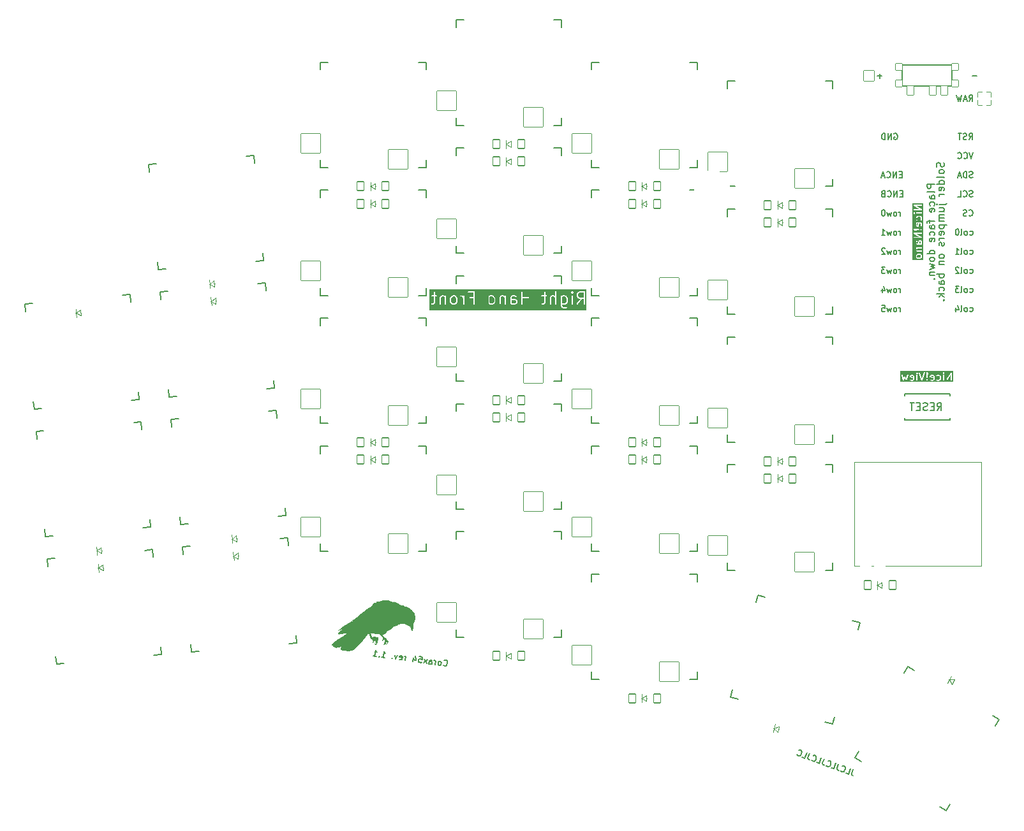
<source format=gbo>
%TF.GenerationSoftware,KiCad,Pcbnew,7.0.10-7.0.10~ubuntu22.04.1*%
%TF.CreationDate,2024-02-09T13:23:23+01:00*%
%TF.ProjectId,keyboard,6b657962-6f61-4726-942e-6b696361645f,v1.0.0*%
%TF.SameCoordinates,Original*%
%TF.FileFunction,Legend,Bot*%
%TF.FilePolarity,Positive*%
%FSLAX46Y46*%
G04 Gerber Fmt 4.6, Leading zero omitted, Abs format (unit mm)*
G04 Created by KiCad (PCBNEW 7.0.10-7.0.10~ubuntu22.04.1) date 2024-02-09 13:23:23*
%MOMM*%
%LPD*%
G01*
G04 APERTURE LIST*
G04 Aperture macros list*
%AMRoundRect*
0 Rectangle with rounded corners*
0 $1 Rounding radius*
0 $2 $3 $4 $5 $6 $7 $8 $9 X,Y pos of 4 corners*
0 Add a 4 corners polygon primitive as box body*
4,1,4,$2,$3,$4,$5,$6,$7,$8,$9,$2,$3,0*
0 Add four circle primitives for the rounded corners*
1,1,$1+$1,$2,$3*
1,1,$1+$1,$4,$5*
1,1,$1+$1,$6,$7*
1,1,$1+$1,$8,$9*
0 Add four rect primitives between the rounded corners*
20,1,$1+$1,$2,$3,$4,$5,0*
20,1,$1+$1,$4,$5,$6,$7,0*
20,1,$1+$1,$6,$7,$8,$9,0*
20,1,$1+$1,$8,$9,$2,$3,0*%
%AMFreePoly0*
4,1,14,0.635355,0.435355,0.650000,0.400000,0.650000,0.200000,0.635355,0.164645,0.035355,-0.435355,0.000000,-0.450000,-0.035355,-0.435355,-0.635355,0.164645,-0.650000,0.200000,-0.650000,0.400000,-0.635355,0.435355,-0.600000,0.450000,0.600000,0.450000,0.635355,0.435355,0.635355,0.435355,$1*%
%AMFreePoly1*
4,1,16,0.635355,1.035355,0.650000,1.000000,0.650000,-0.250000,0.635355,-0.285355,0.600000,-0.300000,-0.600000,-0.300000,-0.635355,-0.285355,-0.650000,-0.250000,-0.650000,1.000000,-0.635355,1.035355,-0.600000,1.050000,-0.564645,1.035355,0.000000,0.470710,0.564645,1.035355,0.600000,1.050000,0.635355,1.035355,0.635355,1.035355,$1*%
G04 Aperture macros list end*
%ADD10C,0.000000*%
%ADD11C,0.150000*%
%ADD12C,0.100000*%
%ADD13C,0.120000*%
%ADD14C,1.752600*%
%ADD15R,1.400000X1.400000*%
%ADD16C,1.400000*%
%ADD17RoundRect,0.050000X-0.450000X-0.450000X0.450000X-0.450000X0.450000X0.450000X-0.450000X0.450000X0*%
%ADD18C,1.100000*%
%ADD19RoundRect,0.050000X-0.450000X-0.625000X0.450000X-0.625000X0.450000X0.625000X-0.450000X0.625000X0*%
%ADD20C,1.801800*%
%ADD21C,3.100000*%
%ADD22C,3.529000*%
%ADD23RoundRect,0.050000X1.300000X1.300000X-1.300000X1.300000X-1.300000X-1.300000X1.300000X-1.300000X0*%
%ADD24RoundRect,0.050000X-0.450000X-0.600000X0.450000X-0.600000X0.450000X0.600000X-0.450000X0.600000X0*%
%ADD25C,0.700000*%
%ADD26RoundRect,0.050000X-0.876300X0.876300X-0.876300X-0.876300X0.876300X-0.876300X0.876300X0.876300X0*%
%ADD27C,1.852600*%
%ADD28RoundRect,0.050000X1.181751X1.408356X-1.408356X1.181751X-1.181751X-1.408356X1.408356X-1.181751X0*%
%ADD29C,4.800000*%
%ADD30C,4.100000*%
%ADD31FreePoly0,180.000000*%
%ADD32FreePoly1,180.000000*%
%ADD33FreePoly0,90.000000*%
%ADD34FreePoly1,90.000000*%
%ADD35FreePoly0,270.000000*%
%ADD36FreePoly1,270.000000*%
%ADD37RoundRect,0.050000X-0.395994X-0.636937X0.500581X-0.558497X0.395994X0.636937X-0.500581X0.558497X0*%
%ADD38RoundRect,0.050000X-0.700000X0.700000X-0.700000X-0.700000X0.700000X-0.700000X0.700000X0.700000X0*%
%ADD39C,1.500000*%
%ADD40O,1.800000X1.800000*%
%ADD41RoundRect,0.050000X-0.589958X-0.463087X0.279375X-0.696024X0.589958X0.463087X-0.279375X0.696024X0*%
%ADD42RoundRect,0.050000X-0.475833X1.775833X-1.775833X-0.475833X0.475833X-1.775833X1.775833X0.475833X0*%
%ADD43C,2.100000*%
%ADD44C,1.700000*%
%ADD45RoundRect,0.050000X1.592168X0.919239X-0.919239X1.592168X-1.592168X-0.919239X0.919239X-1.592168X0*%
%ADD46RoundRect,0.050000X-0.689711X-0.294615X0.089711X-0.744615X0.689711X0.294615X-0.089711X0.744615X0*%
G04 APERTURE END LIST*
D10*
G36*
X92487748Y-124536194D02*
G01*
X92522940Y-124537146D01*
X92593292Y-124539652D01*
X92636764Y-124551303D01*
X92644164Y-124556046D01*
X92651671Y-124560673D01*
X92666727Y-124569888D01*
X92674138Y-124574620D01*
X92681403Y-124579534D01*
X92684949Y-124582080D01*
X92688434Y-124584704D01*
X92691854Y-124587403D01*
X92695197Y-124590193D01*
X92704795Y-124598296D01*
X92714549Y-124606130D01*
X92724428Y-124613711D01*
X92734455Y-124621037D01*
X92744627Y-124628117D01*
X92754928Y-124634943D01*
X92765375Y-124641531D01*
X92775964Y-124647871D01*
X92786692Y-124653979D01*
X92797546Y-124659866D01*
X92808558Y-124665517D01*
X92819695Y-124670953D01*
X92830977Y-124676161D01*
X92842406Y-124681159D01*
X92853959Y-124685952D01*
X92865662Y-124690533D01*
X92917241Y-124710696D01*
X92943017Y-124720781D01*
X92968901Y-124730571D01*
X92994957Y-124739838D01*
X93021274Y-124748341D01*
X93034561Y-124752234D01*
X93047937Y-124755860D01*
X93061419Y-124759184D01*
X93075027Y-124762171D01*
X93119046Y-124771443D01*
X93163017Y-124780964D01*
X93250956Y-124800039D01*
X93271833Y-124804366D01*
X93292745Y-124808533D01*
X93334603Y-124816768D01*
X93334984Y-124815635D01*
X93335392Y-124814494D01*
X93336226Y-124812216D01*
X93310789Y-124798219D01*
X93310907Y-124797062D01*
X93311074Y-124795969D01*
X93311277Y-124794921D01*
X93311499Y-124793944D01*
X93311765Y-124793021D01*
X93312076Y-124792147D01*
X93312416Y-124791328D01*
X93312786Y-124790559D01*
X93313184Y-124789852D01*
X93313619Y-124789172D01*
X93314082Y-124788551D01*
X93314592Y-124787975D01*
X93315121Y-124787427D01*
X93315681Y-124786933D01*
X93316281Y-124786473D01*
X93316902Y-124786044D01*
X93317560Y-124785671D01*
X93318238Y-124785312D01*
X93318946Y-124784988D01*
X93319697Y-124784692D01*
X93320458Y-124784439D01*
X93321257Y-124784194D01*
X93322923Y-124783795D01*
X93324689Y-124783473D01*
X93326564Y-124783222D01*
X93328534Y-124783034D01*
X93330597Y-124782882D01*
X93344508Y-124782321D01*
X93358307Y-124782275D01*
X93372012Y-124782715D01*
X93385632Y-124783638D01*
X93399146Y-124785009D01*
X93412580Y-124786825D01*
X93425922Y-124789055D01*
X93439188Y-124791673D01*
X93452376Y-124794679D01*
X93465501Y-124798039D01*
X93478549Y-124801740D01*
X93491543Y-124805769D01*
X93517353Y-124814693D01*
X93542964Y-124824667D01*
X93559252Y-124831663D01*
X93567346Y-124834994D01*
X93571441Y-124836512D01*
X93575588Y-124837904D01*
X93579783Y-124839139D01*
X93584051Y-124840167D01*
X93588421Y-124840975D01*
X93592869Y-124841544D01*
X93597454Y-124841837D01*
X93602159Y-124841814D01*
X93604561Y-124841680D01*
X93607009Y-124841459D01*
X93609490Y-124841143D01*
X93612015Y-124840744D01*
X93615542Y-124840233D01*
X93619117Y-124839968D01*
X93622776Y-124839912D01*
X93626468Y-124840065D01*
X93630222Y-124840406D01*
X93633986Y-124840922D01*
X93637791Y-124841593D01*
X93641597Y-124842402D01*
X93645398Y-124843341D01*
X93649193Y-124844397D01*
X93652964Y-124845532D01*
X93656707Y-124846761D01*
X93664050Y-124849393D01*
X93671161Y-124852148D01*
X93684897Y-124857696D01*
X93698577Y-124863408D01*
X93712194Y-124869292D01*
X93725743Y-124875350D01*
X93739203Y-124881611D01*
X93752565Y-124888070D01*
X93765799Y-124894754D01*
X93778906Y-124901662D01*
X93794937Y-124910583D01*
X93810708Y-124919872D01*
X93826230Y-124929516D01*
X93841519Y-124939482D01*
X93856572Y-124949743D01*
X93871418Y-124960297D01*
X93900557Y-124982157D01*
X93929056Y-125004897D01*
X93957028Y-125028343D01*
X93984613Y-125052326D01*
X94011920Y-125076670D01*
X94023594Y-125086971D01*
X94035455Y-125097058D01*
X94047417Y-125106974D01*
X94059475Y-125116756D01*
X94107356Y-125155255D01*
X94114486Y-125150407D01*
X94117454Y-125148457D01*
X94120095Y-125146817D01*
X94122466Y-125145475D01*
X94123575Y-125144928D01*
X94124626Y-125144431D01*
X94125646Y-125144027D01*
X94126635Y-125143687D01*
X94127588Y-125143426D01*
X94128513Y-125143225D01*
X94129445Y-125143097D01*
X94130356Y-125143047D01*
X94131268Y-125143058D01*
X94132201Y-125143144D01*
X94133138Y-125143295D01*
X94134096Y-125143501D01*
X94135082Y-125143786D01*
X94136104Y-125144132D01*
X94138270Y-125145016D01*
X94140675Y-125146162D01*
X94143345Y-125147543D01*
X94146343Y-125149173D01*
X94154737Y-125153862D01*
X94163090Y-125158658D01*
X94179661Y-125168444D01*
X94196178Y-125178338D01*
X94212786Y-125188086D01*
X94217180Y-125190671D01*
X94219535Y-125192009D01*
X94220705Y-125192640D01*
X94221879Y-125193230D01*
X94223042Y-125193759D01*
X94224162Y-125194218D01*
X94225252Y-125194590D01*
X94226283Y-125194870D01*
X94226783Y-125194969D01*
X94227273Y-125195034D01*
X94227736Y-125195082D01*
X94228180Y-125195080D01*
X94228614Y-125195041D01*
X94229017Y-125194977D01*
X94229412Y-125194870D01*
X94229778Y-125194727D01*
X94231935Y-125193750D01*
X94234071Y-125192933D01*
X94236159Y-125192254D01*
X94238188Y-125191722D01*
X94240199Y-125191322D01*
X94242171Y-125191057D01*
X94244106Y-125190899D01*
X94246022Y-125190860D01*
X94247889Y-125190948D01*
X94249730Y-125191122D01*
X94251552Y-125191406D01*
X94253338Y-125191783D01*
X94255108Y-125192239D01*
X94256848Y-125192772D01*
X94260259Y-125194074D01*
X94263595Y-125195614D01*
X94266877Y-125197349D01*
X94270094Y-125199242D01*
X94273266Y-125201245D01*
X94279527Y-125205359D01*
X94282652Y-125207376D01*
X94285774Y-125209287D01*
X94293934Y-125214306D01*
X94301961Y-125219532D01*
X94309893Y-125224909D01*
X94317772Y-125230407D01*
X94333431Y-125241539D01*
X94341267Y-125247085D01*
X94349151Y-125252555D01*
X94351889Y-125254533D01*
X94353357Y-125255565D01*
X94354091Y-125256055D01*
X94354818Y-125256533D01*
X94355535Y-125256964D01*
X94356246Y-125257338D01*
X94356937Y-125257669D01*
X94357598Y-125257910D01*
X94357914Y-125258008D01*
X94358233Y-125258087D01*
X94358539Y-125258144D01*
X94358824Y-125258174D01*
X94359110Y-125258181D01*
X94359382Y-125258159D01*
X94359641Y-125258116D01*
X94359883Y-125258033D01*
X94361588Y-125257468D01*
X94363284Y-125256987D01*
X94364955Y-125256602D01*
X94366610Y-125256302D01*
X94368241Y-125256115D01*
X94369874Y-125255989D01*
X94371482Y-125255958D01*
X94373072Y-125255999D01*
X94374663Y-125256121D01*
X94376250Y-125256301D01*
X94379377Y-125256879D01*
X94382486Y-125257682D01*
X94385582Y-125258697D01*
X94388685Y-125259888D01*
X94391796Y-125261233D01*
X94394915Y-125262702D01*
X94398078Y-125264255D01*
X94404510Y-125267524D01*
X94411195Y-125270796D01*
X94407657Y-125259775D01*
X94404010Y-125249145D01*
X94400533Y-125238786D01*
X94398928Y-125233677D01*
X94397464Y-125228602D01*
X94396161Y-125223532D01*
X94395068Y-125218471D01*
X94394201Y-125213395D01*
X94393611Y-125208297D01*
X94393315Y-125203160D01*
X94393339Y-125197968D01*
X94393746Y-125192717D01*
X94394550Y-125187374D01*
X94395966Y-125189130D01*
X94397323Y-125190909D01*
X94398611Y-125192712D01*
X94399862Y-125194536D01*
X94401046Y-125196384D01*
X94402189Y-125198249D01*
X94404358Y-125202005D01*
X94406440Y-125205802D01*
X94408442Y-125209616D01*
X94412469Y-125217214D01*
X94432501Y-125253791D01*
X94442732Y-125271967D01*
X94453236Y-125289977D01*
X94454509Y-125292054D01*
X94455840Y-125294069D01*
X94457245Y-125296018D01*
X94458724Y-125297847D01*
X94460290Y-125299560D01*
X94461109Y-125300351D01*
X94461960Y-125301107D01*
X94462819Y-125301820D01*
X94463724Y-125302482D01*
X94464646Y-125303098D01*
X94465602Y-125303656D01*
X94466579Y-125304164D01*
X94467591Y-125304597D01*
X94468652Y-125304982D01*
X94469730Y-125305287D01*
X94470847Y-125305537D01*
X94471995Y-125305700D01*
X94473182Y-125305799D01*
X94474417Y-125305818D01*
X94475670Y-125305757D01*
X94476980Y-125305599D01*
X94478321Y-125305359D01*
X94479706Y-125305036D01*
X94481136Y-125304618D01*
X94482615Y-125304093D01*
X94484131Y-125303474D01*
X94485698Y-125302744D01*
X94480878Y-125296685D01*
X94476020Y-125290713D01*
X94466383Y-125278882D01*
X94461683Y-125272956D01*
X94457087Y-125266962D01*
X94452678Y-125260889D01*
X94450545Y-125257807D01*
X94448470Y-125254688D01*
X94446360Y-125251563D01*
X94444131Y-125248478D01*
X94439492Y-125242272D01*
X94437155Y-125239101D01*
X94434833Y-125235850D01*
X94432567Y-125232501D01*
X94430404Y-125229009D01*
X94428366Y-125225355D01*
X94426499Y-125221515D01*
X94425623Y-125219525D01*
X94424809Y-125217457D01*
X94424058Y-125215338D01*
X94423359Y-125213163D01*
X94422721Y-125210915D01*
X94422163Y-125208591D01*
X94421680Y-125206195D01*
X94421275Y-125203728D01*
X94420958Y-125201183D01*
X94420720Y-125198544D01*
X94420567Y-125195822D01*
X94420524Y-125193011D01*
X94467390Y-125238233D01*
X94472514Y-125228191D01*
X94477776Y-125217819D01*
X94513387Y-125260273D01*
X94514320Y-125258526D01*
X94515259Y-125256924D01*
X94516199Y-125255464D01*
X94517160Y-125254159D01*
X94518125Y-125252984D01*
X94519095Y-125251949D01*
X94520064Y-125251044D01*
X94521042Y-125250257D01*
X94522028Y-125249592D01*
X94523014Y-125249055D01*
X94523992Y-125248628D01*
X94524980Y-125248301D01*
X94525980Y-125248075D01*
X94526977Y-125247958D01*
X94527969Y-125247930D01*
X94528965Y-125247984D01*
X94529961Y-125248134D01*
X94530957Y-125248370D01*
X94531947Y-125248666D01*
X94532928Y-125249045D01*
X94533912Y-125249487D01*
X94534894Y-125249993D01*
X94535882Y-125250562D01*
X94536847Y-125251179D01*
X94538787Y-125252569D01*
X94540689Y-125254108D01*
X94542566Y-125255785D01*
X94544403Y-125257554D01*
X94552346Y-125265502D01*
X94560219Y-125273526D01*
X94575799Y-125289733D01*
X94591350Y-125305982D01*
X94607009Y-125322089D01*
X94607908Y-125322968D01*
X94608835Y-125323816D01*
X94609804Y-125324636D01*
X94610806Y-125325454D01*
X94611852Y-125326258D01*
X94612933Y-125327058D01*
X94615233Y-125328695D01*
X94620442Y-125332243D01*
X94623378Y-125334268D01*
X94626543Y-125336523D01*
X94626548Y-125331518D01*
X94626203Y-125326598D01*
X94625585Y-125321773D01*
X94624749Y-125317021D01*
X94620781Y-125298478D01*
X94619997Y-125293898D01*
X94619434Y-125289303D01*
X94619169Y-125284693D01*
X94619167Y-125282385D01*
X94619277Y-125280058D01*
X94619499Y-125277717D01*
X94619831Y-125275369D01*
X94620299Y-125273007D01*
X94620906Y-125270621D01*
X94621648Y-125268231D01*
X94622558Y-125265804D01*
X94623631Y-125263359D01*
X94624876Y-125260896D01*
X94645206Y-125275967D01*
X94650029Y-125279577D01*
X94654763Y-125283172D01*
X94659397Y-125286803D01*
X94663936Y-125290505D01*
X94670696Y-125296179D01*
X94677404Y-125301923D01*
X94690701Y-125313530D01*
X94703983Y-125325160D01*
X94717362Y-125336667D01*
X94722874Y-125341200D01*
X94728472Y-125345541D01*
X94734149Y-125349702D01*
X94739920Y-125353666D01*
X94745774Y-125357441D01*
X94751731Y-125361006D01*
X94757794Y-125364354D01*
X94763965Y-125367479D01*
X94770236Y-125370389D01*
X94776626Y-125373056D01*
X94783142Y-125375491D01*
X94789778Y-125377690D01*
X94796538Y-125379625D01*
X94803423Y-125381309D01*
X94810457Y-125382728D01*
X94817633Y-125383886D01*
X94820767Y-125384358D01*
X94823909Y-125384929D01*
X94827032Y-125385552D01*
X94830148Y-125386259D01*
X94836348Y-125387841D01*
X94842528Y-125389633D01*
X94848675Y-125391584D01*
X94854779Y-125393660D01*
X94866888Y-125397965D01*
X94894705Y-125408222D01*
X94922422Y-125418744D01*
X94950167Y-125429154D01*
X94964106Y-125434199D01*
X94978089Y-125439088D01*
X94987216Y-125442035D01*
X94996370Y-125444810D01*
X95005478Y-125447628D01*
X95009987Y-125449123D01*
X95014466Y-125450723D01*
X95018887Y-125452425D01*
X95023246Y-125454288D01*
X95027553Y-125456313D01*
X95031777Y-125458542D01*
X95035915Y-125460997D01*
X95039947Y-125463704D01*
X95043898Y-125466688D01*
X95047717Y-125469988D01*
X95049294Y-125471345D01*
X95050942Y-125472624D01*
X95052681Y-125473817D01*
X95054477Y-125474945D01*
X95056334Y-125476017D01*
X95058237Y-125477015D01*
X95060178Y-125477977D01*
X95062159Y-125478909D01*
X95066189Y-125480697D01*
X95070260Y-125482453D01*
X95074300Y-125484254D01*
X95076288Y-125485185D01*
X95078248Y-125486155D01*
X95081327Y-125479661D01*
X95084089Y-125473979D01*
X95086649Y-125469084D01*
X95089039Y-125464937D01*
X95090215Y-125463130D01*
X95091376Y-125461500D01*
X95092540Y-125460023D01*
X95093725Y-125458723D01*
X95094920Y-125457576D01*
X95096153Y-125456588D01*
X95097433Y-125455757D01*
X95098754Y-125455056D01*
X95100146Y-125454507D01*
X95101600Y-125454093D01*
X95103146Y-125453811D01*
X95104779Y-125453660D01*
X95106504Y-125453623D01*
X95108349Y-125453707D01*
X95110307Y-125453913D01*
X95112413Y-125454227D01*
X95117019Y-125455162D01*
X95122282Y-125456477D01*
X95128256Y-125458147D01*
X95135022Y-125460140D01*
X95151987Y-125465189D01*
X95168867Y-125470407D01*
X95182863Y-125475047D01*
X95196622Y-125480040D01*
X95210099Y-125485403D01*
X95223310Y-125491170D01*
X95236223Y-125497354D01*
X95248825Y-125503971D01*
X95261112Y-125511067D01*
X95273064Y-125518633D01*
X95284670Y-125526725D01*
X95295907Y-125535341D01*
X95306781Y-125544514D01*
X95317281Y-125554271D01*
X95327362Y-125564633D01*
X95337046Y-125575613D01*
X95346301Y-125587236D01*
X95355119Y-125599542D01*
X95358155Y-125603718D01*
X95361400Y-125607700D01*
X95364846Y-125611472D01*
X95368479Y-125615033D01*
X95372281Y-125618418D01*
X95376249Y-125621602D01*
X95380364Y-125624603D01*
X95384626Y-125627439D01*
X95389016Y-125630089D01*
X95393505Y-125632575D01*
X95398106Y-125634915D01*
X95402799Y-125637089D01*
X95407566Y-125639123D01*
X95412399Y-125640999D01*
X95417284Y-125642756D01*
X95422209Y-125644380D01*
X95425846Y-125640412D01*
X95429135Y-125636952D01*
X95432153Y-125633992D01*
X95433553Y-125632703D01*
X95434899Y-125631543D01*
X95436204Y-125630507D01*
X95437460Y-125629593D01*
X95438686Y-125628806D01*
X95439864Y-125628156D01*
X95441027Y-125627623D01*
X95442170Y-125627208D01*
X95443294Y-125626938D01*
X95444415Y-125626786D01*
X95445516Y-125626755D01*
X95446624Y-125626851D01*
X95447751Y-125627070D01*
X95448895Y-125627426D01*
X95450048Y-125627902D01*
X95451231Y-125628507D01*
X95452437Y-125629242D01*
X95453678Y-125630091D01*
X95454983Y-125631068D01*
X95456326Y-125632169D01*
X95457708Y-125633403D01*
X95459171Y-125634761D01*
X95462279Y-125637847D01*
X95465697Y-125641442D01*
X95493583Y-125671449D01*
X95521229Y-125701668D01*
X95548573Y-125732154D01*
X95575555Y-125762961D01*
X95577730Y-125765429D01*
X95579926Y-125767806D01*
X95582137Y-125770125D01*
X95584394Y-125772363D01*
X95586684Y-125774536D01*
X95588994Y-125776641D01*
X95591354Y-125778676D01*
X95593778Y-125780640D01*
X95596226Y-125782538D01*
X95598746Y-125784365D01*
X95601304Y-125786137D01*
X95603934Y-125787823D01*
X95606629Y-125789460D01*
X95609390Y-125791035D01*
X95612220Y-125792535D01*
X95615117Y-125793982D01*
X95624734Y-125798708D01*
X95634222Y-125803618D01*
X95643595Y-125808723D01*
X95652834Y-125813990D01*
X95661944Y-125819449D01*
X95670926Y-125825103D01*
X95679770Y-125830938D01*
X95688480Y-125836974D01*
X95697041Y-125843195D01*
X95705483Y-125849607D01*
X95713781Y-125856211D01*
X95721917Y-125863017D01*
X95729904Y-125870019D01*
X95737760Y-125877220D01*
X95745448Y-125884614D01*
X95752983Y-125892218D01*
X95779762Y-125920655D01*
X95805643Y-125949783D01*
X95830593Y-125979622D01*
X95854568Y-126010193D01*
X95866183Y-126025781D01*
X95877526Y-126041544D01*
X95888612Y-126057513D01*
X95899442Y-126073691D01*
X95909994Y-126090067D01*
X95920273Y-126106651D01*
X95930266Y-126123444D01*
X95939966Y-126140458D01*
X95940694Y-126141744D01*
X95941465Y-126143029D01*
X95943094Y-126145576D01*
X95944814Y-126148119D01*
X95946657Y-126150699D01*
X95950602Y-126156122D01*
X95952723Y-126159029D01*
X95954904Y-126162124D01*
X95974069Y-126129768D01*
X95979574Y-126135059D01*
X95984813Y-126140445D01*
X95989753Y-126145925D01*
X95994457Y-126151476D01*
X95998918Y-126157120D01*
X96003146Y-126162813D01*
X96007185Y-126168567D01*
X96011032Y-126174400D01*
X96014709Y-126180267D01*
X96018229Y-126186183D01*
X96024920Y-126198141D01*
X96031202Y-126210226D01*
X96037254Y-126222381D01*
X96048630Y-126246319D01*
X96059470Y-126270419D01*
X96069733Y-126294679D01*
X96079462Y-126319100D01*
X96088622Y-126343691D01*
X96097235Y-126368437D01*
X96105306Y-126393344D01*
X96112833Y-126418411D01*
X96119826Y-126443634D01*
X96126278Y-126469009D01*
X96132193Y-126494545D01*
X96137577Y-126520238D01*
X96142431Y-126546070D01*
X96146759Y-126572061D01*
X96150560Y-126598212D01*
X96153848Y-126624500D01*
X96155656Y-126642116D01*
X96156223Y-126646495D01*
X96156884Y-126650846D01*
X96157722Y-126655150D01*
X96158219Y-126657282D01*
X96158762Y-126659390D01*
X96162698Y-126674446D01*
X96166273Y-126689550D01*
X96169510Y-126704694D01*
X96172426Y-126719866D01*
X96177336Y-126750330D01*
X96181113Y-126780917D01*
X96183896Y-126811623D01*
X96185793Y-126842414D01*
X96186944Y-126873278D01*
X96187440Y-126904220D01*
X96187302Y-126918671D01*
X96186808Y-126933133D01*
X96185399Y-126962071D01*
X96184842Y-126976516D01*
X96184615Y-126990925D01*
X96184894Y-127005289D01*
X96185289Y-127012447D01*
X96185866Y-127019599D01*
X96186333Y-127026125D01*
X96186511Y-127032538D01*
X96186421Y-127038836D01*
X96186056Y-127045044D01*
X96185448Y-127051154D01*
X96184595Y-127057182D01*
X96183522Y-127063141D01*
X96182241Y-127069041D01*
X96180760Y-127074890D01*
X96179111Y-127080705D01*
X96177292Y-127086472D01*
X96175293Y-127092216D01*
X96170952Y-127103690D01*
X96166147Y-127115193D01*
X96164545Y-127119026D01*
X96163038Y-127122882D01*
X96160240Y-127130720D01*
X96157709Y-127138660D01*
X96155353Y-127146686D01*
X96146546Y-127179019D01*
X96146445Y-127179475D01*
X96146386Y-127179988D01*
X96146366Y-127180551D01*
X96146383Y-127181131D01*
X96146424Y-127181741D01*
X96146494Y-127182360D01*
X96146603Y-127182976D01*
X96146740Y-127183576D01*
X96146883Y-127184162D01*
X96147065Y-127184706D01*
X96147261Y-127185215D01*
X96147459Y-127185669D01*
X96147689Y-127186055D01*
X96147933Y-127186376D01*
X96148060Y-127186505D01*
X96148186Y-127186596D01*
X96148302Y-127186686D01*
X96148434Y-127186739D01*
X96149849Y-127187240D01*
X96151127Y-127187764D01*
X96152268Y-127188322D01*
X96153295Y-127188908D01*
X96154205Y-127189510D01*
X96154988Y-127190154D01*
X96155685Y-127190816D01*
X96156258Y-127191490D01*
X96156740Y-127192186D01*
X96157137Y-127192891D01*
X96157438Y-127193631D01*
X96157655Y-127194363D01*
X96157806Y-127195128D01*
X96157875Y-127195897D01*
X96157881Y-127196678D01*
X96157820Y-127197456D01*
X96157714Y-127198253D01*
X96157546Y-127199047D01*
X96157324Y-127199843D01*
X96157085Y-127200643D01*
X96156465Y-127202239D01*
X96155750Y-127203824D01*
X96152689Y-127209757D01*
X96145908Y-127223398D01*
X96142426Y-127230173D01*
X96138844Y-127236897D01*
X96135116Y-127243526D01*
X96131226Y-127250035D01*
X96127129Y-127256399D01*
X96125007Y-127259504D01*
X96122807Y-127262578D01*
X96120069Y-127266237D01*
X96117259Y-127269869D01*
X96111473Y-127277011D01*
X96105500Y-127284056D01*
X96099363Y-127291047D01*
X96086732Y-127305066D01*
X96080334Y-127312201D01*
X96073900Y-127319479D01*
X96076117Y-127327702D01*
X96078077Y-127335935D01*
X96079773Y-127344177D01*
X96081193Y-127352432D01*
X96082322Y-127360695D01*
X96083167Y-127368960D01*
X96083690Y-127377234D01*
X96083911Y-127385505D01*
X96083780Y-127393780D01*
X96083316Y-127402047D01*
X96082485Y-127410324D01*
X96081295Y-127418580D01*
X96079720Y-127426844D01*
X96077757Y-127435084D01*
X96075400Y-127443315D01*
X96072614Y-127451548D01*
X96064199Y-127473415D01*
X96059710Y-127484179D01*
X96054992Y-127494821D01*
X96050064Y-127505343D01*
X96044897Y-127515737D01*
X96039494Y-127525978D01*
X96033823Y-127536062D01*
X96027906Y-127545993D01*
X96021706Y-127555761D01*
X96015215Y-127565345D01*
X96008422Y-127574742D01*
X96001327Y-127583957D01*
X95993910Y-127592965D01*
X95986167Y-127601763D01*
X95978087Y-127610346D01*
X95975567Y-127612988D01*
X95973217Y-127615627D01*
X95971023Y-127618277D01*
X95968982Y-127620964D01*
X95967096Y-127623675D01*
X95965374Y-127626426D01*
X95963823Y-127629229D01*
X95962422Y-127632087D01*
X95961204Y-127635021D01*
X95960146Y-127638034D01*
X95959279Y-127641124D01*
X95958580Y-127644312D01*
X95958059Y-127647603D01*
X95957739Y-127651018D01*
X95957593Y-127654548D01*
X95957638Y-127658203D01*
X95957633Y-127660083D01*
X95957521Y-127661970D01*
X95957299Y-127663873D01*
X95956972Y-127665793D01*
X95956544Y-127667746D01*
X95956067Y-127669724D01*
X95955494Y-127671739D01*
X95954873Y-127673803D01*
X95951995Y-127682586D01*
X95950475Y-127687368D01*
X95949734Y-127689886D01*
X95949001Y-127692481D01*
X95950370Y-127694084D01*
X95951619Y-127695780D01*
X95952179Y-127696649D01*
X95952709Y-127697549D01*
X95953184Y-127698470D01*
X95953636Y-127699406D01*
X95954026Y-127700369D01*
X95954380Y-127701341D01*
X95954680Y-127702331D01*
X95954917Y-127703343D01*
X95955117Y-127704370D01*
X95955241Y-127705411D01*
X95955320Y-127706469D01*
X95955332Y-127707548D01*
X95955290Y-127708633D01*
X95955161Y-127709732D01*
X95954979Y-127710854D01*
X95954733Y-127711975D01*
X95954406Y-127713125D01*
X95954005Y-127714275D01*
X95953537Y-127715445D01*
X95952979Y-127716619D01*
X95952339Y-127717803D01*
X95951630Y-127718995D01*
X95950819Y-127720202D01*
X95949933Y-127721426D01*
X95948961Y-127722638D01*
X95947878Y-127723874D01*
X95946715Y-127725111D01*
X95945461Y-127726354D01*
X95942472Y-127729351D01*
X95939790Y-127732419D01*
X95937378Y-127735561D01*
X95936274Y-127737155D01*
X95935254Y-127738782D01*
X95934288Y-127740400D01*
X95933405Y-127742055D01*
X95932577Y-127743732D01*
X95931834Y-127745422D01*
X95931165Y-127747137D01*
X95930550Y-127748867D01*
X95930022Y-127750618D01*
X95929549Y-127752388D01*
X95929166Y-127754181D01*
X95928847Y-127756000D01*
X95928592Y-127757834D01*
X95928409Y-127759695D01*
X95928295Y-127761572D01*
X95928269Y-127763467D01*
X95928301Y-127765401D01*
X95928407Y-127767343D01*
X95928824Y-127771308D01*
X95929534Y-127775365D01*
X95930523Y-127779509D01*
X95931805Y-127783767D01*
X95932940Y-127787370D01*
X95934014Y-127791013D01*
X95935952Y-127798365D01*
X95937650Y-127805788D01*
X95939182Y-127813273D01*
X95944641Y-127843368D01*
X95949397Y-127870109D01*
X95953499Y-127896845D01*
X95956950Y-127923582D01*
X95959754Y-127950299D01*
X95961883Y-127977029D01*
X95963369Y-128003746D01*
X95964171Y-128030462D01*
X95964315Y-128057180D01*
X95963799Y-128083869D01*
X95962603Y-128110573D01*
X95960738Y-128137275D01*
X95958194Y-128163952D01*
X95954988Y-128190640D01*
X95951092Y-128217327D01*
X95946521Y-128243999D01*
X95941267Y-128270657D01*
X95940938Y-128272373D01*
X95940674Y-128274099D01*
X95940456Y-128275831D01*
X95940287Y-128277585D01*
X95940073Y-128281098D01*
X95939967Y-128284643D01*
X95939908Y-128291737D01*
X95939867Y-128295284D01*
X95939764Y-128298824D01*
X95899819Y-128447864D01*
X95886363Y-128483564D01*
X95883041Y-128492512D01*
X95879805Y-128501481D01*
X95876705Y-128510490D01*
X95873765Y-128519557D01*
X95870756Y-128528821D01*
X95867566Y-128537987D01*
X95864184Y-128547051D01*
X95860604Y-128555997D01*
X95856821Y-128564844D01*
X95852846Y-128573581D01*
X95848664Y-128582215D01*
X95844292Y-128590740D01*
X95839718Y-128599153D01*
X95834953Y-128607454D01*
X95829974Y-128615652D01*
X95824801Y-128623730D01*
X95819434Y-128631708D01*
X95813847Y-128639561D01*
X95808059Y-128647307D01*
X95802075Y-128654934D01*
X95798477Y-128659224D01*
X95796746Y-128661165D01*
X95795017Y-128662981D01*
X95793334Y-128664657D01*
X95791672Y-128666192D01*
X95790026Y-128667592D01*
X95788397Y-128668864D01*
X95786781Y-128670018D01*
X95785174Y-128671018D01*
X95783569Y-128671906D01*
X95781962Y-128672656D01*
X95780365Y-128673275D01*
X95778768Y-128673768D01*
X95777140Y-128674138D01*
X95775507Y-128674379D01*
X95773865Y-128674497D01*
X95772191Y-128674485D01*
X95770513Y-128674351D01*
X95768792Y-128674096D01*
X95767049Y-128673716D01*
X95765271Y-128673215D01*
X95763443Y-128672590D01*
X95761587Y-128671845D01*
X95759691Y-128670984D01*
X95757732Y-128670004D01*
X95755736Y-128668905D01*
X95753677Y-128667688D01*
X95749378Y-128664901D01*
X95744810Y-128661659D01*
X95743387Y-128660585D01*
X95741970Y-128659485D01*
X95740568Y-128658353D01*
X95739187Y-128657197D01*
X95737827Y-128656004D01*
X95736473Y-128654787D01*
X95735142Y-128653549D01*
X95733852Y-128652284D01*
X95732592Y-128650985D01*
X95731348Y-128649674D01*
X95730134Y-128648326D01*
X95728973Y-128646965D01*
X95727836Y-128645567D01*
X95726745Y-128644161D01*
X95725698Y-128642725D01*
X95724689Y-128641265D01*
X95714885Y-128626561D01*
X95710065Y-128619167D01*
X95705315Y-128611706D01*
X95700655Y-128604199D01*
X95696142Y-128596618D01*
X95691757Y-128588957D01*
X95687547Y-128581210D01*
X95673515Y-128553576D01*
X95660339Y-128525583D01*
X95647947Y-128497287D01*
X95636231Y-128468687D01*
X95625135Y-128439846D01*
X95614554Y-128410789D01*
X95604400Y-128381562D01*
X95594598Y-128352187D01*
X95498048Y-128059225D01*
X95496279Y-128053967D01*
X95494457Y-128048749D01*
X95490727Y-128038475D01*
X95483529Y-128019044D01*
X95439106Y-128011791D01*
X95417880Y-128008219D01*
X95397000Y-128004474D01*
X95396547Y-128004380D01*
X95396104Y-128004260D01*
X95395678Y-128004120D01*
X95395227Y-128003957D01*
X95394813Y-128003779D01*
X95394387Y-128003579D01*
X95393546Y-128003131D01*
X95392715Y-128002623D01*
X95391904Y-128002066D01*
X95391096Y-128001468D01*
X95390288Y-128000844D01*
X95388674Y-127999570D01*
X95387040Y-127998294D01*
X95386213Y-127997689D01*
X95385372Y-127997121D01*
X95384520Y-127996593D01*
X95383652Y-127996134D01*
X95373876Y-127991494D01*
X95368946Y-127989314D01*
X95364001Y-127987236D01*
X95359022Y-127985292D01*
X95354005Y-127983481D01*
X95348965Y-127981839D01*
X95343871Y-127980350D01*
X95338724Y-127979052D01*
X95333536Y-127977946D01*
X95328288Y-127977071D01*
X95322986Y-127976417D01*
X95317616Y-127976001D01*
X95312173Y-127975841D01*
X95306663Y-127975957D01*
X95301084Y-127976351D01*
X95297646Y-127976619D01*
X95295870Y-127976691D01*
X95294057Y-127976726D01*
X95292253Y-127976702D01*
X95290430Y-127976629D01*
X95288621Y-127976503D01*
X95286837Y-127976320D01*
X95285067Y-127976064D01*
X95283339Y-127975737D01*
X95281666Y-127975329D01*
X95280058Y-127974843D01*
X95278519Y-127974270D01*
X95277059Y-127973604D01*
X95275686Y-127972857D01*
X95274423Y-127971995D01*
X95274091Y-127971698D01*
X95273789Y-127971341D01*
X95273535Y-127970930D01*
X95273304Y-127970477D01*
X95273125Y-127969990D01*
X95272971Y-127969434D01*
X95272849Y-127968845D01*
X95272759Y-127968230D01*
X95272648Y-127966859D01*
X95272643Y-127965374D01*
X95272705Y-127963792D01*
X95272837Y-127962116D01*
X95273221Y-127958596D01*
X95273682Y-127954997D01*
X95274064Y-127951480D01*
X95274213Y-127949811D01*
X95274288Y-127948199D01*
X95257266Y-127945182D01*
X95244278Y-127942739D01*
X95239049Y-127941627D01*
X95234542Y-127940562D01*
X95230648Y-127939498D01*
X95227265Y-127938407D01*
X95224293Y-127937228D01*
X95221645Y-127935962D01*
X95219226Y-127934545D01*
X95216924Y-127932962D01*
X95214634Y-127931159D01*
X95212278Y-127929110D01*
X95206935Y-127924148D01*
X95221091Y-127914928D01*
X95170089Y-127900693D01*
X95157366Y-127897222D01*
X95144619Y-127893909D01*
X95131832Y-127890829D01*
X95118997Y-127888017D01*
X95115574Y-127887229D01*
X95112227Y-127886318D01*
X95108991Y-127885298D01*
X95105826Y-127884151D01*
X95102737Y-127882890D01*
X95099726Y-127881538D01*
X95093904Y-127878544D01*
X95088298Y-127875199D01*
X95082893Y-127871575D01*
X95077611Y-127867708D01*
X95072433Y-127863650D01*
X95051797Y-127846487D01*
X95046447Y-127842196D01*
X95040927Y-127838012D01*
X95035192Y-127833982D01*
X95029218Y-127830162D01*
X95060214Y-127806685D01*
X95059535Y-127806095D01*
X95058875Y-127805492D01*
X95058235Y-127804872D01*
X95057612Y-127804243D01*
X95056385Y-127802990D01*
X95055203Y-127801802D01*
X95054619Y-127801245D01*
X95054034Y-127800725D01*
X95053441Y-127800255D01*
X95052850Y-127799847D01*
X95052255Y-127799489D01*
X95051962Y-127799328D01*
X95051658Y-127799197D01*
X95051359Y-127799081D01*
X95051050Y-127798984D01*
X95050748Y-127798902D01*
X95050429Y-127798852D01*
X95043786Y-127797749D01*
X95037280Y-127796289D01*
X95030880Y-127794528D01*
X95024558Y-127792495D01*
X95018307Y-127790263D01*
X95012119Y-127787870D01*
X94999815Y-127782782D01*
X94987510Y-127777616D01*
X94981315Y-127775121D01*
X94975065Y-127772746D01*
X94968731Y-127770561D01*
X94962301Y-127768579D01*
X94955766Y-127766861D01*
X94949105Y-127765471D01*
X94881284Y-127752455D01*
X94813654Y-127738405D01*
X94678561Y-127709179D01*
X94655219Y-127704519D01*
X94631857Y-127700604D01*
X94608444Y-127697531D01*
X94584972Y-127695380D01*
X94573215Y-127694698D01*
X94561447Y-127694289D01*
X94549661Y-127694145D01*
X94537864Y-127694304D01*
X94526036Y-127694781D01*
X94514195Y-127695564D01*
X94502339Y-127696680D01*
X94490469Y-127698142D01*
X94483490Y-127699359D01*
X94482636Y-127699451D01*
X94481819Y-127699515D01*
X94481038Y-127699529D01*
X94480311Y-127699476D01*
X94479638Y-127699380D01*
X94479323Y-127699303D01*
X94479030Y-127699212D01*
X94478755Y-127699098D01*
X94478504Y-127698968D01*
X94478273Y-127698814D01*
X94478051Y-127698632D01*
X94476860Y-127697567D01*
X94475675Y-127696622D01*
X94474499Y-127695805D01*
X94473358Y-127695092D01*
X94472205Y-127694498D01*
X94471082Y-127694004D01*
X94469971Y-127693606D01*
X94468865Y-127693295D01*
X94467769Y-127693085D01*
X94466689Y-127692954D01*
X94465619Y-127692908D01*
X94464553Y-127692929D01*
X94463492Y-127693027D01*
X94462446Y-127693186D01*
X94461404Y-127693403D01*
X94460370Y-127693678D01*
X94458320Y-127694372D01*
X94456292Y-127695234D01*
X94454269Y-127696222D01*
X94452253Y-127697299D01*
X94448227Y-127699535D01*
X94446211Y-127700633D01*
X94444180Y-127701655D01*
X94431806Y-127707673D01*
X94425422Y-127710617D01*
X94422153Y-127712027D01*
X94418794Y-127713375D01*
X94415350Y-127714648D01*
X94411799Y-127715833D01*
X94408134Y-127716911D01*
X94404338Y-127717862D01*
X94400406Y-127718676D01*
X94396316Y-127719356D01*
X94392062Y-127719860D01*
X94387636Y-127720196D01*
X94413263Y-127682525D01*
X94409533Y-127678139D01*
X94350762Y-127709466D01*
X94355678Y-127676770D01*
X94354337Y-127676991D01*
X94353025Y-127677169D01*
X94350491Y-127677451D01*
X94346008Y-127677855D01*
X94345049Y-127677973D01*
X94344148Y-127678117D01*
X94343347Y-127678268D01*
X94342607Y-127678469D01*
X94341983Y-127678713D01*
X94341436Y-127678991D01*
X94341206Y-127679166D01*
X94340997Y-127679337D01*
X94340812Y-127679534D01*
X94340668Y-127679750D01*
X94339550Y-127681405D01*
X94338405Y-127682965D01*
X94337242Y-127684425D01*
X94336030Y-127685786D01*
X94334783Y-127687061D01*
X94333519Y-127688251D01*
X94332219Y-127689353D01*
X94330881Y-127690373D01*
X94329518Y-127691312D01*
X94328140Y-127692185D01*
X94326716Y-127692980D01*
X94325276Y-127693702D01*
X94323811Y-127694362D01*
X94322326Y-127694970D01*
X94320814Y-127695507D01*
X94319289Y-127695992D01*
X94316171Y-127696800D01*
X94312973Y-127697427D01*
X94309717Y-127697891D01*
X94306405Y-127698223D01*
X94303050Y-127698445D01*
X94299638Y-127698573D01*
X94292764Y-127698698D01*
X94288754Y-127698807D01*
X94284747Y-127699031D01*
X94276725Y-127699624D01*
X94272717Y-127699905D01*
X94268715Y-127700112D01*
X94264720Y-127700203D01*
X94262718Y-127700179D01*
X94260718Y-127700117D01*
X94255300Y-127700013D01*
X94249997Y-127700163D01*
X94244774Y-127700568D01*
X94239644Y-127701220D01*
X94234609Y-127702098D01*
X94229638Y-127703202D01*
X94224724Y-127704520D01*
X94219897Y-127706047D01*
X94215105Y-127707766D01*
X94210377Y-127709688D01*
X94205691Y-127711785D01*
X94201039Y-127714059D01*
X94196440Y-127716505D01*
X94191845Y-127719104D01*
X94187280Y-127721857D01*
X94182719Y-127724742D01*
X94171547Y-127731784D01*
X94160221Y-127738572D01*
X94148763Y-127745173D01*
X94137191Y-127751605D01*
X94113852Y-127764132D01*
X94090454Y-127776524D01*
X94089006Y-127777258D01*
X94087488Y-127777933D01*
X94085942Y-127778548D01*
X94084325Y-127779124D01*
X94082659Y-127779660D01*
X94080928Y-127780164D01*
X94077243Y-127781141D01*
X94068851Y-127783176D01*
X94064069Y-127784384D01*
X94058844Y-127785799D01*
X94060481Y-127783009D01*
X94062222Y-127780325D01*
X94064053Y-127777748D01*
X94065980Y-127775252D01*
X94070008Y-127770487D01*
X94074238Y-127765983D01*
X94082871Y-127757390D01*
X94087115Y-127753166D01*
X94091168Y-127748910D01*
X94094941Y-127744526D01*
X94096702Y-127742262D01*
X94098368Y-127739942D01*
X94099900Y-127737558D01*
X94101319Y-127735100D01*
X94102596Y-127732558D01*
X94103733Y-127729917D01*
X94104707Y-127727174D01*
X94105492Y-127724321D01*
X94106119Y-127721351D01*
X94106532Y-127718253D01*
X94106740Y-127715007D01*
X94106739Y-127711606D01*
X94106512Y-127708058D01*
X94106035Y-127704340D01*
X94103395Y-127706309D01*
X94100907Y-127708391D01*
X94098537Y-127710582D01*
X94096300Y-127712867D01*
X94094151Y-127715250D01*
X94092119Y-127717711D01*
X94088288Y-127722848D01*
X94084710Y-127728197D01*
X94081303Y-127733676D01*
X94074591Y-127744764D01*
X94071125Y-127750212D01*
X94067449Y-127755501D01*
X94063499Y-127760550D01*
X94061381Y-127762966D01*
X94059155Y-127765285D01*
X94056814Y-127767508D01*
X94054351Y-127769630D01*
X94051739Y-127771635D01*
X94048971Y-127773512D01*
X94046049Y-127775255D01*
X94042958Y-127776862D01*
X94039672Y-127778298D01*
X94036188Y-127779582D01*
X94032401Y-127766368D01*
X93992860Y-127761379D01*
X93971863Y-127777358D01*
X93959188Y-127786906D01*
X93945814Y-127796789D01*
X93861655Y-127858602D01*
X93819309Y-127889108D01*
X93797916Y-127904029D01*
X93776311Y-127918644D01*
X93764823Y-127926117D01*
X93753216Y-127933358D01*
X93741472Y-127940350D01*
X93729616Y-127947099D01*
X93717637Y-127953591D01*
X93705524Y-127959822D01*
X93693288Y-127965792D01*
X93680938Y-127971496D01*
X93668446Y-127976939D01*
X93655844Y-127982113D01*
X93643113Y-127987005D01*
X93630255Y-127991612D01*
X93617279Y-127995940D01*
X93604175Y-127999981D01*
X93590942Y-128003729D01*
X93577588Y-128007187D01*
X93557445Y-128011740D01*
X93547358Y-128013705D01*
X93537261Y-128015430D01*
X93527150Y-128016930D01*
X93517037Y-128018170D01*
X93506906Y-128019144D01*
X93496771Y-128019843D01*
X93486624Y-128020259D01*
X93476468Y-128020368D01*
X93466302Y-128020170D01*
X93456128Y-128019649D01*
X93445949Y-128018789D01*
X93435755Y-128017580D01*
X93425560Y-128016015D01*
X93415357Y-128014091D01*
X93412694Y-128013587D01*
X93410130Y-128013224D01*
X93407642Y-128013003D01*
X93405237Y-128012915D01*
X93402902Y-128012982D01*
X93400622Y-128013185D01*
X93398427Y-128013533D01*
X93396287Y-128014037D01*
X93394206Y-128014686D01*
X93392156Y-128015497D01*
X93390161Y-128016444D01*
X93388188Y-128017565D01*
X93386255Y-128018829D01*
X93384365Y-128020273D01*
X93382487Y-128021855D01*
X93380626Y-128023615D01*
X93378315Y-128025841D01*
X93375966Y-128028025D01*
X93373588Y-128030168D01*
X93371172Y-128032299D01*
X93366334Y-128036521D01*
X93361517Y-128040786D01*
X93264840Y-128126463D01*
X93166723Y-128210196D01*
X93066934Y-128291668D01*
X92965231Y-128370549D01*
X92861354Y-128446521D01*
X92808544Y-128483315D01*
X92755091Y-128519253D01*
X92701003Y-128554297D01*
X92646207Y-128588411D01*
X92590705Y-128621564D01*
X92534446Y-128653696D01*
X92521035Y-128661381D01*
X92514495Y-128665341D01*
X92508060Y-128669400D01*
X92501783Y-128673592D01*
X92495675Y-128677936D01*
X92489728Y-128682451D01*
X92483969Y-128687151D01*
X92478408Y-128692067D01*
X92473083Y-128697229D01*
X92467986Y-128702660D01*
X92463141Y-128708358D01*
X92458566Y-128714365D01*
X92454277Y-128720699D01*
X92450281Y-128727385D01*
X92446598Y-128734443D01*
X92445704Y-128736205D01*
X92444740Y-128737928D01*
X92443712Y-128739626D01*
X92442643Y-128741293D01*
X92441506Y-128742945D01*
X92440336Y-128744561D01*
X92437898Y-128747768D01*
X92435338Y-128750904D01*
X92432731Y-128754019D01*
X92430129Y-128757128D01*
X92427571Y-128760231D01*
X92400404Y-128793545D01*
X92372785Y-128826436D01*
X92344726Y-128858931D01*
X92316219Y-128891020D01*
X92287305Y-128922737D01*
X92257961Y-128954092D01*
X92228226Y-128985064D01*
X92198100Y-129015694D01*
X92197533Y-129016295D01*
X92196954Y-129016945D01*
X92195754Y-129018326D01*
X92194533Y-129019756D01*
X92193315Y-129021127D01*
X92192703Y-129021762D01*
X92192103Y-129022344D01*
X92191523Y-129022866D01*
X92190934Y-129023306D01*
X92190658Y-129023483D01*
X92190380Y-129023650D01*
X92190103Y-129023795D01*
X92189831Y-129023894D01*
X92189568Y-129023974D01*
X92189296Y-129024025D01*
X92189049Y-129024038D01*
X92188804Y-129024019D01*
X92186331Y-129023724D01*
X92183939Y-129023592D01*
X92181636Y-129023622D01*
X92179404Y-129023801D01*
X92177241Y-129024128D01*
X92175129Y-129024572D01*
X92173088Y-129025145D01*
X92171104Y-129025838D01*
X92169164Y-129026638D01*
X92167275Y-129027520D01*
X92165427Y-129028489D01*
X92163620Y-129029541D01*
X92160103Y-129031835D01*
X92156682Y-129034330D01*
X92150016Y-129039592D01*
X92146694Y-129042212D01*
X92143335Y-129044738D01*
X92139897Y-129047095D01*
X92138136Y-129048177D01*
X92136345Y-129049186D01*
X92134524Y-129050119D01*
X92132672Y-129050964D01*
X92130763Y-129051706D01*
X92128792Y-129052339D01*
X92123677Y-129054001D01*
X92118729Y-129055916D01*
X92113946Y-129058072D01*
X92109314Y-129060434D01*
X92104810Y-129062983D01*
X92100405Y-129065690D01*
X92096103Y-129068529D01*
X92091871Y-129071484D01*
X92083568Y-129077622D01*
X92075352Y-129083897D01*
X92067091Y-129090110D01*
X92062894Y-129093145D01*
X92058644Y-129096074D01*
X92050633Y-129101378D01*
X92042562Y-129106595D01*
X92034408Y-129111699D01*
X92026214Y-129116738D01*
X92017969Y-129121689D01*
X92009678Y-129126562D01*
X91992975Y-129136108D01*
X91991752Y-129136749D01*
X91990487Y-129137308D01*
X91989183Y-129137785D01*
X91987840Y-129138216D01*
X91986460Y-129138572D01*
X91985059Y-129138879D01*
X91983640Y-129139156D01*
X91982214Y-129139400D01*
X91979291Y-129139815D01*
X91976354Y-129140205D01*
X91973441Y-129140627D01*
X91971999Y-129140870D01*
X91970580Y-129141143D01*
X91969557Y-129139545D01*
X91968552Y-129137947D01*
X91966546Y-129134749D01*
X91988718Y-129116011D01*
X91999565Y-129106388D01*
X92004833Y-129101420D01*
X92009952Y-129096314D01*
X92014913Y-129091055D01*
X92019660Y-129085597D01*
X92024178Y-129079912D01*
X92028432Y-129073993D01*
X92032402Y-129067803D01*
X92036061Y-129061317D01*
X92039372Y-129054505D01*
X92040887Y-129050967D01*
X92042298Y-129047343D01*
X91871275Y-129163724D01*
X91877779Y-129177013D01*
X91880967Y-129183484D01*
X91884176Y-129189875D01*
X91930572Y-129279888D01*
X91953566Y-129324975D01*
X91976077Y-129370295D01*
X91978324Y-129374739D01*
X91980657Y-129379069D01*
X91983097Y-129383276D01*
X91985633Y-129387373D01*
X91988277Y-129391349D01*
X91991038Y-129395210D01*
X91993912Y-129398962D01*
X91996897Y-129402595D01*
X92000005Y-129406121D01*
X92003236Y-129409543D01*
X92006594Y-129412851D01*
X92010083Y-129416046D01*
X92013721Y-129419135D01*
X92017489Y-129422122D01*
X92021393Y-129425007D01*
X92025445Y-129427777D01*
X92050186Y-129444208D01*
X92074845Y-129460778D01*
X92099397Y-129477465D01*
X92123873Y-129494251D01*
X92128079Y-129497258D01*
X92132118Y-129500391D01*
X92135979Y-129503640D01*
X92139667Y-129507028D01*
X92143188Y-129510527D01*
X92146508Y-129514180D01*
X92149636Y-129517956D01*
X92152584Y-129521866D01*
X92155336Y-129525932D01*
X92157863Y-129530139D01*
X92160192Y-129534489D01*
X92162316Y-129538993D01*
X92164212Y-129543640D01*
X92165882Y-129548457D01*
X92167319Y-129553428D01*
X92168537Y-129558551D01*
X92168728Y-129559411D01*
X92168953Y-129560261D01*
X92169206Y-129561102D01*
X92169494Y-129561934D01*
X92170102Y-129563620D01*
X92170781Y-129565292D01*
X92172229Y-129568724D01*
X92172965Y-129570482D01*
X92173683Y-129572294D01*
X92191543Y-129563819D01*
X92199780Y-129559995D01*
X92203840Y-129558192D01*
X92207911Y-129556472D01*
X92213743Y-129554186D01*
X92219491Y-129552197D01*
X92225143Y-129550483D01*
X92230703Y-129549064D01*
X92236147Y-129547912D01*
X92241481Y-129547050D01*
X92246730Y-129546458D01*
X92251853Y-129546148D01*
X92256884Y-129546114D01*
X92261798Y-129546358D01*
X92266590Y-129546871D01*
X92271257Y-129547662D01*
X92275812Y-129548728D01*
X92280248Y-129550065D01*
X92284560Y-129551663D01*
X92288738Y-129553537D01*
X92292789Y-129555683D01*
X92296715Y-129558087D01*
X92300496Y-129560763D01*
X92304159Y-129563707D01*
X92307664Y-129566915D01*
X92311034Y-129570378D01*
X92314254Y-129574101D01*
X92317338Y-129578092D01*
X92320271Y-129582337D01*
X92323057Y-129586847D01*
X92325696Y-129591609D01*
X92328175Y-129596629D01*
X92330483Y-129601903D01*
X92332644Y-129607430D01*
X92334640Y-129613215D01*
X92336468Y-129619244D01*
X92350775Y-129678557D01*
X92351796Y-129681897D01*
X92352350Y-129683583D01*
X92352954Y-129685263D01*
X92353587Y-129686944D01*
X92354270Y-129688608D01*
X92354983Y-129690248D01*
X92355756Y-129691871D01*
X92356547Y-129693477D01*
X92357400Y-129695036D01*
X92358298Y-129696563D01*
X92359237Y-129698054D01*
X92360220Y-129699491D01*
X92361251Y-129700872D01*
X92362340Y-129702205D01*
X92363470Y-129703466D01*
X92372591Y-129713047D01*
X92381795Y-129722543D01*
X92400401Y-129741364D01*
X92419110Y-129760079D01*
X92437724Y-129778868D01*
X92453942Y-129795674D01*
X92469788Y-129812755D01*
X92485207Y-129830189D01*
X92500143Y-129848013D01*
X92507404Y-129857078D01*
X92514538Y-129866267D01*
X92521496Y-129875571D01*
X92528311Y-129885011D01*
X92534953Y-129894578D01*
X92541413Y-129904292D01*
X92547698Y-129914140D01*
X92553789Y-129924153D01*
X92558382Y-129931756D01*
X92560650Y-129935600D01*
X92562845Y-129939479D01*
X92563896Y-129941443D01*
X92564905Y-129943409D01*
X92565865Y-129945391D01*
X92566776Y-129947396D01*
X92567617Y-129949407D01*
X92568406Y-129951434D01*
X92569124Y-129953488D01*
X92569751Y-129955551D01*
X92571222Y-129960440D01*
X92572809Y-129965218D01*
X92574534Y-129969921D01*
X92576385Y-129974530D01*
X92578376Y-129979055D01*
X92580478Y-129983510D01*
X92582726Y-129987883D01*
X92585088Y-129992174D01*
X92587591Y-129996401D01*
X92590234Y-130000552D01*
X92592991Y-130004644D01*
X92595876Y-130008661D01*
X92598907Y-130012628D01*
X92602065Y-130016534D01*
X92605348Y-130020387D01*
X92608776Y-130024184D01*
X92611631Y-130027408D01*
X92614336Y-130030732D01*
X92616897Y-130034158D01*
X92619299Y-130037689D01*
X92621515Y-130041294D01*
X92623532Y-130045003D01*
X92625346Y-130048788D01*
X92626942Y-130052657D01*
X92628306Y-130056596D01*
X92629424Y-130060612D01*
X92630291Y-130064697D01*
X92630885Y-130068841D01*
X92631185Y-130073058D01*
X92631202Y-130077319D01*
X92631090Y-130079481D01*
X92630902Y-130081639D01*
X92630633Y-130083822D01*
X92630292Y-130086006D01*
X92628116Y-130097412D01*
X92625717Y-130108779D01*
X92623116Y-130120102D01*
X92620340Y-130131396D01*
X92617417Y-130142659D01*
X92614363Y-130153884D01*
X92608013Y-130176255D01*
X92607133Y-130179111D01*
X92606165Y-130181934D01*
X92605107Y-130184706D01*
X92603949Y-130187422D01*
X92602683Y-130190069D01*
X92601300Y-130192659D01*
X92599787Y-130195167D01*
X92598153Y-130197599D01*
X92596374Y-130199941D01*
X92594456Y-130202192D01*
X92592389Y-130204328D01*
X92590150Y-130206368D01*
X92587747Y-130208294D01*
X92585179Y-130210100D01*
X92582420Y-130211758D01*
X92579468Y-130213299D01*
X92578972Y-130213553D01*
X92578493Y-130213844D01*
X92578020Y-130214161D01*
X92577539Y-130214519D01*
X92577092Y-130214893D01*
X92576630Y-130215304D01*
X92576197Y-130215733D01*
X92575751Y-130216202D01*
X92574907Y-130217184D01*
X92574110Y-130218249D01*
X92573337Y-130219389D01*
X92572610Y-130220587D01*
X92571932Y-130221837D01*
X92571287Y-130223116D01*
X92570693Y-130224417D01*
X92570146Y-130225746D01*
X92569643Y-130227061D01*
X92569198Y-130228366D01*
X92568794Y-130229657D01*
X92568437Y-130230903D01*
X92565080Y-130242482D01*
X92561147Y-130253678D01*
X92556657Y-130264543D01*
X92551695Y-130275064D01*
X92546256Y-130285301D01*
X92540402Y-130295257D01*
X92534173Y-130304958D01*
X92527589Y-130314439D01*
X92520711Y-130323689D01*
X92513539Y-130332775D01*
X92506164Y-130341694D01*
X92498602Y-130350478D01*
X92483047Y-130367714D01*
X92467186Y-130384691D01*
X92464219Y-130387676D01*
X92461072Y-130390532D01*
X92457766Y-130393261D01*
X92454307Y-130395866D01*
X92450717Y-130398355D01*
X92447022Y-130400736D01*
X92443211Y-130403016D01*
X92439318Y-130405187D01*
X92435360Y-130407273D01*
X92431326Y-130409267D01*
X92427262Y-130411180D01*
X92423174Y-130413014D01*
X92414944Y-130416481D01*
X92406780Y-130419711D01*
X92401945Y-130421394D01*
X92397092Y-130422717D01*
X92392204Y-130423690D01*
X92387330Y-130424335D01*
X92382456Y-130424648D01*
X92377608Y-130424627D01*
X92372780Y-130424310D01*
X92368013Y-130423684D01*
X92363282Y-130422771D01*
X92358638Y-130421557D01*
X92354062Y-130420080D01*
X92349572Y-130418333D01*
X92345189Y-130416324D01*
X92340928Y-130414078D01*
X92336792Y-130411584D01*
X92332800Y-130408854D01*
X92328952Y-130405920D01*
X92325271Y-130402764D01*
X92321762Y-130399393D01*
X92318438Y-130395842D01*
X92315319Y-130392104D01*
X92312408Y-130388180D01*
X92309720Y-130384092D01*
X92307260Y-130379846D01*
X92305062Y-130375453D01*
X92303101Y-130370922D01*
X92301428Y-130366262D01*
X92300037Y-130361471D01*
X92298938Y-130356576D01*
X92298131Y-130351562D01*
X92297663Y-130346462D01*
X92297513Y-130341279D01*
X92297525Y-130340849D01*
X92297553Y-130340425D01*
X92297681Y-130339578D01*
X92297862Y-130338723D01*
X92298110Y-130337875D01*
X92298400Y-130337030D01*
X92298759Y-130336178D01*
X92299124Y-130335334D01*
X92299547Y-130334483D01*
X92300433Y-130332788D01*
X92301353Y-130331068D01*
X92302239Y-130329345D01*
X92302663Y-130328484D01*
X92303047Y-130327615D01*
X92320318Y-130332292D01*
X92328206Y-130334417D01*
X92335884Y-130336414D01*
X92340116Y-130337361D01*
X92344311Y-130338054D01*
X92348464Y-130338491D01*
X92352572Y-130338672D01*
X92356629Y-130338605D01*
X92360611Y-130338280D01*
X92364529Y-130337702D01*
X92368376Y-130336868D01*
X92372136Y-130335786D01*
X92375812Y-130334456D01*
X92379388Y-130332875D01*
X92382857Y-130331036D01*
X92386230Y-130328946D01*
X92389479Y-130326606D01*
X92392617Y-130324022D01*
X92395605Y-130321181D01*
X92406186Y-130310218D01*
X92411333Y-130304654D01*
X92416360Y-130299000D01*
X92421215Y-130293268D01*
X92425882Y-130287454D01*
X92430337Y-130281545D01*
X92434554Y-130275524D01*
X92438494Y-130269388D01*
X92442131Y-130263142D01*
X92445448Y-130256767D01*
X92448411Y-130250246D01*
X92450989Y-130243595D01*
X92453157Y-130236793D01*
X92454906Y-130229831D01*
X92455587Y-130226294D01*
X92456161Y-130222709D01*
X92450990Y-130213528D01*
X92445850Y-130204681D01*
X92435950Y-130187719D01*
X92431343Y-130179444D01*
X92427068Y-130171191D01*
X92425076Y-130167052D01*
X92423189Y-130162882D01*
X92421426Y-130158696D01*
X92419802Y-130154455D01*
X92418791Y-130151593D01*
X92417877Y-130148622D01*
X92417046Y-130145563D01*
X92416330Y-130142432D01*
X92415716Y-130139245D01*
X92415198Y-130136022D01*
X92414808Y-130132770D01*
X92414549Y-130129504D01*
X92414403Y-130126247D01*
X92414412Y-130123019D01*
X92414558Y-130119825D01*
X92414834Y-130116693D01*
X92415277Y-130113631D01*
X92415862Y-130110659D01*
X92416632Y-130107782D01*
X92417575Y-130105036D01*
X92419022Y-130100953D01*
X92420175Y-130096985D01*
X92421079Y-130093109D01*
X92421713Y-130089339D01*
X92422090Y-130085641D01*
X92422214Y-130082027D01*
X92422097Y-130078468D01*
X92421737Y-130074958D01*
X92421141Y-130071503D01*
X92420333Y-130068066D01*
X92419294Y-130064673D01*
X92418048Y-130061278D01*
X92416589Y-130057898D01*
X92414928Y-130054508D01*
X92413084Y-130051101D01*
X92411042Y-130047666D01*
X92409818Y-130045611D01*
X92408636Y-130043523D01*
X92407513Y-130041395D01*
X92406421Y-130039244D01*
X92404342Y-130034881D01*
X92402311Y-130030492D01*
X92400277Y-130026114D01*
X92398147Y-130021792D01*
X92397028Y-130019663D01*
X92395854Y-130017568D01*
X92394633Y-130015512D01*
X92393343Y-130013494D01*
X92391744Y-130011160D01*
X92390105Y-130008840D01*
X92386681Y-130004278D01*
X92383121Y-129999758D01*
X92379432Y-129995250D01*
X92371754Y-129986120D01*
X92367804Y-129981403D01*
X92363828Y-129976551D01*
X92362308Y-129978585D01*
X92360915Y-129980606D01*
X92358416Y-129984629D01*
X92356324Y-129988631D01*
X92354590Y-129992613D01*
X92353177Y-129996585D01*
X92352055Y-130000523D01*
X92351201Y-130004444D01*
X92350574Y-130008341D01*
X92350137Y-130012225D01*
X92349866Y-130016079D01*
X92349712Y-130019922D01*
X92349662Y-130023737D01*
X92349708Y-130038835D01*
X92349670Y-130050474D01*
X92349773Y-130062107D01*
X92350139Y-130085383D01*
X92350251Y-130097017D01*
X92350231Y-130108640D01*
X92350005Y-130120250D01*
X92349495Y-130131842D01*
X92348725Y-130142439D01*
X92347630Y-130152905D01*
X92346223Y-130163240D01*
X92344447Y-130173438D01*
X92342296Y-130183499D01*
X92339775Y-130193411D01*
X92336832Y-130203166D01*
X92333494Y-130212780D01*
X92329695Y-130222225D01*
X92325442Y-130231508D01*
X92320726Y-130240615D01*
X92315520Y-130249550D01*
X92309796Y-130258303D01*
X92303561Y-130266874D01*
X92296785Y-130275252D01*
X92289443Y-130283422D01*
X92280074Y-130293692D01*
X92270979Y-130304244D01*
X92262160Y-130315060D01*
X92253568Y-130326061D01*
X92245181Y-130337247D01*
X92236959Y-130348559D01*
X92228898Y-130359964D01*
X92220972Y-130371425D01*
X92213476Y-130382151D01*
X92205828Y-130392666D01*
X92198015Y-130402906D01*
X92189971Y-130412843D01*
X92181686Y-130422421D01*
X92173099Y-130431593D01*
X92164182Y-130440314D01*
X92154883Y-130448542D01*
X92145195Y-130456226D01*
X92135038Y-130463323D01*
X92124403Y-130469784D01*
X92118882Y-130472764D01*
X92113233Y-130475566D01*
X92107442Y-130478187D01*
X92101513Y-130480617D01*
X92095417Y-130482858D01*
X92089181Y-130484899D01*
X92082770Y-130486735D01*
X92076193Y-130488360D01*
X92069459Y-130489771D01*
X92062539Y-130490964D01*
X92051897Y-130492809D01*
X92041299Y-130495013D01*
X92030744Y-130497471D01*
X92020216Y-130500085D01*
X91999159Y-130505367D01*
X91988609Y-130507855D01*
X91978012Y-130510110D01*
X91971322Y-130511366D01*
X91964603Y-130512468D01*
X91957846Y-130513441D01*
X91951072Y-130514279D01*
X91944275Y-130514977D01*
X91937480Y-130515538D01*
X91930668Y-130515956D01*
X91923867Y-130516241D01*
X91914835Y-130516660D01*
X91912451Y-130516704D01*
X91910085Y-130516658D01*
X91907766Y-130516501D01*
X91905512Y-130516211D01*
X91903364Y-130515736D01*
X91902336Y-130515433D01*
X91901351Y-130515069D01*
X91900400Y-130514658D01*
X91899502Y-130514173D01*
X91898656Y-130513634D01*
X91897858Y-130513027D01*
X91897113Y-130512348D01*
X91896435Y-130511594D01*
X91895820Y-130510755D01*
X91895274Y-130509848D01*
X91894801Y-130508844D01*
X91894407Y-130507751D01*
X91894080Y-130506574D01*
X91893852Y-130505297D01*
X91893742Y-130504322D01*
X91893696Y-130503325D01*
X91893696Y-130502323D01*
X91893749Y-130501315D01*
X91893866Y-130500290D01*
X91894019Y-130499261D01*
X91894465Y-130497169D01*
X91895082Y-130495068D01*
X91895840Y-130492925D01*
X91896733Y-130490779D01*
X91897716Y-130488624D01*
X91898808Y-130486470D01*
X91899966Y-130484320D01*
X91902403Y-130480065D01*
X91907304Y-130471915D01*
X91907582Y-130471455D01*
X91907902Y-130471015D01*
X91908232Y-130470591D01*
X91908585Y-130470181D01*
X91908970Y-130469782D01*
X91909376Y-130469402D01*
X91910233Y-130468658D01*
X91911166Y-130467958D01*
X91912148Y-130467293D01*
X91913186Y-130466660D01*
X91914257Y-130466036D01*
X91916481Y-130464855D01*
X91918740Y-130463689D01*
X91919865Y-130463097D01*
X91920960Y-130462489D01*
X91922043Y-130461872D01*
X91923064Y-130461227D01*
X91961967Y-130435900D01*
X91981305Y-130423062D01*
X91990844Y-130416490D01*
X92000278Y-130409759D01*
X92005950Y-130405496D01*
X92011453Y-130401061D01*
X92016783Y-130396461D01*
X92021939Y-130391723D01*
X92026963Y-130386834D01*
X92031825Y-130381806D01*
X92036547Y-130376656D01*
X92041143Y-130371386D01*
X92045617Y-130365995D01*
X92049970Y-130360508D01*
X92054203Y-130354926D01*
X92058347Y-130349235D01*
X92062390Y-130343474D01*
X92066333Y-130337639D01*
X92074000Y-130325782D01*
X92075273Y-130323648D01*
X92076414Y-130321534D01*
X92077433Y-130319419D01*
X92078317Y-130317323D01*
X92079078Y-130315209D01*
X92079700Y-130313089D01*
X92080183Y-130310945D01*
X92080536Y-130308777D01*
X92080731Y-130306583D01*
X92080798Y-130304337D01*
X92080731Y-130302066D01*
X92080506Y-130299723D01*
X92080138Y-130297334D01*
X92079623Y-130294885D01*
X92078955Y-130292349D01*
X92078144Y-130289748D01*
X92076490Y-130284407D01*
X92075078Y-130278950D01*
X92073015Y-130267799D01*
X92071921Y-130256346D01*
X92071757Y-130244691D01*
X92072507Y-130232913D01*
X92074110Y-130221116D01*
X92076580Y-130209358D01*
X92079858Y-130197734D01*
X92083919Y-130186338D01*
X92088725Y-130175239D01*
X92094254Y-130164527D01*
X92100493Y-130154288D01*
X92107370Y-130144599D01*
X92114886Y-130135551D01*
X92123012Y-130127225D01*
X92131698Y-130119717D01*
X92136330Y-130115888D01*
X92140499Y-130112099D01*
X92142412Y-130110199D01*
X92144218Y-130108292D01*
X92145905Y-130106390D01*
X92147475Y-130104479D01*
X92148943Y-130102556D01*
X92150291Y-130100621D01*
X92151534Y-130098665D01*
X92152673Y-130096704D01*
X92153693Y-130094709D01*
X92154608Y-130092692D01*
X92155413Y-130090658D01*
X92156107Y-130088599D01*
X92156697Y-130086495D01*
X92157172Y-130084367D01*
X92157544Y-130082198D01*
X92157821Y-130079988D01*
X92157981Y-130077745D01*
X92158035Y-130075457D01*
X92157995Y-130073119D01*
X92157847Y-130070730D01*
X92157598Y-130068288D01*
X92157230Y-130065801D01*
X92156786Y-130063252D01*
X92156231Y-130060647D01*
X92155573Y-130057978D01*
X92154808Y-130055246D01*
X92152991Y-130049576D01*
X92150570Y-130042155D01*
X92148417Y-130034751D01*
X92146569Y-130027337D01*
X92145010Y-130019933D01*
X92143734Y-130012517D01*
X92142737Y-130005095D01*
X92142014Y-129997654D01*
X92141550Y-129990198D01*
X92141359Y-129982726D01*
X92141441Y-129975230D01*
X92141771Y-129967708D01*
X92142365Y-129960161D01*
X92143195Y-129952575D01*
X92144295Y-129944955D01*
X92145627Y-129937293D01*
X92147199Y-129929577D01*
X92148117Y-129925001D01*
X92148867Y-129920378D01*
X92149485Y-129915700D01*
X92149946Y-129911004D01*
X92150290Y-129906274D01*
X92150506Y-129901513D01*
X92150634Y-129891944D01*
X92150402Y-129882335D01*
X92149904Y-129872729D01*
X92149230Y-129863151D01*
X92148447Y-129853668D01*
X92148196Y-129851716D01*
X92147769Y-129849734D01*
X92147215Y-129847729D01*
X92146522Y-129845724D01*
X92145682Y-129843705D01*
X92144742Y-129841702D01*
X92143684Y-129839721D01*
X92142533Y-129837762D01*
X92141298Y-129835855D01*
X92139977Y-129833995D01*
X92138587Y-129832196D01*
X92137146Y-129830479D01*
X92135652Y-129828841D01*
X92134121Y-129827302D01*
X92132570Y-129825862D01*
X92130991Y-129824543D01*
X92126904Y-129821334D01*
X92122742Y-129818224D01*
X92118525Y-129815197D01*
X92114226Y-129812279D01*
X92109864Y-129809474D01*
X92105426Y-129806793D01*
X92100897Y-129804255D01*
X92096285Y-129801848D01*
X92091572Y-129799592D01*
X92086763Y-129797503D01*
X92081850Y-129795592D01*
X92076814Y-129793848D01*
X92071675Y-129792308D01*
X92066413Y-129790961D01*
X92061046Y-129789832D01*
X92055519Y-129788921D01*
X92051219Y-129795972D01*
X92046725Y-129802806D01*
X92042040Y-129809428D01*
X92037159Y-129815817D01*
X92032073Y-129821998D01*
X92026784Y-129827960D01*
X92021319Y-129833701D01*
X92015652Y-129839223D01*
X92009784Y-129844525D01*
X92003719Y-129849613D01*
X91997446Y-129854477D01*
X91990989Y-129859123D01*
X91984320Y-129863553D01*
X91977456Y-129867770D01*
X91970385Y-129871754D01*
X91963110Y-129875522D01*
X91961891Y-129876156D01*
X91960679Y-129876826D01*
X91959471Y-129877545D01*
X91958280Y-129878291D01*
X91957117Y-129879065D01*
X91955950Y-129879884D01*
X91954824Y-129880733D01*
X91953708Y-129881607D01*
X91952602Y-129882512D01*
X91951524Y-129883441D01*
X91950471Y-129884392D01*
X91949450Y-129885370D01*
X91948451Y-129886371D01*
X91947477Y-129887387D01*
X91946538Y-129888408D01*
X91945633Y-129889463D01*
X91925975Y-129912651D01*
X91906425Y-129935940D01*
X91887028Y-129959354D01*
X91867808Y-129982907D01*
X91865941Y-129985258D01*
X91864133Y-129987659D01*
X91860642Y-129992558D01*
X91857269Y-129997538D01*
X91853948Y-130002565D01*
X91850625Y-130007584D01*
X91847234Y-130012553D01*
X91843719Y-130017417D01*
X91841896Y-130019793D01*
X91840031Y-130022128D01*
X91836730Y-130025935D01*
X91835094Y-130027675D01*
X91833469Y-130029297D01*
X91831837Y-130030821D01*
X91830223Y-130032232D01*
X91828598Y-130033529D01*
X91826981Y-130034731D01*
X91825355Y-130035823D01*
X91823737Y-130036818D01*
X91822103Y-130037699D01*
X91820476Y-130038470D01*
X91818822Y-130039141D01*
X91817171Y-130039719D01*
X91815503Y-130040197D01*
X91813814Y-130040568D01*
X91812123Y-130040826D01*
X91810413Y-130040991D01*
X91808683Y-130041058D01*
X91806929Y-130041031D01*
X91805147Y-130040895D01*
X91803353Y-130040671D01*
X91801536Y-130040343D01*
X91799681Y-130039920D01*
X91797797Y-130039411D01*
X91795894Y-130038790D01*
X91793947Y-130038075D01*
X91791978Y-130037275D01*
X91789957Y-130036382D01*
X91787909Y-130035394D01*
X91783700Y-130033131D01*
X91781580Y-130031902D01*
X91779553Y-130030647D01*
X91777631Y-130029396D01*
X91775817Y-130028134D01*
X91774085Y-130026850D01*
X91772473Y-130025563D01*
X91770942Y-130024242D01*
X91769526Y-130022917D01*
X91768196Y-130021570D01*
X91766967Y-130020191D01*
X91765828Y-130018779D01*
X91764794Y-130017350D01*
X91763847Y-130015885D01*
X91762986Y-130014393D01*
X91762228Y-130012868D01*
X91761557Y-130011292D01*
X91760985Y-130009690D01*
X91760490Y-130008049D01*
X91760092Y-130006355D01*
X91759783Y-130004614D01*
X91759558Y-130002833D01*
X91759418Y-130001003D01*
X91759371Y-129999117D01*
X91759407Y-129997177D01*
X91759533Y-129995185D01*
X91759733Y-129993131D01*
X91760020Y-129991008D01*
X91760398Y-129988833D01*
X91760849Y-129986593D01*
X91761379Y-129984278D01*
X91762003Y-129981902D01*
X91762682Y-129979448D01*
X91763492Y-129976760D01*
X91764347Y-129974081D01*
X91765243Y-129971410D01*
X91766189Y-129968746D01*
X91767195Y-129966124D01*
X91768258Y-129963517D01*
X91769382Y-129960957D01*
X91770587Y-129958428D01*
X91803395Y-129890442D01*
X91811759Y-129873536D01*
X91820339Y-129856764D01*
X91829245Y-129840176D01*
X91838532Y-129823818D01*
X91842038Y-129817477D01*
X91845105Y-129811087D01*
X91847801Y-129804665D01*
X91850123Y-129798185D01*
X91852088Y-129791676D01*
X91853743Y-129785143D01*
X91855097Y-129778584D01*
X91856180Y-129771987D01*
X91856983Y-129765378D01*
X91857582Y-129758758D01*
X91857950Y-129752129D01*
X91858133Y-129745485D01*
X91858156Y-129738845D01*
X91858025Y-129732209D01*
X91857441Y-129718942D01*
X91856903Y-129706165D01*
X91856813Y-129699872D01*
X91856874Y-129693647D01*
X91857082Y-129687478D01*
X91857485Y-129681383D01*
X91858082Y-129675336D01*
X91858914Y-129669352D01*
X91859969Y-129663423D01*
X91861290Y-129657553D01*
X91862893Y-129651740D01*
X91864790Y-129645975D01*
X91866981Y-129640267D01*
X91869517Y-129634598D01*
X91872408Y-129628989D01*
X91875663Y-129623417D01*
X91876957Y-129621263D01*
X91878137Y-129619087D01*
X91879221Y-129616880D01*
X91880180Y-129614653D01*
X91881017Y-129612405D01*
X91881729Y-129610147D01*
X91882285Y-129607867D01*
X91882699Y-129605564D01*
X91882947Y-129603264D01*
X91883022Y-129600935D01*
X91882930Y-129598598D01*
X91882650Y-129596257D01*
X91882434Y-129595080D01*
X91882170Y-129593900D01*
X91881857Y-129592721D01*
X91881487Y-129591540D01*
X91881068Y-129590355D01*
X91880590Y-129589172D01*
X91880056Y-129587978D01*
X91879475Y-129586789D01*
X91863781Y-129554941D01*
X91859672Y-129547122D01*
X91857519Y-129543284D01*
X91855292Y-129539494D01*
X91852970Y-129535772D01*
X91850563Y-129532137D01*
X91848046Y-129528584D01*
X91845402Y-129525136D01*
X91708847Y-129354554D01*
X91571182Y-129184847D01*
X91532076Y-129138056D01*
X91512539Y-129114622D01*
X91508018Y-129109017D01*
X91844441Y-129109017D01*
X91855956Y-129146975D01*
X91920694Y-129074794D01*
X91913807Y-129074834D01*
X91907328Y-129075315D01*
X91901232Y-129076170D01*
X91895476Y-129077420D01*
X91890048Y-129079000D01*
X91884916Y-129080882D01*
X91880050Y-129083036D01*
X91875441Y-129085425D01*
X91871063Y-129088025D01*
X91866868Y-129090782D01*
X91862850Y-129093675D01*
X91858972Y-129096674D01*
X91851569Y-129102837D01*
X91844441Y-129109017D01*
X91508018Y-129109017D01*
X91508016Y-129109015D01*
X91493368Y-129090877D01*
X91484028Y-129078818D01*
X91474873Y-129066590D01*
X91465961Y-129054175D01*
X91457313Y-129041539D01*
X91448991Y-129028654D01*
X91441012Y-129015499D01*
X91433396Y-129002041D01*
X91426210Y-128988243D01*
X91408482Y-128995957D01*
X91390654Y-129003055D01*
X91372725Y-129009533D01*
X91354684Y-129015417D01*
X91336554Y-129020740D01*
X91318349Y-129025525D01*
X91300046Y-129029791D01*
X91281650Y-129033556D01*
X91263182Y-129036862D01*
X91244630Y-129039719D01*
X91226012Y-129042157D01*
X91207323Y-129044204D01*
X91169740Y-129047200D01*
X91131918Y-129048894D01*
X91126311Y-129049019D01*
X91120680Y-129049040D01*
X91115060Y-129048968D01*
X91109441Y-129048778D01*
X91103819Y-129048483D01*
X91098220Y-129048061D01*
X91092641Y-129047508D01*
X91087085Y-129046820D01*
X91083582Y-129046282D01*
X91080488Y-129045660D01*
X91079066Y-129045322D01*
X91077748Y-129044951D01*
X91076524Y-129044551D01*
X91075378Y-129044117D01*
X91074330Y-129043643D01*
X91073364Y-129043133D01*
X91072490Y-129042574D01*
X91071675Y-129041975D01*
X91070963Y-129041329D01*
X91070328Y-129040625D01*
X91069761Y-129039862D01*
X91069262Y-129039037D01*
X91068850Y-129038165D01*
X91068510Y-129037223D01*
X91068234Y-129036215D01*
X91068024Y-129035137D01*
X91067868Y-129033979D01*
X91067789Y-129032757D01*
X91067773Y-129031447D01*
X91067818Y-129030049D01*
X91067918Y-129028576D01*
X91068082Y-129027008D01*
X91068561Y-129023595D01*
X91069245Y-129019802D01*
X91070120Y-129015587D01*
X90999199Y-129032656D01*
X90998209Y-129031417D01*
X90997246Y-129030240D01*
X90995328Y-129027993D01*
X90991766Y-129023896D01*
X90990963Y-129022925D01*
X90990201Y-129021961D01*
X90989491Y-129021005D01*
X90988830Y-129020052D01*
X90988238Y-129019080D01*
X90987696Y-129018101D01*
X90987213Y-129017110D01*
X90986819Y-129016102D01*
X90986475Y-129015020D01*
X90986208Y-129013912D01*
X90985999Y-129012781D01*
X90985845Y-129011636D01*
X90985736Y-129010465D01*
X90985676Y-129009278D01*
X90985646Y-129008068D01*
X90985646Y-129006860D01*
X90985714Y-129004385D01*
X90985794Y-129001869D01*
X90985808Y-129001194D01*
X91013095Y-129001194D01*
X91016010Y-129005774D01*
X91038377Y-128994071D01*
X91033244Y-128986571D01*
X91013095Y-129001194D01*
X90985808Y-129001194D01*
X90985808Y-129001182D01*
X90985865Y-128999357D01*
X90985865Y-128998096D01*
X90985856Y-128996824D01*
X90965194Y-129005731D01*
X90954941Y-129010232D01*
X90949863Y-129012539D01*
X90944798Y-129014887D01*
X90936791Y-129018857D01*
X90928953Y-129023086D01*
X90921210Y-129027529D01*
X90913555Y-129032104D01*
X90898316Y-129041402D01*
X90882941Y-129050460D01*
X90875089Y-129054752D01*
X90867102Y-129058786D01*
X90858940Y-129062495D01*
X90850541Y-129065837D01*
X90841880Y-129068721D01*
X90832923Y-129071094D01*
X90828334Y-129072075D01*
X90823640Y-129072893D01*
X90818859Y-129073561D01*
X90813988Y-129074048D01*
X90801841Y-129075086D01*
X90796343Y-129075485D01*
X90791177Y-129075766D01*
X90786300Y-129075860D01*
X90781689Y-129075749D01*
X90777270Y-129075341D01*
X90773049Y-129074636D01*
X90770982Y-129074142D01*
X90768946Y-129073556D01*
X90766935Y-129072863D01*
X90764958Y-129072059D01*
X90762975Y-129071149D01*
X90761009Y-129070110D01*
X90759048Y-129068950D01*
X90757087Y-129067656D01*
X90755122Y-129066219D01*
X90753145Y-129064646D01*
X90751153Y-129062919D01*
X90749138Y-129061035D01*
X90745035Y-129056785D01*
X90741090Y-129052173D01*
X90740982Y-129052224D01*
X90737800Y-129054399D01*
X90734579Y-129056491D01*
X90731344Y-129058473D01*
X90728057Y-129060323D01*
X90724721Y-129062034D01*
X90721325Y-129063554D01*
X90717870Y-129064879D01*
X90714337Y-129065988D01*
X90710727Y-129066850D01*
X90708891Y-129067188D01*
X90707033Y-129067449D01*
X90705149Y-129067641D01*
X90703230Y-129067762D01*
X90701299Y-129067799D01*
X90699344Y-129067769D01*
X90697360Y-129067634D01*
X90695336Y-129067423D01*
X90693282Y-129067129D01*
X90691209Y-129066744D01*
X90689092Y-129066250D01*
X90686959Y-129065665D01*
X90684777Y-129064996D01*
X90682566Y-129064203D01*
X90703213Y-129051842D01*
X90703230Y-129051832D01*
X90740789Y-129051832D01*
X90741090Y-129052173D01*
X90741409Y-129052037D01*
X90743617Y-129052764D01*
X90746429Y-129053803D01*
X90752065Y-129055961D01*
X90754873Y-129056979D01*
X90757659Y-129057857D01*
X90760446Y-129058579D01*
X90761827Y-129058847D01*
X90763212Y-129059051D01*
X90764585Y-129059185D01*
X90765949Y-129059242D01*
X90767307Y-129059211D01*
X90768666Y-129059091D01*
X90770017Y-129058865D01*
X90771362Y-129058538D01*
X90772695Y-129058088D01*
X90774018Y-129057525D01*
X90775333Y-129056829D01*
X90776639Y-129056002D01*
X90777937Y-129055025D01*
X90779220Y-129053909D01*
X90780493Y-129052632D01*
X90781763Y-129051185D01*
X90783005Y-129049584D01*
X90784257Y-129047794D01*
X90784452Y-129047535D01*
X90784671Y-129047309D01*
X90784928Y-129047094D01*
X90785212Y-129046891D01*
X90785538Y-129046709D01*
X90785884Y-129046540D01*
X90786267Y-129046391D01*
X90786665Y-129046262D01*
X90787525Y-129046037D01*
X90788469Y-129045865D01*
X90789475Y-129045736D01*
X90790542Y-129045652D01*
X90791638Y-129045598D01*
X90792776Y-129045585D01*
X90793902Y-129045598D01*
X90795033Y-129045626D01*
X90797251Y-129045730D01*
X90799302Y-129045843D01*
X90804070Y-129046162D01*
X90808842Y-129046535D01*
X90818385Y-129047398D01*
X90827920Y-129048300D01*
X90837459Y-129049104D01*
X90837583Y-129049113D01*
X90837726Y-129049095D01*
X90837848Y-129049074D01*
X90837988Y-129049045D01*
X90838132Y-129048999D01*
X90838271Y-129048947D01*
X90838406Y-129048891D01*
X90838553Y-129048816D01*
X90838682Y-129048734D01*
X90838831Y-129048646D01*
X90839131Y-129048444D01*
X90839430Y-129048212D01*
X90839759Y-129047957D01*
X90840417Y-129047395D01*
X90841146Y-129046773D01*
X90841539Y-129046447D01*
X90841933Y-129046123D01*
X90842357Y-129045807D01*
X90842801Y-129045473D01*
X90836098Y-129038175D01*
X90826695Y-129027968D01*
X90843324Y-129026457D01*
X90849302Y-129025942D01*
X90851987Y-129025759D01*
X90854605Y-129025622D01*
X90860671Y-129025447D01*
X90866668Y-129025369D01*
X90878156Y-129025263D01*
X90877662Y-129005366D01*
X90886993Y-129004979D01*
X90895269Y-129004466D01*
X90902553Y-129003800D01*
X90908899Y-129002906D01*
X90911752Y-129002363D01*
X90914376Y-129001743D01*
X90916804Y-129001032D01*
X90919026Y-129000242D01*
X90921080Y-128999351D01*
X90922932Y-128998357D01*
X90924632Y-128997254D01*
X90926151Y-128996035D01*
X90927504Y-128994688D01*
X90928713Y-128993217D01*
X90929793Y-128991607D01*
X90930721Y-128989849D01*
X90931531Y-128987945D01*
X90932205Y-128985885D01*
X90932781Y-128983648D01*
X90933251Y-128981246D01*
X90933895Y-128975912D01*
X90934218Y-128969792D01*
X90934249Y-128962863D01*
X90934069Y-128955047D01*
X90929355Y-128957004D01*
X90924717Y-128958865D01*
X90915732Y-128962437D01*
X90911382Y-128964231D01*
X90907120Y-128966096D01*
X90902966Y-128968044D01*
X90898906Y-128970144D01*
X90784148Y-129033539D01*
X90778937Y-129036210D01*
X90773634Y-129038710D01*
X90768267Y-129041073D01*
X90762828Y-129043349D01*
X90751890Y-129047749D01*
X90746419Y-129049950D01*
X90741409Y-129052037D01*
X90740789Y-129051832D01*
X90703230Y-129051832D01*
X90825805Y-128978464D01*
X90814110Y-128980699D01*
X90802592Y-128983304D01*
X90791254Y-128986214D01*
X90780032Y-128989312D01*
X90757801Y-128995678D01*
X90746709Y-128998754D01*
X90735591Y-129001606D01*
X90731920Y-129002458D01*
X90728244Y-129003213D01*
X90720810Y-129004481D01*
X90713303Y-129005466D01*
X90705746Y-129006242D01*
X90698164Y-129006830D01*
X90690562Y-129007305D01*
X90675372Y-129008134D01*
X90674974Y-129008139D01*
X90674569Y-129008106D01*
X90674178Y-129008052D01*
X90673773Y-129007952D01*
X90673355Y-129007838D01*
X90672939Y-129007697D01*
X90672517Y-129007515D01*
X90672089Y-129007315D01*
X90671672Y-129007082D01*
X90671235Y-129006836D01*
X90670358Y-129006266D01*
X90669444Y-129005623D01*
X90668515Y-129004925D01*
X90666552Y-129003341D01*
X90664466Y-129001637D01*
X90663368Y-129000756D01*
X90662233Y-128999867D01*
X90661039Y-128998997D01*
X90659802Y-128998132D01*
X90755228Y-128965561D01*
X90753607Y-128958456D01*
X90736656Y-128960365D01*
X90728176Y-128961387D01*
X90723960Y-128961965D01*
X90719755Y-128962622D01*
X90700808Y-128965899D01*
X90681904Y-128969343D01*
X90662963Y-128972619D01*
X90653481Y-128974087D01*
X90643985Y-128975372D01*
X90631283Y-128976825D01*
X90618602Y-128977967D01*
X90605963Y-128978787D01*
X90593339Y-128979282D01*
X90580744Y-128979441D01*
X90568173Y-128979268D01*
X90555633Y-128978744D01*
X90543134Y-128977867D01*
X90530657Y-128976623D01*
X90518219Y-128975012D01*
X90505795Y-128973028D01*
X90493415Y-128970660D01*
X90481071Y-128967904D01*
X90468755Y-128964751D01*
X90456460Y-128961197D01*
X90444222Y-128957229D01*
X90421868Y-128949102D01*
X90399919Y-128940180D01*
X90378358Y-128930514D01*
X90357152Y-128920130D01*
X90336295Y-128909084D01*
X90315737Y-128897411D01*
X90295474Y-128885169D01*
X90275456Y-128872377D01*
X90272729Y-128870642D01*
X90269922Y-128868939D01*
X90267005Y-128867226D01*
X90263950Y-128865477D01*
X90257292Y-128861738D01*
X90249704Y-128857425D01*
X90260009Y-128910177D01*
X90265448Y-128935836D01*
X90271264Y-128961055D01*
X90277609Y-128985875D01*
X90284617Y-129010329D01*
X90292427Y-129034451D01*
X90301201Y-129058276D01*
X90315933Y-129095666D01*
X90330486Y-129133135D01*
X90337511Y-129151953D01*
X90344296Y-129170850D01*
X90350769Y-129189843D01*
X90356871Y-129208937D01*
X90361622Y-129223834D01*
X90366668Y-129238565D01*
X90372017Y-129253132D01*
X90377676Y-129267528D01*
X90383614Y-129281766D01*
X90389866Y-129295837D01*
X90396407Y-129309752D01*
X90403234Y-129323519D01*
X90410370Y-129337131D01*
X90417783Y-129350589D01*
X90425507Y-129363903D01*
X90433502Y-129377071D01*
X90441794Y-129390102D01*
X90450378Y-129402979D01*
X90459235Y-129415731D01*
X90468386Y-129428339D01*
X90471386Y-129432252D01*
X90474296Y-129435786D01*
X90477139Y-129438938D01*
X90478534Y-129440374D01*
X90479940Y-129441717D01*
X90481351Y-129442977D01*
X90482745Y-129444145D01*
X90484164Y-129445225D01*
X90485586Y-129446226D01*
X90487030Y-129447134D01*
X90488482Y-129447963D01*
X90489970Y-129448711D01*
X90491480Y-129449395D01*
X90493017Y-129449976D01*
X90494597Y-129450496D01*
X90496209Y-129450940D01*
X90497858Y-129451306D01*
X90499568Y-129451594D01*
X90501326Y-129451822D01*
X90503128Y-129451976D01*
X90505001Y-129452047D01*
X90506930Y-129452067D01*
X90508909Y-129452018D01*
X90510974Y-129451904D01*
X90513120Y-129451734D01*
X90517625Y-129451194D01*
X90522478Y-129450425D01*
X90527166Y-129449620D01*
X90531957Y-129448857D01*
X90536791Y-129448219D01*
X90539213Y-129447969D01*
X90541620Y-129447771D01*
X90544028Y-129447635D01*
X90546425Y-129447583D01*
X90548791Y-129447592D01*
X90551140Y-129447697D01*
X90553462Y-129447911D01*
X90555737Y-129448219D01*
X90557981Y-129448640D01*
X90560166Y-129449194D01*
X90562891Y-129449903D01*
X90565580Y-129450470D01*
X90568209Y-129450891D01*
X90570813Y-129451175D01*
X90573371Y-129451330D01*
X90575897Y-129451375D01*
X90578387Y-129451294D01*
X90580884Y-129451106D01*
X90583346Y-129450825D01*
X90585808Y-129450442D01*
X90588250Y-129449971D01*
X90590711Y-129449420D01*
X90593166Y-129448802D01*
X90595628Y-129448105D01*
X90600612Y-129446540D01*
X90609653Y-129443810D01*
X90618603Y-129441591D01*
X90627452Y-129439916D01*
X90636190Y-129438799D01*
X90644811Y-129438234D01*
X90653321Y-129438250D01*
X90661731Y-129438849D01*
X90670008Y-129440056D01*
X90678169Y-129441865D01*
X90686216Y-129444304D01*
X90694120Y-129447378D01*
X90701910Y-129451097D01*
X90709570Y-129455480D01*
X90717091Y-129460525D01*
X90724484Y-129466258D01*
X90731727Y-129472694D01*
X90731848Y-129472800D01*
X90731971Y-129472884D01*
X90732110Y-129472973D01*
X90732250Y-129473046D01*
X90732400Y-129473109D01*
X90732552Y-129473176D01*
X90732729Y-129473226D01*
X90732898Y-129473277D01*
X90733279Y-129473355D01*
X90733680Y-129473411D01*
X90734101Y-129473451D01*
X90734567Y-129473481D01*
X90736618Y-129473567D01*
X90737182Y-129473587D01*
X90737750Y-129473635D01*
X90738351Y-129473684D01*
X90738977Y-129473758D01*
X90741426Y-129471528D01*
X90743903Y-129469205D01*
X90746405Y-129466804D01*
X90748970Y-129464402D01*
X90750272Y-129463214D01*
X90751602Y-129462052D01*
X90752951Y-129460900D01*
X90754322Y-129459788D01*
X90755732Y-129458707D01*
X90757167Y-129457682D01*
X90758628Y-129456707D01*
X90760125Y-129455778D01*
X90761810Y-129454817D01*
X90763522Y-129453914D01*
X90765246Y-129453024D01*
X90767008Y-129452184D01*
X90770585Y-129450608D01*
X90774226Y-129449143D01*
X90777906Y-129447806D01*
X90781633Y-129446570D01*
X90785388Y-129445431D01*
X90789133Y-129444372D01*
X90791184Y-129443861D01*
X90793255Y-129443417D01*
X90795339Y-129443017D01*
X90797445Y-129442674D01*
X90801687Y-129442066D01*
X90805940Y-129441508D01*
X90810163Y-129440916D01*
X90814346Y-129440200D01*
X90816401Y-129439762D01*
X90818448Y-129439252D01*
X90820451Y-129438688D01*
X90822432Y-129438021D01*
X90830117Y-129435346D01*
X90837825Y-129432953D01*
X90845549Y-129430830D01*
X90853293Y-129429018D01*
X90861039Y-129427515D01*
X90868771Y-129426368D01*
X90876502Y-129425582D01*
X90884215Y-129425163D01*
X90891899Y-129425142D01*
X90899568Y-129425551D01*
X90907189Y-129426390D01*
X90914774Y-129427680D01*
X90922301Y-129429458D01*
X90929776Y-129431719D01*
X90937190Y-129434505D01*
X90944525Y-129437820D01*
X90949956Y-129440336D01*
X90955377Y-129442560D01*
X90960763Y-129444505D01*
X90966151Y-129446163D01*
X90971505Y-129447577D01*
X90976871Y-129448735D01*
X90982224Y-129449659D01*
X90987595Y-129450358D01*
X90992967Y-129450857D01*
X90998356Y-129451156D01*
X91003776Y-129451268D01*
X91009215Y-129451215D01*
X91014694Y-129451011D01*
X91020206Y-129450654D01*
X91031371Y-129449567D01*
X91038459Y-129448947D01*
X91045540Y-129448729D01*
X91052609Y-129448813D01*
X91059676Y-129449152D01*
X91073830Y-129450380D01*
X91087990Y-129451885D01*
X91102144Y-129453199D01*
X91109239Y-129453623D01*
X91116341Y-129453820D01*
X91123441Y-129453725D01*
X91130564Y-129453268D01*
X91137686Y-129452407D01*
X91144825Y-129451052D01*
X91145444Y-129450930D01*
X91146056Y-129450838D01*
X91147334Y-129450744D01*
X91148645Y-129450760D01*
X91149979Y-129450874D01*
X91151331Y-129451082D01*
X91152697Y-129451350D01*
X91154090Y-129451708D01*
X91155486Y-129452126D01*
X91156887Y-129452589D01*
X91158284Y-129453098D01*
X91161048Y-129454208D01*
X91166340Y-129456523D01*
X91180983Y-129463027D01*
X91195542Y-129469690D01*
X91210000Y-129476543D01*
X91224326Y-129483646D01*
X91226841Y-129484974D01*
X91229276Y-129486377D01*
X91231609Y-129487841D01*
X91233847Y-129489368D01*
X91235991Y-129490951D01*
X91238036Y-129492605D01*
X91239982Y-129494319D01*
X91241822Y-129496083D01*
X91243585Y-129497909D01*
X91245237Y-129499789D01*
X91246801Y-129501722D01*
X91248258Y-129503719D01*
X91249636Y-129505752D01*
X91250896Y-129507846D01*
X91252068Y-129509991D01*
X91253146Y-129512178D01*
X91254122Y-129514432D01*
X91254994Y-129516710D01*
X91255781Y-129519047D01*
X91256466Y-129521417D01*
X91257038Y-129523834D01*
X91257529Y-129526302D01*
X91257913Y-129528803D01*
X91258199Y-129531329D01*
X91258394Y-129533912D01*
X91258476Y-129536529D01*
X91258473Y-129539181D01*
X91258364Y-129541871D01*
X91258154Y-129544592D01*
X91257856Y-129547340D01*
X91257450Y-129550123D01*
X91256945Y-129552931D01*
X91256669Y-129554395D01*
X91256430Y-129555877D01*
X91256227Y-129557385D01*
X91256058Y-129558906D01*
X91255927Y-129560446D01*
X91255823Y-129561992D01*
X91255780Y-129563546D01*
X91255783Y-129565095D01*
X91255830Y-129566635D01*
X91255936Y-129568162D01*
X91256092Y-129569671D01*
X91256303Y-129571165D01*
X91256583Y-129572616D01*
X91256914Y-129574045D01*
X91257326Y-129575434D01*
X91257804Y-129576781D01*
X91266757Y-129601064D01*
X91274747Y-129625537D01*
X91278352Y-129637860D01*
X91281657Y-129650222D01*
X91284675Y-129662635D01*
X91287370Y-129675120D01*
X91289727Y-129687649D01*
X91291749Y-129700241D01*
X91293395Y-129712893D01*
X91294683Y-129725606D01*
X91295565Y-129738385D01*
X91296053Y-129751227D01*
X91296114Y-129764142D01*
X91295725Y-129777129D01*
X91295037Y-129789881D01*
X91294085Y-129802663D01*
X91292817Y-129815450D01*
X91291249Y-129828215D01*
X91289313Y-129840904D01*
X91287003Y-129853506D01*
X91284240Y-129865978D01*
X91281051Y-129878287D01*
X91277240Y-129890487D01*
X91275138Y-129896249D01*
X91272914Y-129901788D01*
X91270548Y-129907113D01*
X91268043Y-129912224D01*
X91265408Y-129917110D01*
X91262644Y-129921790D01*
X91259743Y-129926248D01*
X91256684Y-129930504D01*
X91253491Y-129934556D01*
X91250180Y-129938396D01*
X91246694Y-129942036D01*
X91243087Y-129945476D01*
X91239314Y-129948716D01*
X91235402Y-129951756D01*
X91231356Y-129954597D01*
X91227144Y-129957255D01*
X91222789Y-129959711D01*
X91218274Y-129961986D01*
X91213606Y-129964068D01*
X91208792Y-129965962D01*
X91203814Y-129967683D01*
X91198678Y-129969213D01*
X91193390Y-129970565D01*
X91187937Y-129971745D01*
X91182322Y-129972744D01*
X91176542Y-129973568D01*
X91164501Y-129974710D01*
X91151789Y-129975176D01*
X91152440Y-129979353D01*
X91153179Y-129983485D01*
X91153994Y-129987557D01*
X91154908Y-129991588D01*
X91155913Y-129995585D01*
X91157007Y-129999538D01*
X91158213Y-130003466D01*
X91159509Y-130007348D01*
X91160922Y-130011207D01*
X91162439Y-130015034D01*
X91164076Y-130018832D01*
X91165818Y-130022610D01*
X91167705Y-130026366D01*
X91169696Y-130030101D01*
X91171832Y-130033832D01*
X91174088Y-130037534D01*
X91175851Y-130040494D01*
X91177473Y-130043543D01*
X91178978Y-130046688D01*
X91180360Y-130049903D01*
X91181656Y-130053194D01*
X91182830Y-130056548D01*
X91183920Y-130059937D01*
X91184932Y-130063393D01*
X91186741Y-130070382D01*
X91188320Y-130077443D01*
X91189744Y-130084516D01*
X91191072Y-130091537D01*
X91191522Y-130094227D01*
X91191888Y-130096944D01*
X91192173Y-130099675D01*
X91192371Y-130102422D01*
X91192516Y-130105171D01*
X91192596Y-130107951D01*
X91192607Y-130113511D01*
X91191886Y-130135814D01*
X91193006Y-130174660D01*
X91192820Y-130179460D01*
X91192405Y-130184195D01*
X91191721Y-130188870D01*
X91190708Y-130193471D01*
X91189342Y-130197982D01*
X91188520Y-130200195D01*
X91187586Y-130202384D01*
X91186520Y-130204539D01*
X91185351Y-130206669D01*
X91184069Y-130208769D01*
X91182634Y-130210831D01*
X91178768Y-130216418D01*
X91175181Y-130222090D01*
X91171854Y-130227850D01*
X91168779Y-130233688D01*
X91165933Y-130239601D01*
X91163292Y-130245592D01*
X91160839Y-130251639D01*
X91158562Y-130257736D01*
X91156421Y-130263888D01*
X91154396Y-130270077D01*
X91150667Y-130282576D01*
X91143823Y-130307799D01*
X91139326Y-130323822D01*
X91134321Y-130339643D01*
X91131589Y-130347447D01*
X91128708Y-130355164D01*
X91125637Y-130362793D01*
X91122356Y-130370312D01*
X91118890Y-130377723D01*
X91115187Y-130385010D01*
X91111253Y-130392160D01*
X91107065Y-130399160D01*
X91102597Y-130406006D01*
X91097857Y-130412692D01*
X91092823Y-130419192D01*
X91087477Y-130425511D01*
X91082441Y-130430954D01*
X91077210Y-130436153D01*
X91071785Y-130441089D01*
X91066204Y-130445778D01*
X91060438Y-130450212D01*
X91054523Y-130454389D01*
X91048457Y-130458310D01*
X91042249Y-130461973D01*
X91035902Y-130465378D01*
X91029452Y-130468517D01*
X91022875Y-130471401D01*
X91016207Y-130474007D01*
X91002565Y-130478444D01*
X90988647Y-130481811D01*
X90974486Y-130484097D01*
X90960173Y-130485293D01*
X90945780Y-130485377D01*
X90931375Y-130484356D01*
X90924197Y-130483427D01*
X90917032Y-130482214D01*
X90909916Y-130480726D01*
X90902830Y-130478946D01*
X90895814Y-130476882D01*
X90888862Y-130474527D01*
X90881960Y-130471894D01*
X90875155Y-130468955D01*
X90867952Y-130465481D01*
X90861068Y-130461710D01*
X90854488Y-130457664D01*
X90848229Y-130453345D01*
X90842311Y-130448723D01*
X90836718Y-130443816D01*
X90831491Y-130438615D01*
X90826599Y-130433112D01*
X90822071Y-130427319D01*
X90817909Y-130421208D01*
X90814117Y-130414802D01*
X90810710Y-130408085D01*
X90807697Y-130401050D01*
X90805064Y-130393705D01*
X90802838Y-130386036D01*
X90801025Y-130378051D01*
X90800236Y-130373788D01*
X90799927Y-130371671D01*
X90799710Y-130369557D01*
X90799586Y-130367442D01*
X90799604Y-130365336D01*
X90799789Y-130363234D01*
X90799954Y-130362184D01*
X90800156Y-130361142D01*
X90800419Y-130360091D01*
X90800737Y-130359043D01*
X90801108Y-130357999D01*
X90801543Y-130356967D01*
X90802050Y-130355917D01*
X90802606Y-130354884D01*
X90803249Y-130353850D01*
X90803959Y-130352810D01*
X90804750Y-130351778D01*
X90805618Y-130350739D01*
X90806563Y-130349715D01*
X90807600Y-130348691D01*
X90808732Y-130347654D01*
X90809956Y-130346626D01*
X90811260Y-130345604D01*
X90812663Y-130344583D01*
X90813824Y-130347914D01*
X90815070Y-130351103D01*
X90816406Y-130354143D01*
X90817839Y-130357044D01*
X90819343Y-130359810D01*
X90820923Y-130362439D01*
X90822603Y-130364918D01*
X90824342Y-130367272D01*
X90826164Y-130369496D01*
X90828058Y-130371595D01*
X90830020Y-130373554D01*
X90832060Y-130375402D01*
X90834163Y-130377132D01*
X90836332Y-130378728D01*
X90838554Y-130380206D01*
X90840839Y-130381576D01*
X90843190Y-130382834D01*
X90845583Y-130383974D01*
X90848039Y-130385020D01*
X90850548Y-130385940D01*
X90853096Y-130386769D01*
X90855697Y-130387494D01*
X90858347Y-130388112D01*
X90861034Y-130388639D01*
X90863759Y-130389070D01*
X90866521Y-130389408D01*
X90872157Y-130389810D01*
X90877918Y-130389872D01*
X90883787Y-130389590D01*
X90888299Y-130389194D01*
X90892812Y-130388650D01*
X90897304Y-130387967D01*
X90901795Y-130387168D01*
X90910757Y-130385271D01*
X90919688Y-130383031D01*
X90928591Y-130380560D01*
X90937459Y-130377959D01*
X90955139Y-130372710D01*
X90956382Y-130372317D01*
X90957626Y-130371843D01*
X90958882Y-130371295D01*
X90960134Y-130370670D01*
X90961357Y-130369981D01*
X90962575Y-130369231D01*
X90963762Y-130368437D01*
X90964924Y-130367577D01*
X90966045Y-130366671D01*
X90967138Y-130365736D01*
X90968181Y-130364759D01*
X90969184Y-130363746D01*
X90970112Y-130362711D01*
X90970990Y-130361656D01*
X90971793Y-130360577D01*
X90972536Y-130359484D01*
X90978857Y-130349328D01*
X90984873Y-130339029D01*
X90987725Y-130333819D01*
X90990450Y-130328564D01*
X90993043Y-130323254D01*
X90995475Y-130317879D01*
X90997746Y-130312462D01*
X90999838Y-130306956D01*
X91001715Y-130301394D01*
X91003386Y-130295751D01*
X91004831Y-130290026D01*
X91006024Y-130284223D01*
X91006957Y-130278329D01*
X91007616Y-130272327D01*
X91006732Y-130271792D01*
X91005996Y-130271313D01*
X91004850Y-130270561D01*
X91004405Y-130270270D01*
X91004191Y-130270149D01*
X91003998Y-130270034D01*
X91003802Y-130269941D01*
X91003613Y-130269862D01*
X91003437Y-130269796D01*
X91003248Y-130269730D01*
X91000158Y-130268953D01*
X90997063Y-130268218D01*
X90990857Y-130266747D01*
X90983326Y-130264752D01*
X90976114Y-130262393D01*
X90969239Y-130259651D01*
X90962695Y-130256548D01*
X90956471Y-130253085D01*
X90950564Y-130249263D01*
X90944983Y-130245094D01*
X90939742Y-130240570D01*
X90934816Y-130235698D01*
X90930205Y-130230484D01*
X90925921Y-130224937D01*
X90921968Y-130219053D01*
X90918335Y-130212843D01*
X90915016Y-130206298D01*
X90912024Y-130199443D01*
X90909338Y-130192259D01*
X90907193Y-130185647D01*
X90905290Y-130179012D01*
X90903628Y-130172344D01*
X90902230Y-130165652D01*
X90901085Y-130158961D01*
X90900232Y-130152247D01*
X90899634Y-130145518D01*
X90899311Y-130138792D01*
X90899295Y-130132057D01*
X90899567Y-130125318D01*
X90900141Y-130118579D01*
X90901020Y-130111845D01*
X90902204Y-130105113D01*
X90903718Y-130098400D01*
X90905561Y-130091693D01*
X90907736Y-130085006D01*
X90908605Y-130082624D01*
X90909537Y-130080245D01*
X90910525Y-130077865D01*
X90911577Y-130075507D01*
X90912681Y-130073172D01*
X90913868Y-130070852D01*
X90915082Y-130068548D01*
X90916352Y-130066283D01*
X90917679Y-130064034D01*
X90919063Y-130061827D01*
X90920486Y-130059658D01*
X90921951Y-130057518D01*
X90923464Y-130055433D01*
X90925027Y-130053393D01*
X90926618Y-130051390D01*
X90928263Y-130049450D01*
X90931920Y-130045018D01*
X90933545Y-130042872D01*
X90935045Y-130040775D01*
X90936402Y-130038725D01*
X90937628Y-130036720D01*
X90938725Y-130034761D01*
X90939664Y-130032841D01*
X90940476Y-130030954D01*
X90941139Y-130029117D01*
X90941674Y-130027308D01*
X90942062Y-130025541D01*
X90942308Y-130023809D01*
X90942417Y-130022103D01*
X90942364Y-130020434D01*
X90942184Y-130018793D01*
X90941848Y-130017179D01*
X90941362Y-130015597D01*
X90940732Y-130014032D01*
X90939952Y-130012496D01*
X90939028Y-130010984D01*
X90937943Y-130009493D01*
X90936723Y-130008012D01*
X90935341Y-130006560D01*
X90933799Y-130005120D01*
X90932098Y-130003695D01*
X90930255Y-130002283D01*
X90928264Y-130000885D01*
X90926097Y-129999494D01*
X90923783Y-129998111D01*
X90921307Y-129996747D01*
X90918664Y-129995376D01*
X90909672Y-129990948D01*
X90900600Y-129986687D01*
X90882280Y-129978462D01*
X90863877Y-129970403D01*
X90845554Y-129962181D01*
X90841111Y-129960063D01*
X90836786Y-129957849D01*
X90832576Y-129955506D01*
X90828485Y-129953032D01*
X90824529Y-129950438D01*
X90820697Y-129947696D01*
X90817021Y-129944794D01*
X90813452Y-129941742D01*
X90810062Y-129938529D01*
X90806812Y-129935134D01*
X90803717Y-129931559D01*
X90800789Y-129927783D01*
X90798025Y-129923811D01*
X90795430Y-129919639D01*
X90793025Y-129915246D01*
X90790783Y-129910631D01*
X90789534Y-129907998D01*
X90788172Y-129905386D01*
X90786720Y-129902793D01*
X90785184Y-129900208D01*
X90783538Y-129897617D01*
X90781827Y-129895005D01*
X90778130Y-129889652D01*
X90769795Y-129878062D01*
X90765222Y-129871613D01*
X90760378Y-129864576D01*
X90761064Y-129881020D01*
X90761784Y-129895188D01*
X90762050Y-129901637D01*
X90762184Y-129907797D01*
X90762151Y-129913754D01*
X90761901Y-129919610D01*
X90760715Y-129935366D01*
X90759939Y-129943208D01*
X90759003Y-129950996D01*
X90757847Y-129958716D01*
X90756454Y-129966355D01*
X90754782Y-129973896D01*
X90752777Y-129981314D01*
X90750431Y-129988596D01*
X90747677Y-129995733D01*
X90744514Y-130002708D01*
X90740866Y-130009488D01*
X90736724Y-130016074D01*
X90732034Y-130022443D01*
X90726753Y-130028581D01*
X90720870Y-130034465D01*
X90718676Y-130036599D01*
X90716680Y-130038737D01*
X90714890Y-130040896D01*
X90713274Y-130043065D01*
X90711830Y-130045276D01*
X90710551Y-130047513D01*
X90709411Y-130049776D01*
X90708401Y-130052103D01*
X90707526Y-130054463D01*
X90706756Y-130056887D01*
X90706083Y-130059390D01*
X90705500Y-130061944D01*
X90704993Y-130064573D01*
X90704542Y-130067290D01*
X90704161Y-130070096D01*
X90703808Y-130072993D01*
X90702451Y-130083193D01*
X90700691Y-130093157D01*
X90698507Y-130102883D01*
X90695861Y-130112349D01*
X90692767Y-130121541D01*
X90689190Y-130130439D01*
X90685108Y-130139040D01*
X90680522Y-130147320D01*
X90675408Y-130155259D01*
X90669730Y-130162851D01*
X90663479Y-130170076D01*
X90656660Y-130176914D01*
X90649216Y-130183367D01*
X90641168Y-130189400D01*
X90632479Y-130195020D01*
X90623129Y-130200179D01*
X90619335Y-130201992D01*
X90615481Y-130203611D01*
X90611555Y-130205017D01*
X90607588Y-130206238D01*
X90603570Y-130207260D01*
X90599515Y-130208071D01*
X90595444Y-130208717D01*
X90591334Y-130209153D01*
X90583107Y-130209487D01*
X90574890Y-130209072D01*
X90566719Y-130207954D01*
X90558698Y-130206146D01*
X90550876Y-130203645D01*
X90543287Y-130200490D01*
X90536029Y-130196687D01*
X90529138Y-130192257D01*
X90525858Y-130189823D01*
X90522689Y-130187230D01*
X90519651Y-130184473D01*
X90516739Y-130181589D01*
X90513971Y-130178562D01*
X90511355Y-130175378D01*
X90508893Y-130172073D01*
X90506580Y-130168615D01*
X90506049Y-130167709D01*
X90505576Y-130166724D01*
X90505141Y-130165667D01*
X90504750Y-130164543D01*
X90504412Y-130163378D01*
X90504127Y-130162173D01*
X90503890Y-130160962D01*
X90503727Y-130159738D01*
X90503622Y-130158513D01*
X90503595Y-130157319D01*
X90503626Y-130156139D01*
X90503730Y-130155017D01*
X90503897Y-130153951D01*
X90504160Y-130152945D01*
X90504309Y-130152474D01*
X90504494Y-130152023D01*
X90504686Y-130151598D01*
X90504907Y-130151197D01*
X90505146Y-130150850D01*
X90505419Y-130150492D01*
X90505711Y-130150164D01*
X90506035Y-130149839D01*
X90506414Y-130149530D01*
X90506801Y-130149230D01*
X90507205Y-130148931D01*
X90507635Y-130148663D01*
X90508574Y-130148130D01*
X90509588Y-130147650D01*
X90510665Y-130147209D01*
X90511799Y-130146814D01*
X90512961Y-130146480D01*
X90514146Y-130146193D01*
X90515346Y-130145950D01*
X90516536Y-130145770D01*
X90517724Y-130145639D01*
X90518873Y-130145565D01*
X90519991Y-130145549D01*
X90521054Y-130145581D01*
X90529842Y-130146073D01*
X90533532Y-130146167D01*
X90536809Y-130146124D01*
X90539710Y-130145906D01*
X90541039Y-130145735D01*
X90542274Y-130145496D01*
X90543435Y-130145203D01*
X90544536Y-130144844D01*
X90545574Y-130144421D01*
X90546554Y-130143928D01*
X90547473Y-130143364D01*
X90548338Y-130142727D01*
X90549166Y-130142000D01*
X90549959Y-130141193D01*
X90550692Y-130140287D01*
X90551430Y-130139297D01*
X90552121Y-130138202D01*
X90552806Y-130137006D01*
X90554113Y-130134307D01*
X90555415Y-130131154D01*
X90556730Y-130127519D01*
X90558110Y-130123373D01*
X90561545Y-130112332D01*
X90564770Y-130101235D01*
X90570756Y-130079080D01*
X90581954Y-130035801D01*
X90574318Y-130027570D01*
X90567092Y-130019204D01*
X90560298Y-130010681D01*
X90553930Y-130002010D01*
X90547978Y-129993206D01*
X90542455Y-129984240D01*
X90537370Y-129975125D01*
X90532713Y-129965851D01*
X90528479Y-129956425D01*
X90524681Y-129946837D01*
X90521331Y-129937093D01*
X90518412Y-129927189D01*
X90515920Y-129917104D01*
X90513872Y-129906864D01*
X90512284Y-129896462D01*
X90511119Y-129885880D01*
X90510332Y-129878196D01*
X90509341Y-129870662D01*
X90508119Y-129863256D01*
X90506646Y-129855956D01*
X90504922Y-129848715D01*
X90502948Y-129841514D01*
X90500702Y-129834332D01*
X90498169Y-129827124D01*
X90495953Y-129821688D01*
X90493481Y-129816495D01*
X90490746Y-129811525D01*
X90487798Y-129806761D01*
X90484642Y-129802171D01*
X90481308Y-129797749D01*
X90477811Y-129793457D01*
X90474165Y-129789300D01*
X90470409Y-129785234D01*
X90466560Y-129781243D01*
X90458641Y-129773438D01*
X90450604Y-129765702D01*
X90442625Y-129757887D01*
X90440875Y-129756190D01*
X90439131Y-129754624D01*
X90437393Y-129753189D01*
X90435628Y-129751880D01*
X90433845Y-129750687D01*
X90432057Y-129749621D01*
X90430234Y-129748690D01*
X90428388Y-129747885D01*
X90426474Y-129747201D01*
X90424548Y-129746650D01*
X90422549Y-129746215D01*
X90420495Y-129745914D01*
X90418379Y-129745728D01*
X90416192Y-129745690D01*
X90413923Y-129745771D01*
X90411585Y-129745978D01*
X90396415Y-129747537D01*
X90381236Y-129748914D01*
X90366049Y-129750219D01*
X90350867Y-129751629D01*
X90346850Y-129751904D01*
X90342934Y-129751943D01*
X90339110Y-129751749D01*
X90335375Y-129751340D01*
X90331718Y-129750717D01*
X90328137Y-129749890D01*
X90324623Y-129748866D01*
X90321168Y-129747652D01*
X90317782Y-129746262D01*
X90314439Y-129744687D01*
X90311153Y-129742957D01*
X90307887Y-129741058D01*
X90304675Y-129739003D01*
X90301472Y-129736814D01*
X90298310Y-129734496D01*
X90295147Y-129732046D01*
X90292047Y-129729475D01*
X90289076Y-129726856D01*
X90286233Y-129724175D01*
X90283525Y-129721442D01*
X90278466Y-129715821D01*
X90273891Y-129709987D01*
X90269767Y-129703987D01*
X90266047Y-129697781D01*
X90262738Y-129691404D01*
X90259793Y-129684869D01*
X90257180Y-129678161D01*
X90256663Y-129676630D01*
X90256660Y-129676622D01*
X90924522Y-129676622D01*
X90927241Y-129679698D01*
X90929517Y-129682331D01*
X90933031Y-129686472D01*
X90934416Y-129688076D01*
X90935667Y-129689414D01*
X90936254Y-129690012D01*
X90936850Y-129690558D01*
X90937444Y-129691066D01*
X90938038Y-129691545D01*
X90946036Y-129697697D01*
X90949941Y-129700834D01*
X90953761Y-129704032D01*
X90957472Y-129707304D01*
X90961045Y-129710679D01*
X90964476Y-129714171D01*
X90967731Y-129717788D01*
X90970809Y-129721570D01*
X90973665Y-129725501D01*
X90976292Y-129729631D01*
X90978654Y-129733953D01*
X90979733Y-129736196D01*
X90980745Y-129738491D01*
X90981682Y-129740859D01*
X90982540Y-129743276D01*
X90983323Y-129745764D01*
X90984031Y-129748314D01*
X90984643Y-129750935D01*
X90985172Y-129753617D01*
X90985273Y-129754123D01*
X90985411Y-129754614D01*
X90985580Y-129755112D01*
X90985776Y-129755592D01*
X90986001Y-129756073D01*
X90986262Y-129756544D01*
X90986533Y-129757018D01*
X90986833Y-129757485D01*
X90987502Y-129758406D01*
X90988232Y-129759315D01*
X90989029Y-129760209D01*
X90989885Y-129761100D01*
X90991667Y-129762871D01*
X90993503Y-129764631D01*
X90994398Y-129765522D01*
X90995256Y-129766412D01*
X90996098Y-129767317D01*
X90996857Y-129768230D01*
X91000179Y-129772225D01*
X91003574Y-129776184D01*
X91010350Y-129784095D01*
X91013663Y-129788104D01*
X91016879Y-129792170D01*
X91018422Y-129794238D01*
X91019930Y-129796328D01*
X91021385Y-129798459D01*
X91022797Y-129800615D01*
X91025993Y-129805383D01*
X91029417Y-129809876D01*
X91033021Y-129814132D01*
X91036795Y-129818164D01*
X91040721Y-129822010D01*
X91044790Y-129825693D01*
X91048962Y-129829236D01*
X91053226Y-129832668D01*
X91061944Y-129839319D01*
X91070794Y-129845850D01*
X91079607Y-129852467D01*
X91083955Y-129855872D01*
X91088229Y-129859394D01*
X91092555Y-129855444D01*
X91096545Y-129851427D01*
X91100211Y-129847334D01*
X91103576Y-129843188D01*
X91106639Y-129838966D01*
X91109439Y-129834687D01*
X91111972Y-129830342D01*
X91114256Y-129825934D01*
X91116289Y-129821449D01*
X91118111Y-129816911D01*
X91119714Y-129812315D01*
X91121121Y-129807655D01*
X91122347Y-129802940D01*
X91123411Y-129798149D01*
X91124318Y-129793302D01*
X91125072Y-129788396D01*
X91087335Y-129768973D01*
X91078135Y-129764028D01*
X91069205Y-129758866D01*
X91060617Y-129753415D01*
X91052457Y-129747554D01*
X91044829Y-129741193D01*
X91041229Y-129737810D01*
X91037800Y-129734262D01*
X91034533Y-129730549D01*
X91031464Y-129726654D01*
X91028577Y-129722573D01*
X91025906Y-129718287D01*
X91023437Y-129713797D01*
X91021205Y-129709072D01*
X91019216Y-129704111D01*
X91017460Y-129698903D01*
X91015977Y-129693443D01*
X91014762Y-129687705D01*
X91013813Y-129681688D01*
X91013161Y-129675382D01*
X90924522Y-129676622D01*
X90256660Y-129676622D01*
X90254881Y-129671318D01*
X90252862Y-129664340D01*
X90251116Y-129657223D01*
X90249584Y-129649992D01*
X90248271Y-129642650D01*
X90247133Y-129635203D01*
X90246146Y-129627665D01*
X90245427Y-129622680D01*
X90244519Y-129617612D01*
X90243962Y-129615083D01*
X90243356Y-129612553D01*
X90242668Y-129610045D01*
X90241919Y-129607561D01*
X90241099Y-129605108D01*
X90240216Y-129602696D01*
X90239242Y-129600341D01*
X90238184Y-129598035D01*
X90237058Y-129595807D01*
X90235839Y-129593662D01*
X90234521Y-129591592D01*
X90233127Y-129589609D01*
X90228222Y-129582762D01*
X90223607Y-129575824D01*
X90219266Y-129568794D01*
X90215223Y-129561664D01*
X90211432Y-129554451D01*
X90207920Y-129547135D01*
X90204663Y-129539730D01*
X90201665Y-129532226D01*
X90198904Y-129524616D01*
X90196390Y-129516916D01*
X90194112Y-129509112D01*
X90192059Y-129501209D01*
X90190218Y-129493215D01*
X90188599Y-129485106D01*
X90187190Y-129476899D01*
X90185978Y-129468579D01*
X90184036Y-129455148D01*
X90181799Y-129441749D01*
X90179309Y-129428373D01*
X90176601Y-129415034D01*
X90173717Y-129401715D01*
X90170675Y-129388433D01*
X90164321Y-129361970D01*
X90161359Y-129350299D01*
X90158238Y-129338681D01*
X90154974Y-129327080D01*
X90151595Y-129315516D01*
X90144505Y-129292482D01*
X90137106Y-129269560D01*
X90087907Y-129120036D01*
X90062947Y-129045402D01*
X90037506Y-128970935D01*
X90035747Y-128966133D01*
X90033875Y-128961372D01*
X90031869Y-128956670D01*
X90029764Y-128952004D01*
X90025302Y-128942826D01*
X90020611Y-128933824D01*
X90011039Y-128916292D01*
X90006386Y-128907749D01*
X90001995Y-128899324D01*
X89997749Y-128899442D01*
X89995743Y-128899582D01*
X89993818Y-128899792D01*
X89991988Y-128900048D01*
X89990208Y-128900370D01*
X89988514Y-128900741D01*
X89986893Y-128901176D01*
X89985330Y-128901657D01*
X89983841Y-128902198D01*
X89982410Y-128902782D01*
X89981043Y-128903436D01*
X89979725Y-128904120D01*
X89978471Y-128904880D01*
X89977259Y-128905665D01*
X89976099Y-128906511D01*
X89974990Y-128907405D01*
X89973929Y-128908351D01*
X89971910Y-128910376D01*
X89970057Y-128912592D01*
X89968308Y-128914974D01*
X89966678Y-128917534D01*
X89965132Y-128920265D01*
X89963650Y-128923148D01*
X89962198Y-128926200D01*
X89944847Y-128964117D01*
X89927068Y-129001856D01*
X89917889Y-129020572D01*
X89908433Y-129039126D01*
X89898653Y-129057494D01*
X89888474Y-129075615D01*
X89872332Y-129103032D01*
X89855730Y-129130101D01*
X89821208Y-129183317D01*
X89785109Y-129235387D01*
X89747606Y-129286437D01*
X89708901Y-129336581D01*
X89669149Y-129385955D01*
X89628520Y-129434688D01*
X89587236Y-129482890D01*
X89495699Y-129587423D01*
X89403204Y-129691051D01*
X89215943Y-129896263D01*
X88836970Y-130302627D01*
X88619461Y-130529399D01*
X88566097Y-130587017D01*
X88514082Y-130645868D01*
X88488734Y-130675882D01*
X88463909Y-130706363D01*
X88439665Y-130737383D01*
X88416043Y-130768963D01*
X88408603Y-130778908D01*
X88400928Y-130788706D01*
X88393091Y-130798362D01*
X88385099Y-130807918D01*
X88368872Y-130826822D01*
X88352545Y-130845639D01*
X88334103Y-130866815D01*
X88315479Y-130887842D01*
X88296617Y-130908660D01*
X88277493Y-130929247D01*
X88276492Y-130930221D01*
X88275375Y-130931186D01*
X88274144Y-130932116D01*
X88272835Y-130933004D01*
X88271440Y-130933846D01*
X88269995Y-130934625D01*
X88268503Y-130935344D01*
X88266992Y-130935979D01*
X88265464Y-130936531D01*
X88263942Y-130936997D01*
X88262439Y-130937349D01*
X88260986Y-130937597D01*
X88259579Y-130937723D01*
X88258906Y-130937732D01*
X88258243Y-130937724D01*
X88257607Y-130937667D01*
X88256991Y-130937577D01*
X88256403Y-130937459D01*
X88255847Y-130937297D01*
X88255292Y-130937090D01*
X88254738Y-130936831D01*
X88254187Y-130936534D01*
X88253652Y-130936187D01*
X88253114Y-130935812D01*
X88252597Y-130935398D01*
X88252065Y-130934941D01*
X88251560Y-130934458D01*
X88251057Y-130933935D01*
X88250572Y-130933394D01*
X88249608Y-130932215D01*
X88248690Y-130930951D01*
X88247830Y-130929596D01*
X88247005Y-130928193D01*
X88246240Y-130926740D01*
X88245538Y-130925251D01*
X88244886Y-130923744D01*
X88244308Y-130922236D01*
X88243796Y-130920744D01*
X88243370Y-130919288D01*
X88243010Y-130917885D01*
X88242665Y-130916164D01*
X88242399Y-130914414D01*
X88242201Y-130912662D01*
X88242091Y-130910891D01*
X88242020Y-130909102D01*
X88242005Y-130907299D01*
X88242118Y-130903680D01*
X88242328Y-130900020D01*
X88242588Y-130896366D01*
X88242820Y-130892710D01*
X88242961Y-130889084D01*
X88244884Y-130800083D01*
X88239873Y-130817136D01*
X88235105Y-130834209D01*
X88230592Y-130851311D01*
X88226364Y-130868432D01*
X88222416Y-130885594D01*
X88218775Y-130902787D01*
X88215468Y-130920040D01*
X88212500Y-130937344D01*
X88211941Y-130940530D01*
X88211320Y-130943633D01*
X88210607Y-130946638D01*
X88209834Y-130949556D01*
X88208961Y-130952389D01*
X88207977Y-130955139D01*
X88206916Y-130957806D01*
X88205737Y-130960399D01*
X88204438Y-130962907D01*
X88203023Y-130965347D01*
X88201467Y-130967716D01*
X88199785Y-130970014D01*
X88197958Y-130972248D01*
X88195980Y-130974418D01*
X88193846Y-130976534D01*
X88191564Y-130978583D01*
X88184766Y-130984244D01*
X88177865Y-130989802D01*
X88164022Y-131000860D01*
X88157199Y-131006480D01*
X88150523Y-131012238D01*
X88147262Y-131015191D01*
X88144072Y-131018195D01*
X88140935Y-131021269D01*
X88137888Y-131024428D01*
X88123013Y-131039832D01*
X88107847Y-131054877D01*
X88092404Y-131069577D01*
X88076700Y-131083958D01*
X88060746Y-131098043D01*
X88044595Y-131111842D01*
X88011650Y-131138697D01*
X87978002Y-131164687D01*
X87943800Y-131189983D01*
X87909181Y-131214735D01*
X87874266Y-131239132D01*
X87866997Y-131244043D01*
X87859541Y-131248772D01*
X87851910Y-131253292D01*
X87844135Y-131257563D01*
X87840199Y-131259578D01*
X87836217Y-131261523D01*
X87832225Y-131263397D01*
X87828185Y-131265154D01*
X87824128Y-131266835D01*
X87820050Y-131268406D01*
X87815955Y-131269871D01*
X87811818Y-131271217D01*
X87798389Y-131275244D01*
X87784855Y-131278937D01*
X87771244Y-131282364D01*
X87757551Y-131285573D01*
X87730062Y-131291517D01*
X87702515Y-131297186D01*
X87697200Y-131298244D01*
X87692482Y-131299094D01*
X87688290Y-131299684D01*
X87684561Y-131300007D01*
X87682866Y-131300060D01*
X87681245Y-131300028D01*
X87679718Y-131299910D01*
X87678280Y-131299716D01*
X87676899Y-131299427D01*
X87675585Y-131299052D01*
X87674335Y-131298568D01*
X87673112Y-131297991D01*
X87671948Y-131297310D01*
X87670815Y-131296523D01*
X87669715Y-131295631D01*
X87668618Y-131294617D01*
X87667544Y-131293480D01*
X87666467Y-131292231D01*
X87665386Y-131290850D01*
X87664300Y-131289345D01*
X87662051Y-131285931D01*
X87659671Y-131281967D01*
X87657081Y-131277423D01*
X87654240Y-131272256D01*
X87645078Y-131277368D01*
X87635810Y-131282196D01*
X87626465Y-131286748D01*
X87616996Y-131291050D01*
X87607461Y-131295090D01*
X87597831Y-131298890D01*
X87588106Y-131302465D01*
X87578315Y-131305801D01*
X87568437Y-131308909D01*
X87558496Y-131311825D01*
X87538394Y-131317050D01*
X87518052Y-131321574D01*
X87497479Y-131325408D01*
X87467486Y-131330717D01*
X87437534Y-131336258D01*
X87377593Y-131347328D01*
X87371219Y-131348472D01*
X87368008Y-131348973D01*
X87364778Y-131349381D01*
X87363172Y-131349543D01*
X87361559Y-131349658D01*
X87359954Y-131349730D01*
X87358366Y-131349761D01*
X87356785Y-131349724D01*
X87355217Y-131349643D01*
X87353659Y-131349484D01*
X87352116Y-131349265D01*
X87345034Y-131348191D01*
X87337973Y-131347354D01*
X87330936Y-131346747D01*
X87323944Y-131346368D01*
X87316966Y-131346224D01*
X87310027Y-131346306D01*
X87303097Y-131346618D01*
X87296205Y-131347158D01*
X87289311Y-131347920D01*
X87282465Y-131348916D01*
X87275619Y-131350134D01*
X87268796Y-131351562D01*
X87261987Y-131353225D01*
X87255191Y-131355107D01*
X87248411Y-131357212D01*
X87241625Y-131359547D01*
X87238317Y-131360593D01*
X87235038Y-131361376D01*
X87231829Y-131361883D01*
X87228643Y-131362108D01*
X87225510Y-131362093D01*
X87222422Y-131361827D01*
X87219402Y-131361296D01*
X87216422Y-131360538D01*
X87213502Y-131359541D01*
X87210641Y-131358310D01*
X87207861Y-131356864D01*
X87205111Y-131355203D01*
X87202450Y-131353340D01*
X87199851Y-131351258D01*
X87197310Y-131348988D01*
X87194856Y-131346531D01*
X87192433Y-131343923D01*
X87190075Y-131341268D01*
X87187725Y-131338561D01*
X87185386Y-131335812D01*
X87180636Y-131330137D01*
X87175674Y-131324276D01*
X87172457Y-131325966D01*
X87169263Y-131327476D01*
X87166097Y-131328835D01*
X87162959Y-131330021D01*
X87159846Y-131331054D01*
X87156761Y-131331928D01*
X87153696Y-131332642D01*
X87150653Y-131333222D01*
X87147634Y-131333649D01*
X87144638Y-131333930D01*
X87141663Y-131334071D01*
X87138726Y-131334076D01*
X87135788Y-131333957D01*
X87132874Y-131333698D01*
X87127110Y-131332807D01*
X87121422Y-131331445D01*
X87115804Y-131329630D01*
X87110249Y-131327388D01*
X87104759Y-131324745D01*
X87099316Y-131321730D01*
X87093936Y-131318357D01*
X87088603Y-131314676D01*
X87083305Y-131310702D01*
X87077271Y-131306050D01*
X87071175Y-131301463D01*
X87058906Y-131292397D01*
X87046684Y-131283270D01*
X87040657Y-131278608D01*
X87034703Y-131273847D01*
X87032885Y-131272413D01*
X87031072Y-131271081D01*
X87029241Y-131269860D01*
X87027408Y-131268740D01*
X87025553Y-131267738D01*
X87023680Y-131266837D01*
X87021784Y-131266054D01*
X87019844Y-131265374D01*
X87017879Y-131264820D01*
X87015873Y-131264360D01*
X87013804Y-131264021D01*
X87011696Y-131263798D01*
X87009516Y-131263678D01*
X87007279Y-131263687D01*
X87004974Y-131263801D01*
X87002586Y-131264046D01*
X86986294Y-131265784D01*
X86970035Y-131267054D01*
X86953816Y-131267885D01*
X86937619Y-131268262D01*
X86921469Y-131268227D01*
X86905337Y-131267760D01*
X86889246Y-131266911D01*
X86873179Y-131265664D01*
X86857143Y-131264044D01*
X86841151Y-131262063D01*
X86809200Y-131257070D01*
X86777369Y-131250784D01*
X86745630Y-131243319D01*
X86744551Y-131243091D01*
X86743437Y-131242940D01*
X86742301Y-131242846D01*
X86741164Y-131242830D01*
X86740002Y-131242850D01*
X86738834Y-131242935D01*
X86737659Y-131243043D01*
X86736472Y-131243186D01*
X86731709Y-131243886D01*
X86729318Y-131244212D01*
X86728140Y-131244340D01*
X86726965Y-131244442D01*
X86715790Y-131245261D01*
X86704592Y-131246270D01*
X86682190Y-131248306D01*
X86671008Y-131249108D01*
X86659833Y-131249610D01*
X86648696Y-131249706D01*
X86643133Y-131249558D01*
X86637594Y-131249262D01*
X86618386Y-131247801D01*
X86599273Y-131245795D01*
X86589775Y-131244508D01*
X86580343Y-131242982D01*
X86570965Y-131241186D01*
X86561666Y-131239069D01*
X86552462Y-131236626D01*
X86543366Y-131233803D01*
X86534380Y-131230584D01*
X86525514Y-131226903D01*
X86516806Y-131222751D01*
X86508230Y-131218098D01*
X86499818Y-131212880D01*
X86491595Y-131207102D01*
X86468273Y-131210398D01*
X86444839Y-131213633D01*
X86388906Y-131198641D01*
X86385069Y-131195809D01*
X86381136Y-131193011D01*
X86373137Y-131187565D01*
X86365071Y-131182152D01*
X86357108Y-131176668D01*
X86353228Y-131173861D01*
X86349430Y-131170993D01*
X86345751Y-131168026D01*
X86342198Y-131164968D01*
X86338814Y-131161801D01*
X86335607Y-131158511D01*
X86332598Y-131155067D01*
X86329812Y-131151467D01*
X86328866Y-131150212D01*
X86327935Y-131149082D01*
X86326998Y-131148055D01*
X86326081Y-131147130D01*
X86325156Y-131146314D01*
X86324234Y-131145585D01*
X86323314Y-131144940D01*
X86322401Y-131144395D01*
X86321482Y-131143918D01*
X86320565Y-131143511D01*
X86319650Y-131143174D01*
X86318734Y-131142906D01*
X86317811Y-131142694D01*
X86316880Y-131142525D01*
X86315955Y-131142409D01*
X86315027Y-131142337D01*
X86313121Y-131142290D01*
X86311199Y-131142338D01*
X86307198Y-131142571D01*
X86305127Y-131142672D01*
X86302984Y-131142698D01*
X86300779Y-131142622D01*
X86299646Y-131142527D01*
X86298483Y-131142374D01*
X86299089Y-131140948D01*
X86299566Y-131139609D01*
X86299949Y-131138357D01*
X86300234Y-131137180D01*
X86300418Y-131136078D01*
X86300497Y-131135035D01*
X86300489Y-131134076D01*
X86300418Y-131133160D01*
X86300243Y-131132314D01*
X86299995Y-131131525D01*
X86299690Y-131130771D01*
X86299317Y-131130078D01*
X86298881Y-131129421D01*
X86298392Y-131128811D01*
X86297854Y-131128219D01*
X86297258Y-131127667D01*
X86296634Y-131127149D01*
X86295956Y-131126637D01*
X86294533Y-131125676D01*
X86293017Y-131124767D01*
X86291444Y-131123850D01*
X86289855Y-131122928D01*
X86288276Y-131121945D01*
X86286769Y-131120875D01*
X86286043Y-131120294D01*
X86285346Y-131119691D01*
X86284802Y-131119127D01*
X86284307Y-131118524D01*
X86283861Y-131117881D01*
X86283460Y-131117185D01*
X86283083Y-131116448D01*
X86282763Y-131115674D01*
X86282465Y-131114864D01*
X86282207Y-131114027D01*
X86281777Y-131112244D01*
X86281435Y-131110361D01*
X86281175Y-131108392D01*
X86280974Y-131106357D01*
X86280630Y-131102165D01*
X86280239Y-131097938D01*
X86279954Y-131095864D01*
X86279595Y-131093844D01*
X86279153Y-131091880D01*
X86278568Y-131090016D01*
X86277540Y-131087296D01*
X86276392Y-131084609D01*
X86273961Y-131079280D01*
X86272771Y-131076622D01*
X86271668Y-131073965D01*
X86270675Y-131071302D01*
X86269863Y-131068618D01*
X86269537Y-131067277D01*
X86269273Y-131065920D01*
X86269070Y-131064565D01*
X86268944Y-131063199D01*
X86268890Y-131061825D01*
X86268931Y-131060442D01*
X86269058Y-131059048D01*
X86269264Y-131057640D01*
X86269591Y-131056226D01*
X86270016Y-131054805D01*
X86270563Y-131053370D01*
X86271220Y-131051921D01*
X86272004Y-131050445D01*
X86272913Y-131048961D01*
X86273968Y-131047461D01*
X86275164Y-131045952D01*
X86275333Y-131045730D01*
X86275473Y-131045481D01*
X86275605Y-131045217D01*
X86275738Y-131044929D01*
X86275831Y-131044617D01*
X86275918Y-131044282D01*
X86276046Y-131043577D01*
X86276103Y-131042806D01*
X86276116Y-131041993D01*
X86276084Y-131041149D01*
X86276003Y-131040272D01*
X86275865Y-131039394D01*
X86275691Y-131038509D01*
X86275480Y-131037640D01*
X86275219Y-131036788D01*
X86274939Y-131035988D01*
X86274627Y-131035219D01*
X86274285Y-131034520D01*
X86273920Y-131033888D01*
X86272688Y-131031881D01*
X86271582Y-131029874D01*
X86270593Y-131027846D01*
X86269686Y-131025827D01*
X86268910Y-131023805D01*
X86268217Y-131021781D01*
X86267612Y-131019750D01*
X86267106Y-131017728D01*
X86266362Y-131013643D01*
X86265907Y-131009568D01*
X86265740Y-131005477D01*
X86265829Y-131001380D01*
X86266112Y-130997282D01*
X86266586Y-130993174D01*
X86267200Y-130989073D01*
X86267939Y-130984960D01*
X86271342Y-130968533D01*
X86273496Y-130958653D01*
X86275878Y-130948848D01*
X86278479Y-130939139D01*
X86281297Y-130929505D01*
X86284325Y-130919962D01*
X86287558Y-130910484D01*
X86294601Y-130891754D01*
X86302353Y-130873297D01*
X86310749Y-130855096D01*
X86319729Y-130837116D01*
X86329248Y-130819337D01*
X86332055Y-130814064D01*
X86334704Y-130808742D01*
X86337180Y-130803361D01*
X86339466Y-130797923D01*
X86341588Y-130792404D01*
X86343518Y-130786811D01*
X86345288Y-130781128D01*
X86346853Y-130775363D01*
X86348241Y-130769490D01*
X86349452Y-130763514D01*
X86350467Y-130757404D01*
X86351292Y-130751184D01*
X86351927Y-130744820D01*
X86352364Y-130738324D01*
X86352605Y-130731683D01*
X86352656Y-130724885D01*
X86331734Y-130733127D01*
X86322568Y-130736782D01*
X86313780Y-130740379D01*
X86264040Y-130760434D01*
X86213936Y-130778977D01*
X86163375Y-130795768D01*
X86137900Y-130803445D01*
X86112300Y-130810578D01*
X86086555Y-130817153D01*
X86060662Y-130823124D01*
X86034608Y-130828479D01*
X86008396Y-130833177D01*
X85981999Y-130837182D01*
X85955439Y-130840481D01*
X85928663Y-130843021D01*
X85901708Y-130844783D01*
X85893957Y-130845333D01*
X85886230Y-130846196D01*
X85878542Y-130847287D01*
X85870870Y-130848562D01*
X85840268Y-130854453D01*
X85824916Y-130857071D01*
X85817198Y-130858121D01*
X85809463Y-130858885D01*
X85801683Y-130859354D01*
X85793856Y-130859446D01*
X85785981Y-130859115D01*
X85778035Y-130858301D01*
X85777341Y-130858238D01*
X85776629Y-130858212D01*
X85775922Y-130858218D01*
X85775210Y-130858287D01*
X85774491Y-130858374D01*
X85773772Y-130858501D01*
X85772309Y-130858849D01*
X85770836Y-130859317D01*
X85769354Y-130859879D01*
X85767859Y-130860506D01*
X85766352Y-130861215D01*
X85760260Y-130864266D01*
X85758732Y-130864999D01*
X85757202Y-130865699D01*
X85755673Y-130866323D01*
X85754149Y-130866873D01*
X85709957Y-130881486D01*
X85687786Y-130888559D01*
X85676662Y-130891953D01*
X85665510Y-130895203D01*
X85661680Y-130896164D01*
X85657905Y-130896856D01*
X85654214Y-130897264D01*
X85650588Y-130897384D01*
X85647064Y-130897223D01*
X85643627Y-130896765D01*
X85641945Y-130896427D01*
X85640292Y-130896028D01*
X85638665Y-130895543D01*
X85637064Y-130894974D01*
X85635497Y-130894339D01*
X85633961Y-130893634D01*
X85632453Y-130892852D01*
X85630977Y-130891991D01*
X85629528Y-130891057D01*
X85628117Y-130890039D01*
X85626746Y-130888951D01*
X85625403Y-130887780D01*
X85624097Y-130886528D01*
X85622827Y-130885206D01*
X85621606Y-130883798D01*
X85620421Y-130882313D01*
X85619270Y-130880745D01*
X85618163Y-130879108D01*
X85617096Y-130877384D01*
X85616070Y-130875583D01*
X85615243Y-130874105D01*
X85614396Y-130872697D01*
X85613535Y-130871355D01*
X85612642Y-130870080D01*
X85611718Y-130868852D01*
X85610780Y-130867683D01*
X85609819Y-130866570D01*
X85608827Y-130865520D01*
X85607820Y-130864513D01*
X85606784Y-130863564D01*
X85605728Y-130862663D01*
X85604641Y-130861821D01*
X85603531Y-130861015D01*
X85602394Y-130860262D01*
X85601229Y-130859557D01*
X85600036Y-130858894D01*
X85598822Y-130858272D01*
X85597584Y-130857677D01*
X85596312Y-130857143D01*
X85595010Y-130856633D01*
X85593691Y-130856170D01*
X85592328Y-130855740D01*
X85589534Y-130854974D01*
X85586627Y-130854339D01*
X85583597Y-130853800D01*
X85580451Y-130853373D01*
X85577171Y-130853027D01*
X85569479Y-130852240D01*
X85561837Y-130851251D01*
X85554305Y-130850044D01*
X85546872Y-130848600D01*
X85539552Y-130846864D01*
X85532361Y-130844836D01*
X85525318Y-130842493D01*
X85518422Y-130839791D01*
X85511692Y-130836702D01*
X85505145Y-130833217D01*
X85498793Y-130829300D01*
X85492637Y-130824923D01*
X85486702Y-130820055D01*
X85480990Y-130814693D01*
X85475518Y-130808782D01*
X85470315Y-130802316D01*
X85469703Y-130801546D01*
X85469058Y-130800798D01*
X85468365Y-130800057D01*
X85467645Y-130799348D01*
X85466116Y-130797985D01*
X85464464Y-130796684D01*
X85462705Y-130795480D01*
X85460845Y-130794326D01*
X85458908Y-130793257D01*
X85456912Y-130792232D01*
X85454845Y-130791279D01*
X85452750Y-130790387D01*
X85450614Y-130789553D01*
X85448471Y-130788770D01*
X85446339Y-130788042D01*
X85444203Y-130787366D01*
X85440036Y-130786141D01*
X85423160Y-130781043D01*
X85406813Y-130775292D01*
X85390960Y-130768889D01*
X85375635Y-130761835D01*
X85360849Y-130754116D01*
X85346588Y-130745720D01*
X85332853Y-130736661D01*
X85319673Y-130726909D01*
X85307017Y-130716485D01*
X85294929Y-130705370D01*
X85283385Y-130693554D01*
X85272402Y-130681040D01*
X85261984Y-130667808D01*
X85252130Y-130653874D01*
X85242844Y-130639207D01*
X85234155Y-130623822D01*
X85233414Y-130622509D01*
X85232681Y-130621251D01*
X85231927Y-130620057D01*
X85231168Y-130618929D01*
X85230387Y-130617843D01*
X85229590Y-130616823D01*
X85228790Y-130615859D01*
X85227962Y-130614946D01*
X85227119Y-130614077D01*
X85226256Y-130613265D01*
X85225386Y-130612501D01*
X85224473Y-130611773D01*
X85223556Y-130611093D01*
X85222632Y-130610458D01*
X85221654Y-130609865D01*
X85220685Y-130609307D01*
X85219679Y-130608802D01*
X85218643Y-130608318D01*
X85217590Y-130607863D01*
X85216519Y-130607449D01*
X85215410Y-130607065D01*
X85214285Y-130606715D01*
X85211926Y-130606088D01*
X85209471Y-130605561D01*
X85206893Y-130605114D01*
X85204180Y-130604747D01*
X85201332Y-130604433D01*
X85193030Y-130603503D01*
X85184741Y-130602283D01*
X85176451Y-130600769D01*
X85168203Y-130598992D01*
X85160037Y-130596933D01*
X85151955Y-130594607D01*
X85143985Y-130592000D01*
X85136149Y-130589131D01*
X85133720Y-130588116D01*
X85131322Y-130586985D01*
X85128987Y-130585741D01*
X85126699Y-130584392D01*
X85124454Y-130582936D01*
X85122267Y-130581387D01*
X85120152Y-130579741D01*
X85118092Y-130578032D01*
X85116097Y-130576231D01*
X85114173Y-130574359D01*
X85112303Y-130572414D01*
X85110523Y-130570413D01*
X85108806Y-130568360D01*
X85107175Y-130566252D01*
X85104150Y-130561920D01*
X85101469Y-130557459D01*
X85100270Y-130555201D01*
X85099155Y-130552915D01*
X85098154Y-130550632D01*
X85097235Y-130548341D01*
X85096426Y-130546063D01*
X85095718Y-130543769D01*
X85095118Y-130541507D01*
X85094641Y-130539266D01*
X85094260Y-130537044D01*
X85094010Y-130534851D01*
X85093873Y-130532706D01*
X85093856Y-130530599D01*
X85093960Y-130528537D01*
X85094204Y-130526540D01*
X85095043Y-130521366D01*
X85095995Y-130516239D01*
X85097056Y-130511153D01*
X85098236Y-130506109D01*
X85099542Y-130501107D01*
X85100995Y-130496163D01*
X85102572Y-130491270D01*
X85104295Y-130486445D01*
X85106170Y-130481676D01*
X85108206Y-130476978D01*
X85110413Y-130472344D01*
X85112781Y-130467794D01*
X85115327Y-130463309D01*
X85118054Y-130458910D01*
X85120980Y-130454608D01*
X85124094Y-130450378D01*
X85132711Y-130439319D01*
X85141431Y-130428341D01*
X85159064Y-130406527D01*
X85176746Y-130384782D01*
X85194260Y-130362912D01*
X85203213Y-130351657D01*
X85207653Y-130345988D01*
X85212033Y-130340271D01*
X85216288Y-130334484D01*
X85220365Y-130328597D01*
X85222330Y-130325601D01*
X85224237Y-130322595D01*
X85226075Y-130319535D01*
X85227837Y-130316438D01*
X85232248Y-130308683D01*
X85236800Y-130301044D01*
X85241499Y-130293525D01*
X85246327Y-130286125D01*
X85251294Y-130278853D01*
X85256414Y-130271700D01*
X85261686Y-130264673D01*
X85267100Y-130257772D01*
X85272664Y-130250989D01*
X85278375Y-130244330D01*
X85284252Y-130237797D01*
X85290284Y-130231387D01*
X85296475Y-130225103D01*
X85302836Y-130218927D01*
X85309352Y-130212895D01*
X85316046Y-130206971D01*
X85327540Y-130196942D01*
X85338953Y-130186820D01*
X85361586Y-130166349D01*
X85383979Y-130145640D01*
X85406239Y-130124792D01*
X85419570Y-130112517D01*
X85433101Y-130100578D01*
X85446913Y-130088991D01*
X85461024Y-130077803D01*
X85475459Y-130067037D01*
X85482815Y-130061824D01*
X85490263Y-130056732D01*
X85497817Y-130051749D01*
X85505462Y-130046907D01*
X85513227Y-130042193D01*
X85521107Y-130037608D01*
X85536377Y-130028772D01*
X85551526Y-130019748D01*
X85581569Y-130001235D01*
X85611348Y-129982286D01*
X85640952Y-129963087D01*
X85728183Y-129902728D01*
X86391731Y-129472640D01*
X86478486Y-129415699D01*
X86564130Y-129357272D01*
X86648726Y-129297435D01*
X86732296Y-129236222D01*
X86814872Y-129173677D01*
X86896488Y-129109842D01*
X86977173Y-129044757D01*
X87056989Y-128978482D01*
X87060095Y-128975818D01*
X87063150Y-128973101D01*
X87066185Y-128970349D01*
X87069201Y-128967577D01*
X87075184Y-128961988D01*
X87081186Y-128956441D01*
X87068037Y-128956725D01*
X87055125Y-128957451D01*
X87042416Y-128958527D01*
X87029894Y-128959894D01*
X87017495Y-128961463D01*
X87005189Y-128963160D01*
X86980720Y-128966665D01*
X86759575Y-128996742D01*
X86649048Y-129011976D01*
X86538621Y-129027892D01*
X86470448Y-129038426D01*
X86436422Y-129044097D01*
X86402467Y-129050133D01*
X86368569Y-129056633D01*
X86334758Y-129063637D01*
X86301051Y-129071253D01*
X86267441Y-129079531D01*
X86248013Y-129084124D01*
X86228407Y-129088016D01*
X86208629Y-129091313D01*
X86188745Y-129094140D01*
X86168782Y-129096589D01*
X86148770Y-129098767D01*
X86108789Y-129102791D01*
X86098338Y-129103538D01*
X86088138Y-129103682D01*
X86078170Y-129103215D01*
X86068472Y-129102146D01*
X86059015Y-129100458D01*
X86049818Y-129098157D01*
X86040889Y-129095227D01*
X86032220Y-129091679D01*
X86023843Y-129087497D01*
X86015716Y-129082681D01*
X86007888Y-129077238D01*
X86000342Y-129071157D01*
X85993082Y-129064422D01*
X85986108Y-129057050D01*
X85979428Y-129049030D01*
X85973058Y-129040360D01*
X85971027Y-129037299D01*
X85969177Y-129034232D01*
X85967501Y-129031164D01*
X85965985Y-129028090D01*
X85964658Y-129024997D01*
X85963510Y-129021897D01*
X85962540Y-129018770D01*
X85961742Y-129015614D01*
X85961134Y-129012431D01*
X85960703Y-129009217D01*
X85960466Y-129005965D01*
X85960415Y-129002665D01*
X85960543Y-128999323D01*
X85960850Y-128995934D01*
X85961356Y-128992489D01*
X85962055Y-128988982D01*
X85965632Y-128974045D01*
X85969690Y-128959294D01*
X85971945Y-128952007D01*
X85974344Y-128944799D01*
X85976938Y-128937668D01*
X85979710Y-128930625D01*
X85982688Y-128923661D01*
X85985873Y-128916796D01*
X85989280Y-128910034D01*
X85992949Y-128903382D01*
X85996864Y-128896846D01*
X86001043Y-128890432D01*
X86005506Y-128884142D01*
X86010258Y-128877993D01*
X86047434Y-128831563D01*
X86056925Y-128820127D01*
X86066588Y-128808866D01*
X86076504Y-128797864D01*
X86086731Y-128787152D01*
X86143019Y-128729975D01*
X86171535Y-128701781D01*
X86200676Y-128674300D01*
X86215571Y-128660918D01*
X86230720Y-128647851D01*
X86246169Y-128635120D01*
X86261965Y-128622769D01*
X86278127Y-128610855D01*
X86294693Y-128599397D01*
X86311697Y-128588463D01*
X86329184Y-128578070D01*
X86332459Y-128576155D01*
X86335700Y-128574176D01*
X86338894Y-128572122D01*
X86342080Y-128570015D01*
X86348322Y-128565654D01*
X86354474Y-128561109D01*
X86360550Y-128556453D01*
X86366584Y-128551734D01*
X86378609Y-128542302D01*
X86391057Y-128532894D01*
X86403637Y-128523771D01*
X86416374Y-128514945D01*
X86429266Y-128506402D01*
X86442300Y-128498136D01*
X86455501Y-128490163D01*
X86468842Y-128482454D01*
X86482329Y-128475039D01*
X86495967Y-128467896D01*
X86509762Y-128461025D01*
X86523699Y-128454410D01*
X86537775Y-128448085D01*
X86551999Y-128442020D01*
X86566375Y-128436208D01*
X86580890Y-128430666D01*
X86595546Y-128425396D01*
X86609537Y-128420386D01*
X86623466Y-128415222D01*
X86651236Y-128404583D01*
X86678977Y-128393927D01*
X86692878Y-128388718D01*
X86706840Y-128383646D01*
X86709301Y-128382728D01*
X86711632Y-128381723D01*
X86713868Y-128380645D01*
X86715986Y-128379493D01*
X86717985Y-128378257D01*
X86719886Y-128376934D01*
X86721686Y-128375526D01*
X86723366Y-128374013D01*
X86724940Y-128372406D01*
X86726423Y-128370695D01*
X86727789Y-128368882D01*
X86729066Y-128366958D01*
X86730247Y-128364916D01*
X86731323Y-128362761D01*
X86732302Y-128360492D01*
X86733180Y-128358099D01*
X86736280Y-128349242D01*
X86739480Y-128340422D01*
X86745996Y-128322734D01*
X86724207Y-128316897D01*
X86725413Y-128315553D01*
X86726667Y-128314288D01*
X86727978Y-128313136D01*
X86729327Y-128312057D01*
X86730727Y-128311054D01*
X86732178Y-128310129D01*
X86735166Y-128308451D01*
X86738262Y-128306960D01*
X86741436Y-128305594D01*
X86747867Y-128303056D01*
X86751049Y-128301739D01*
X86754183Y-128300334D01*
X86757212Y-128298771D01*
X86758675Y-128297911D01*
X86760110Y-128296978D01*
X86761514Y-128295990D01*
X86762849Y-128294925D01*
X86764152Y-128293770D01*
X86765400Y-128292533D01*
X86766570Y-128291185D01*
X86767700Y-128289742D01*
X86768755Y-128288181D01*
X86769748Y-128286496D01*
X86768882Y-128286375D01*
X86768089Y-128286242D01*
X86766627Y-128285970D01*
X86764279Y-128285489D01*
X86763340Y-128285330D01*
X86762912Y-128285287D01*
X86762524Y-128285261D01*
X86762165Y-128285263D01*
X86761829Y-128285298D01*
X86761515Y-128285367D01*
X86761217Y-128285465D01*
X86737838Y-128296173D01*
X86726228Y-128301671D01*
X86720463Y-128304487D01*
X86714732Y-128307396D01*
X86650743Y-128339536D01*
X86586189Y-128370332D01*
X86521089Y-128399782D01*
X86455414Y-128427847D01*
X86389147Y-128454506D01*
X86322295Y-128479732D01*
X86254811Y-128503503D01*
X86186707Y-128525781D01*
X86159210Y-128534683D01*
X86131848Y-128543990D01*
X86077394Y-128563478D01*
X85969024Y-128604072D01*
X85965511Y-128605447D01*
X85962034Y-128606906D01*
X85958585Y-128608450D01*
X85955162Y-128610069D01*
X85948372Y-128613488D01*
X85941661Y-128617083D01*
X85928308Y-128624469D01*
X85921603Y-128628105D01*
X85914849Y-128631601D01*
X85911820Y-128633072D01*
X85908754Y-128634488D01*
X85905635Y-128635878D01*
X85902456Y-128637249D01*
X85895852Y-128640043D01*
X85888858Y-128643048D01*
X85888573Y-128636398D01*
X85888491Y-128633694D01*
X85888467Y-128631327D01*
X85888498Y-128629278D01*
X85888598Y-128627476D01*
X85888805Y-128625919D01*
X85889087Y-128624548D01*
X85889479Y-128623322D01*
X85889986Y-128622182D01*
X85890632Y-128621111D01*
X85891403Y-128620066D01*
X85892317Y-128619010D01*
X85893390Y-128617872D01*
X85896046Y-128615279D01*
X85920547Y-128592096D01*
X85926617Y-128586262D01*
X85932630Y-128580355D01*
X85938534Y-128574354D01*
X85944321Y-128568237D01*
X85962213Y-128549174D01*
X85980428Y-128530466D01*
X85999009Y-128512172D01*
X86018026Y-128494361D01*
X86037527Y-128477102D01*
X86047479Y-128468702D01*
X86057592Y-128460468D01*
X86067845Y-128452401D01*
X86078265Y-128444514D01*
X86088848Y-128436809D01*
X86099617Y-128429314D01*
X86264082Y-128316808D01*
X86264530Y-128316481D01*
X86264971Y-128316140D01*
X86265385Y-128315765D01*
X86265795Y-128315375D01*
X86266196Y-128314953D01*
X86266593Y-128314521D01*
X86266985Y-128314071D01*
X86267375Y-128313600D01*
X86268155Y-128312630D01*
X86268954Y-128311610D01*
X86269789Y-128310555D01*
X86270228Y-128310026D01*
X86270688Y-128309497D01*
X86255213Y-128291744D01*
X86268444Y-128281036D01*
X86274726Y-128276020D01*
X86277867Y-128273592D01*
X86281014Y-128271238D01*
X86462219Y-128137889D01*
X86553020Y-128071460D01*
X86644271Y-128005663D01*
X86707278Y-127961134D01*
X86770750Y-127917328D01*
X86834761Y-127874351D01*
X86899364Y-127832295D01*
X86964644Y-127791286D01*
X87030679Y-127751423D01*
X87097518Y-127712813D01*
X87165270Y-127675571D01*
X87274480Y-127615704D01*
X87382903Y-127554376D01*
X87491116Y-127492650D01*
X87599699Y-127431594D01*
X87695479Y-127379002D01*
X87791558Y-127326952D01*
X87984025Y-127223354D01*
X87991831Y-127219210D01*
X87999693Y-127215167D01*
X88015491Y-127207222D01*
X88031242Y-127199191D01*
X88039039Y-127195030D01*
X88046764Y-127190737D01*
X88047120Y-127190517D01*
X88047455Y-127190251D01*
X88047772Y-127189966D01*
X88048068Y-127189637D01*
X88048359Y-127189275D01*
X88048644Y-127188883D01*
X88048896Y-127188466D01*
X88049165Y-127188013D01*
X88049634Y-127187028D01*
X88050085Y-127185926D01*
X88050524Y-127184707D01*
X88050949Y-127183395D01*
X88052764Y-127177212D01*
X88053303Y-127175467D01*
X88053889Y-127173650D01*
X88054539Y-127171754D01*
X88055261Y-127169815D01*
X88005102Y-127184223D01*
X87980849Y-127191396D01*
X87957095Y-127198746D01*
X87933798Y-127206424D01*
X87910919Y-127214598D01*
X87888420Y-127223399D01*
X87866269Y-127232999D01*
X87850282Y-127240621D01*
X87846247Y-127242449D01*
X87842182Y-127244154D01*
X87840129Y-127244945D01*
X87838074Y-127245689D01*
X87835998Y-127246379D01*
X87833898Y-127247016D01*
X87833462Y-127247120D01*
X87832999Y-127247212D01*
X87831992Y-127247310D01*
X87830936Y-127247305D01*
X87829808Y-127247224D01*
X87828655Y-127247056D01*
X87827469Y-127246812D01*
X87826299Y-127246501D01*
X87825120Y-127246127D01*
X87823994Y-127245683D01*
X87822900Y-127245202D01*
X87821875Y-127244664D01*
X87820928Y-127244083D01*
X87820071Y-127243454D01*
X87819324Y-127242806D01*
X87819002Y-127242475D01*
X87818715Y-127242127D01*
X87818462Y-127241774D01*
X87818254Y-127241422D01*
X87818056Y-127241027D01*
X87817871Y-127240595D01*
X87817707Y-127240144D01*
X87817574Y-127239682D01*
X87817358Y-127238680D01*
X87817245Y-127237632D01*
X87817190Y-127236522D01*
X87817214Y-127235367D01*
X87817306Y-127234193D01*
X87817471Y-127233005D01*
X87817697Y-127231810D01*
X87817982Y-127230625D01*
X87818314Y-127229466D01*
X87818720Y-127228343D01*
X87819159Y-127227259D01*
X87819640Y-127226234D01*
X87820153Y-127225286D01*
X87820719Y-127224430D01*
X87821033Y-127223984D01*
X87821380Y-127223542D01*
X87821746Y-127223114D01*
X87822128Y-127222711D01*
X87822930Y-127221922D01*
X87823794Y-127221164D01*
X87824704Y-127220446D01*
X87825662Y-127219764D01*
X87826670Y-127219106D01*
X87827704Y-127218476D01*
X87828763Y-127217878D01*
X87829843Y-127217282D01*
X87832042Y-127216144D01*
X87836393Y-127213961D01*
X87886052Y-127187558D01*
X87935313Y-127160515D01*
X87984159Y-127132816D01*
X88032596Y-127104400D01*
X88080607Y-127075263D01*
X88128199Y-127045349D01*
X88175355Y-127014637D01*
X88222081Y-126983096D01*
X88282014Y-126940732D01*
X88340650Y-126896938D01*
X88398049Y-126851752D01*
X88454265Y-126805215D01*
X88509311Y-126757341D01*
X88563261Y-126708191D01*
X88616119Y-126657774D01*
X88667953Y-126606142D01*
X88699128Y-126574758D01*
X88730629Y-126543740D01*
X88762496Y-126513175D01*
X88794806Y-126483103D01*
X88827615Y-126453575D01*
X88860985Y-126424668D01*
X88894944Y-126396430D01*
X88929577Y-126368911D01*
X88993383Y-126320050D01*
X89057414Y-126271479D01*
X89121065Y-126222447D01*
X89152562Y-126197534D01*
X89183742Y-126172233D01*
X89254921Y-126114460D01*
X89326894Y-126057827D01*
X89399681Y-126002364D01*
X89473305Y-125948064D01*
X89547805Y-125894968D01*
X89623208Y-125843069D01*
X89699522Y-125792400D01*
X89776809Y-125742969D01*
X90432211Y-125320955D01*
X90439380Y-125292988D01*
X90441250Y-125285880D01*
X90443201Y-125278779D01*
X90445273Y-125271692D01*
X90447509Y-125264643D01*
X90449295Y-125259628D01*
X90451295Y-125254756D01*
X90453482Y-125250020D01*
X90455872Y-125245405D01*
X90458424Y-125240895D01*
X90461136Y-125236500D01*
X90464000Y-125232191D01*
X90466989Y-125227964D01*
X90470113Y-125223828D01*
X90473331Y-125219751D01*
X90480042Y-125211773D01*
X90487032Y-125203960D01*
X90494187Y-125196247D01*
X90495582Y-125194682D01*
X90496916Y-125193061D01*
X90498210Y-125191384D01*
X90499447Y-125189649D01*
X90500647Y-125187885D01*
X90501791Y-125186069D01*
X90502907Y-125184229D01*
X90503991Y-125182362D01*
X90506069Y-125178545D01*
X90508071Y-125174683D01*
X90511956Y-125166958D01*
X90513732Y-125163312D01*
X90515404Y-125159641D01*
X90516997Y-125155918D01*
X90518524Y-125152188D01*
X90524461Y-125137383D01*
X90500415Y-125134903D01*
X90502514Y-125132776D01*
X90504501Y-125130697D01*
X90508153Y-125126725D01*
X90514555Y-125119586D01*
X90516042Y-125117997D01*
X90517503Y-125116507D01*
X90518959Y-125115107D01*
X90520406Y-125113800D01*
X90521871Y-125112609D01*
X90523368Y-125111528D01*
X90524886Y-125110546D01*
X90526455Y-125109691D01*
X90532833Y-125106339D01*
X90538952Y-125102719D01*
X90544813Y-125098840D01*
X90550465Y-125094731D01*
X90555913Y-125090405D01*
X90561181Y-125085893D01*
X90566286Y-125081217D01*
X90571246Y-125076389D01*
X90576096Y-125071431D01*
X90580835Y-125066365D01*
X90590121Y-125055992D01*
X90608376Y-125034862D01*
X90613453Y-125029191D01*
X90618636Y-125023591D01*
X90623911Y-125018078D01*
X90629281Y-125012651D01*
X90634722Y-125007289D01*
X90640254Y-125001997D01*
X90645826Y-124996790D01*
X90651459Y-124991643D01*
X90670829Y-124975007D01*
X90690606Y-124959785D01*
X90710795Y-124945973D01*
X90731395Y-124933548D01*
X90752382Y-124922505D01*
X90773776Y-124912823D01*
X90795560Y-124904488D01*
X90817742Y-124897501D01*
X90840310Y-124891839D01*
X90863239Y-124887483D01*
X90886565Y-124884435D01*
X90910268Y-124882663D01*
X90934338Y-124882162D01*
X90958756Y-124882925D01*
X90983545Y-124884931D01*
X91008686Y-124888164D01*
X91009484Y-124888276D01*
X91010281Y-124888376D01*
X91011904Y-124888506D01*
X91013596Y-124888574D01*
X91015370Y-124888610D01*
X91019281Y-124888644D01*
X91021459Y-124888680D01*
X91023827Y-124888743D01*
X91022717Y-124887210D01*
X91021536Y-124885777D01*
X91020318Y-124884425D01*
X91019032Y-124883150D01*
X91017715Y-124881942D01*
X91016350Y-124880794D01*
X91013560Y-124878653D01*
X91010672Y-124876665D01*
X91007748Y-124874771D01*
X91001973Y-124871036D01*
X90999208Y-124869056D01*
X90996583Y-124866941D01*
X90995335Y-124865812D01*
X90994134Y-124864623D01*
X90992994Y-124863361D01*
X90991916Y-124862036D01*
X90990906Y-124860634D01*
X90989960Y-124859125D01*
X90989104Y-124857531D01*
X90988339Y-124855829D01*
X90987666Y-124854012D01*
X90987073Y-124852080D01*
X90986592Y-124850022D01*
X90986208Y-124847838D01*
X91030641Y-124859737D01*
X91043352Y-124812309D01*
X91105523Y-124854989D01*
X91103865Y-124850974D01*
X91102123Y-124847060D01*
X91100313Y-124843225D01*
X91098441Y-124839465D01*
X91094537Y-124832147D01*
X91090488Y-124825042D01*
X91073941Y-124797591D01*
X91071605Y-124793553D01*
X91070480Y-124791520D01*
X91069416Y-124789457D01*
X91068443Y-124787374D01*
X91067592Y-124785272D01*
X91066888Y-124783149D01*
X91066614Y-124782067D01*
X91066375Y-124780987D01*
X91066190Y-124779892D01*
X91066057Y-124778787D01*
X91065992Y-124777680D01*
X91065974Y-124776566D01*
X91066037Y-124775437D01*
X91066149Y-124774299D01*
X91066345Y-124773149D01*
X91066616Y-124771984D01*
X91066976Y-124770821D01*
X91067413Y-124769642D01*
X91067938Y-124768455D01*
X91068536Y-124767245D01*
X91069251Y-124766035D01*
X91070056Y-124764802D01*
X91070955Y-124763561D01*
X91071962Y-124762300D01*
X91072318Y-124761839D01*
X91072637Y-124761339D01*
X91072928Y-124760811D01*
X91073188Y-124760257D01*
X91073416Y-124759663D01*
X91073598Y-124759032D01*
X91073779Y-124758373D01*
X91073922Y-124757680D01*
X91074123Y-124756215D01*
X91074266Y-124754604D01*
X91074342Y-124752861D01*
X91074363Y-124750982D01*
X91074230Y-124742165D01*
X91074224Y-124739625D01*
X91074242Y-124736957D01*
X91074317Y-124734142D01*
X91074471Y-124731187D01*
X91148500Y-124808802D01*
X91147707Y-124805792D01*
X91146818Y-124802840D01*
X91145849Y-124799945D01*
X91144812Y-124797087D01*
X91142574Y-124791503D01*
X91140177Y-124786040D01*
X91135254Y-124775288D01*
X91132901Y-124769914D01*
X91130722Y-124764487D01*
X91129595Y-124761770D01*
X91128316Y-124759069D01*
X91125496Y-124753624D01*
X91124057Y-124750860D01*
X91122688Y-124748078D01*
X91121417Y-124745244D01*
X91120310Y-124742356D01*
X91119833Y-124740886D01*
X91119426Y-124739412D01*
X91119077Y-124737909D01*
X91118810Y-124736392D01*
X91118615Y-124734851D01*
X91118520Y-124733298D01*
X91118518Y-124731704D01*
X91118612Y-124730106D01*
X91118825Y-124728472D01*
X91119142Y-124726820D01*
X91119586Y-124725130D01*
X91120142Y-124723420D01*
X91120860Y-124721677D01*
X91121698Y-124719905D01*
X91122702Y-124718111D01*
X91123853Y-124716268D01*
X91126399Y-124717877D01*
X91128832Y-124719550D01*
X91131170Y-124721318D01*
X91133418Y-124723151D01*
X91135566Y-124725061D01*
X91137648Y-124727036D01*
X91141573Y-124731161D01*
X91145280Y-124735500D01*
X91148787Y-124740017D01*
X91152161Y-124744667D01*
X91155464Y-124749422D01*
X91162057Y-124759105D01*
X91165468Y-124763966D01*
X91169006Y-124768783D01*
X91172744Y-124773528D01*
X91176724Y-124778169D01*
X91181008Y-124782662D01*
X91183289Y-124784842D01*
X91185658Y-124786970D01*
X91184329Y-124781415D01*
X91182764Y-124775996D01*
X91181016Y-124770699D01*
X91179157Y-124765473D01*
X91171422Y-124744842D01*
X91169680Y-124739610D01*
X91168133Y-124734301D01*
X91166817Y-124728863D01*
X91165791Y-124723303D01*
X91165085Y-124717568D01*
X91164887Y-124714633D01*
X91164785Y-124711635D01*
X91164799Y-124708591D01*
X91164918Y-124705478D01*
X91165182Y-124702304D01*
X91165554Y-124699069D01*
X91237509Y-124816885D01*
X91281587Y-124795371D01*
X91325953Y-124775343D01*
X91370604Y-124756632D01*
X91415563Y-124739068D01*
X91460787Y-124722467D01*
X91506317Y-124706662D01*
X91552123Y-124691492D01*
X91598218Y-124676773D01*
X91578731Y-124661255D01*
X91584124Y-124659482D01*
X91589192Y-124657733D01*
X91598533Y-124654481D01*
X91602907Y-124653024D01*
X91607177Y-124651743D01*
X91609285Y-124651186D01*
X91611384Y-124650683D01*
X91613486Y-124650236D01*
X91615588Y-124649855D01*
X91636157Y-124646655D01*
X91656794Y-124643738D01*
X91677479Y-124641156D01*
X91687826Y-124640030D01*
X91698185Y-124639008D01*
X91703789Y-124638378D01*
X91709486Y-124637528D01*
X91715247Y-124636475D01*
X91721043Y-124635232D01*
X91726811Y-124633803D01*
X91732516Y-124632207D01*
X91738128Y-124630441D01*
X91743614Y-124628532D01*
X91748901Y-124626483D01*
X91753990Y-124624304D01*
X91758809Y-124621991D01*
X91763335Y-124619590D01*
X91767531Y-124617085D01*
X91771352Y-124614493D01*
X91774746Y-124611825D01*
X91777688Y-124609088D01*
X91772899Y-124607805D01*
X91770579Y-124607169D01*
X91768278Y-124606577D01*
X91763224Y-124605278D01*
X91758609Y-124603967D01*
X91754399Y-124602609D01*
X91750583Y-124601214D01*
X91747189Y-124599758D01*
X91744146Y-124598238D01*
X91741484Y-124596652D01*
X91739174Y-124594994D01*
X91737209Y-124593229D01*
X91736356Y-124592313D01*
X91735595Y-124591372D01*
X91734905Y-124590402D01*
X91734287Y-124589406D01*
X91733762Y-124588377D01*
X91733308Y-124587320D01*
X91732926Y-124586237D01*
X91732617Y-124585114D01*
X91732388Y-124583954D01*
X91732225Y-124582776D01*
X91732110Y-124580276D01*
X91732259Y-124577640D01*
X91732420Y-124576372D01*
X91732651Y-124575139D01*
X91732954Y-124573949D01*
X91733314Y-124572793D01*
X91733745Y-124571670D01*
X91734242Y-124570580D01*
X91734804Y-124569533D01*
X91735444Y-124568528D01*
X91736144Y-124567536D01*
X91736919Y-124566591D01*
X91737769Y-124565683D01*
X91738689Y-124564805D01*
X91739676Y-124563971D01*
X91740742Y-124563164D01*
X91741882Y-124562405D01*
X91743087Y-124561664D01*
X91744366Y-124560970D01*
X91745733Y-124560307D01*
X91747185Y-124559667D01*
X91748698Y-124559083D01*
X91750290Y-124558522D01*
X91751962Y-124557997D01*
X91753722Y-124557505D01*
X91755544Y-124557051D01*
X91757465Y-124556627D01*
X91759473Y-124556244D01*
X91761551Y-124555882D01*
X91763719Y-124555564D01*
X91765965Y-124555284D01*
X91768302Y-124555028D01*
X91773210Y-124554628D01*
X91883748Y-124547327D01*
X91939026Y-124544038D01*
X91994324Y-124541373D01*
X92027266Y-124540248D01*
X92043756Y-124539932D01*
X92060239Y-124539867D01*
X92076710Y-124540137D01*
X92093146Y-124540804D01*
X92109512Y-124541933D01*
X92125812Y-124543617D01*
X92134490Y-124544552D01*
X92143143Y-124545280D01*
X92160389Y-124546221D01*
X92177584Y-124546550D01*
X92194744Y-124546366D01*
X92211860Y-124545786D01*
X92228998Y-124544948D01*
X92263353Y-124542925D01*
X92310606Y-124540393D01*
X92357910Y-124538404D01*
X92405229Y-124536961D01*
X92452570Y-124536068D01*
X92470158Y-124536009D01*
X92487748Y-124536194D01*
G37*
D11*
X170154623Y-68388205D02*
X170040337Y-68426300D01*
X170040337Y-68426300D02*
X169849861Y-68426300D01*
X169849861Y-68426300D02*
X169773670Y-68388205D01*
X169773670Y-68388205D02*
X169735575Y-68350109D01*
X169735575Y-68350109D02*
X169697480Y-68273919D01*
X169697480Y-68273919D02*
X169697480Y-68197728D01*
X169697480Y-68197728D02*
X169735575Y-68121538D01*
X169735575Y-68121538D02*
X169773670Y-68083443D01*
X169773670Y-68083443D02*
X169849861Y-68045347D01*
X169849861Y-68045347D02*
X170002242Y-68007252D01*
X170002242Y-68007252D02*
X170078432Y-67969157D01*
X170078432Y-67969157D02*
X170116527Y-67931062D01*
X170116527Y-67931062D02*
X170154623Y-67854871D01*
X170154623Y-67854871D02*
X170154623Y-67778681D01*
X170154623Y-67778681D02*
X170116527Y-67702490D01*
X170116527Y-67702490D02*
X170078432Y-67664395D01*
X170078432Y-67664395D02*
X170002242Y-67626300D01*
X170002242Y-67626300D02*
X169811765Y-67626300D01*
X169811765Y-67626300D02*
X169697480Y-67664395D01*
X169354622Y-68426300D02*
X169354622Y-67626300D01*
X169354622Y-67626300D02*
X169164146Y-67626300D01*
X169164146Y-67626300D02*
X169049860Y-67664395D01*
X169049860Y-67664395D02*
X168973670Y-67740585D01*
X168973670Y-67740585D02*
X168935575Y-67816776D01*
X168935575Y-67816776D02*
X168897479Y-67969157D01*
X168897479Y-67969157D02*
X168897479Y-68083443D01*
X168897479Y-68083443D02*
X168935575Y-68235824D01*
X168935575Y-68235824D02*
X168973670Y-68312014D01*
X168973670Y-68312014D02*
X169049860Y-68388205D01*
X169049860Y-68388205D02*
X169164146Y-68426300D01*
X169164146Y-68426300D02*
X169354622Y-68426300D01*
X168592718Y-68197728D02*
X168211765Y-68197728D01*
X168668908Y-68426300D02*
X168402241Y-67626300D01*
X168402241Y-67626300D02*
X168135575Y-68426300D01*
X160532943Y-78586300D02*
X160532943Y-78052966D01*
X160532943Y-78205347D02*
X160494848Y-78129157D01*
X160494848Y-78129157D02*
X160456753Y-78091062D01*
X160456753Y-78091062D02*
X160380562Y-78052966D01*
X160380562Y-78052966D02*
X160304372Y-78052966D01*
X159923420Y-78586300D02*
X159999610Y-78548205D01*
X159999610Y-78548205D02*
X160037705Y-78510109D01*
X160037705Y-78510109D02*
X160075801Y-78433919D01*
X160075801Y-78433919D02*
X160075801Y-78205347D01*
X160075801Y-78205347D02*
X160037705Y-78129157D01*
X160037705Y-78129157D02*
X159999610Y-78091062D01*
X159999610Y-78091062D02*
X159923420Y-78052966D01*
X159923420Y-78052966D02*
X159809134Y-78052966D01*
X159809134Y-78052966D02*
X159732943Y-78091062D01*
X159732943Y-78091062D02*
X159694848Y-78129157D01*
X159694848Y-78129157D02*
X159656753Y-78205347D01*
X159656753Y-78205347D02*
X159656753Y-78433919D01*
X159656753Y-78433919D02*
X159694848Y-78510109D01*
X159694848Y-78510109D02*
X159732943Y-78548205D01*
X159732943Y-78548205D02*
X159809134Y-78586300D01*
X159809134Y-78586300D02*
X159923420Y-78586300D01*
X159390086Y-78052966D02*
X159237705Y-78586300D01*
X159237705Y-78586300D02*
X159085324Y-78205347D01*
X159085324Y-78205347D02*
X158932943Y-78586300D01*
X158932943Y-78586300D02*
X158780562Y-78052966D01*
X158513896Y-77862490D02*
X158475800Y-77824395D01*
X158475800Y-77824395D02*
X158399610Y-77786300D01*
X158399610Y-77786300D02*
X158209134Y-77786300D01*
X158209134Y-77786300D02*
X158132943Y-77824395D01*
X158132943Y-77824395D02*
X158094848Y-77862490D01*
X158094848Y-77862490D02*
X158056753Y-77938681D01*
X158056753Y-77938681D02*
X158056753Y-78014871D01*
X158056753Y-78014871D02*
X158094848Y-78129157D01*
X158094848Y-78129157D02*
X158551991Y-78586300D01*
X158551991Y-78586300D02*
X158056753Y-78586300D01*
G36*
X163220841Y-78707072D02*
G01*
X163251249Y-78737479D01*
X163285507Y-78805995D01*
X163285507Y-78913442D01*
X163251249Y-78981957D01*
X163220841Y-79012364D01*
X163152325Y-79046623D01*
X162902021Y-79046623D01*
X162833505Y-79012365D01*
X162803098Y-78981958D01*
X162768840Y-78913442D01*
X162768840Y-78805995D01*
X162803098Y-78737479D01*
X162833505Y-78707072D01*
X162902021Y-78672814D01*
X163152325Y-78672814D01*
X163220841Y-78707072D01*
G37*
G36*
X163256986Y-76891810D02*
G01*
X163285507Y-76948852D01*
X163285507Y-77151537D01*
X163266536Y-77189480D01*
X163050986Y-77189480D01*
X163054554Y-77169242D01*
X163054554Y-76948852D01*
X163083074Y-76891810D01*
X163140116Y-76863290D01*
X163199944Y-76863290D01*
X163256986Y-76891810D01*
G37*
G36*
X162870449Y-74808528D02*
G01*
X162854402Y-74808528D01*
X162797360Y-74780007D01*
X162768840Y-74722966D01*
X162768840Y-74567900D01*
X162797360Y-74510858D01*
X162854402Y-74482338D01*
X162935687Y-74482338D01*
X162870449Y-74808528D01*
G37*
G36*
X163578364Y-79339480D02*
G01*
X162142651Y-79339480D01*
X162142651Y-78931147D01*
X162618840Y-78931147D01*
X162620373Y-78935360D01*
X162619332Y-78939721D01*
X162626758Y-78964688D01*
X162674377Y-79059926D01*
X162675566Y-79061051D01*
X162688426Y-79079418D01*
X162736045Y-79127037D01*
X162737526Y-79127728D01*
X162755537Y-79141086D01*
X162850775Y-79188705D01*
X162855228Y-79189217D01*
X162858664Y-79192100D01*
X162884316Y-79196623D01*
X163170030Y-79196623D01*
X163174243Y-79195089D01*
X163178604Y-79196131D01*
X163203571Y-79188705D01*
X163298809Y-79141086D01*
X163299934Y-79139897D01*
X163318300Y-79127038D01*
X163365920Y-79079419D01*
X163366610Y-79077937D01*
X163379970Y-79059926D01*
X163427589Y-78964688D01*
X163428101Y-78960234D01*
X163430984Y-78956799D01*
X163435507Y-78931147D01*
X163435507Y-78788290D01*
X163433973Y-78784076D01*
X163435015Y-78779715D01*
X163427589Y-78754749D01*
X163379970Y-78659511D01*
X163378782Y-78658386D01*
X163365920Y-78640018D01*
X163318300Y-78592399D01*
X163316817Y-78591707D01*
X163298809Y-78578351D01*
X163203571Y-78530732D01*
X163199117Y-78530219D01*
X163195682Y-78527337D01*
X163170030Y-78522814D01*
X162884316Y-78522814D01*
X162880102Y-78524347D01*
X162875741Y-78523306D01*
X162850775Y-78530732D01*
X162755537Y-78578351D01*
X162754411Y-78579540D01*
X162736045Y-78592400D01*
X162688426Y-78640019D01*
X162687735Y-78641500D01*
X162674377Y-78659511D01*
X162626758Y-78754749D01*
X162626245Y-78759202D01*
X162623363Y-78762638D01*
X162618840Y-78788290D01*
X162618840Y-78931147D01*
X162142651Y-78931147D01*
X162142651Y-78026385D01*
X162618840Y-78026385D01*
X162620373Y-78030598D01*
X162619332Y-78034959D01*
X162626758Y-78059926D01*
X162674377Y-78155164D01*
X162682530Y-78162883D01*
X162686997Y-78173188D01*
X162707918Y-78188705D01*
X162803156Y-78236324D01*
X162807609Y-78236836D01*
X162811045Y-78239719D01*
X162836697Y-78244242D01*
X163360507Y-78244242D01*
X163408716Y-78226695D01*
X163434368Y-78182266D01*
X163425459Y-78131742D01*
X163386159Y-78098765D01*
X163360507Y-78094242D01*
X162854402Y-78094242D01*
X162797360Y-78065721D01*
X162768840Y-78008680D01*
X162768840Y-77901233D01*
X162803098Y-77832717D01*
X162820144Y-77815671D01*
X163360507Y-77815671D01*
X163408716Y-77798124D01*
X163434368Y-77753695D01*
X163425459Y-77703171D01*
X163386159Y-77670194D01*
X163360507Y-77665671D01*
X162693840Y-77665671D01*
X162645631Y-77683218D01*
X162619979Y-77727647D01*
X162628888Y-77778171D01*
X162652682Y-77798137D01*
X162626758Y-77849987D01*
X162626245Y-77854440D01*
X162623363Y-77857876D01*
X162618840Y-77883528D01*
X162618840Y-78026385D01*
X162142651Y-78026385D01*
X162142651Y-77121623D01*
X162618840Y-77121623D01*
X162620373Y-77125836D01*
X162619332Y-77130197D01*
X162626758Y-77155164D01*
X162674377Y-77250402D01*
X162682530Y-77258121D01*
X162686997Y-77268426D01*
X162707918Y-77283943D01*
X162803156Y-77331562D01*
X162807609Y-77332074D01*
X162811045Y-77334957D01*
X162836697Y-77339480D01*
X163360507Y-77339480D01*
X163408716Y-77321933D01*
X163434368Y-77277504D01*
X163425459Y-77226980D01*
X163418436Y-77221087D01*
X163427589Y-77202783D01*
X163428101Y-77198329D01*
X163430984Y-77194894D01*
X163435507Y-77169242D01*
X163435507Y-76931147D01*
X163433973Y-76926933D01*
X163435015Y-76922572D01*
X163427589Y-76897606D01*
X163379970Y-76802368D01*
X163371816Y-76794648D01*
X163367350Y-76784344D01*
X163346429Y-76768827D01*
X163251190Y-76721208D01*
X163246736Y-76720695D01*
X163243301Y-76717813D01*
X163217649Y-76713290D01*
X163122411Y-76713290D01*
X163118197Y-76714823D01*
X163113836Y-76713782D01*
X163088870Y-76721208D01*
X162993632Y-76768827D01*
X162985912Y-76776980D01*
X162975608Y-76781447D01*
X162960091Y-76802368D01*
X162912472Y-76897606D01*
X162911959Y-76902059D01*
X162909077Y-76905495D01*
X162904554Y-76931147D01*
X162904554Y-77151537D01*
X162885583Y-77189480D01*
X162854402Y-77189480D01*
X162797360Y-77160959D01*
X162768840Y-77103918D01*
X162768840Y-76948852D01*
X162808541Y-76869450D01*
X162814406Y-76818484D01*
X162786140Y-76775671D01*
X162736965Y-76761044D01*
X162689894Y-76781447D01*
X162674377Y-76802368D01*
X162626758Y-76897606D01*
X162626245Y-76902059D01*
X162623363Y-76905495D01*
X162618840Y-76931147D01*
X162618840Y-77121623D01*
X162142651Y-77121623D01*
X162142651Y-75788624D01*
X162285508Y-75788624D01*
X162292198Y-75806755D01*
X162295555Y-75825790D01*
X162300867Y-75830247D01*
X162303268Y-75836754D01*
X162323297Y-75853408D01*
X163078090Y-76284718D01*
X162360507Y-76284718D01*
X162312298Y-76302265D01*
X162286646Y-76346694D01*
X162295555Y-76397218D01*
X162334855Y-76430195D01*
X162360507Y-76434718D01*
X163360507Y-76434718D01*
X163367024Y-76432345D01*
X163373860Y-76433520D01*
X163390557Y-76423780D01*
X163408716Y-76417171D01*
X163412183Y-76411166D01*
X163418175Y-76407671D01*
X163424704Y-76389479D01*
X163434368Y-76372742D01*
X163433163Y-76365910D01*
X163435506Y-76359384D01*
X163428815Y-76341252D01*
X163425459Y-76322218D01*
X163420146Y-76317760D01*
X163417746Y-76311254D01*
X163397718Y-76294600D01*
X162642924Y-75863290D01*
X163360507Y-75863290D01*
X163408716Y-75845743D01*
X163434368Y-75801314D01*
X163425459Y-75750790D01*
X163386159Y-75717813D01*
X163360507Y-75713290D01*
X162360507Y-75713290D01*
X162353990Y-75715661D01*
X162347155Y-75714488D01*
X162330457Y-75724227D01*
X162312298Y-75730837D01*
X162308830Y-75736842D01*
X162302839Y-75740337D01*
X162296309Y-75758528D01*
X162286646Y-75775266D01*
X162287850Y-75782097D01*
X162285508Y-75788624D01*
X162142651Y-75788624D01*
X162142651Y-75305564D01*
X162285793Y-75305564D01*
X162290835Y-75324383D01*
X162292534Y-75343796D01*
X162295203Y-75347609D01*
X162295555Y-75349600D01*
X162298083Y-75351721D01*
X162298207Y-75351898D01*
X162299070Y-75355118D01*
X162301800Y-75357029D01*
X162307474Y-75365133D01*
X162355093Y-75412752D01*
X162372618Y-75420923D01*
X162388415Y-75432083D01*
X162398538Y-75433010D01*
X162401589Y-75434433D01*
X162404767Y-75433581D01*
X162414354Y-75434460D01*
X162985783Y-75386841D01*
X163003743Y-75378555D01*
X163022826Y-75373358D01*
X163024690Y-75370671D01*
X163027763Y-75369553D01*
X163029398Y-75366721D01*
X163032368Y-75365351D01*
X163040799Y-75347463D01*
X163052079Y-75331213D01*
X163051780Y-75327955D01*
X163053415Y-75325124D01*
X163052847Y-75321904D01*
X163054242Y-75318945D01*
X163050715Y-75305563D01*
X163190554Y-75305563D01*
X163195596Y-75324382D01*
X163197295Y-75343797D01*
X163199965Y-75347610D01*
X163200316Y-75349600D01*
X163202843Y-75351721D01*
X163202968Y-75351899D01*
X163203831Y-75355118D01*
X163206560Y-75357029D01*
X163212236Y-75365134D01*
X163259855Y-75412752D01*
X163277512Y-75420985D01*
X163293477Y-75432164D01*
X163300220Y-75431573D01*
X163306352Y-75434433D01*
X163325170Y-75429390D01*
X163344584Y-75427692D01*
X163352688Y-75422017D01*
X163355907Y-75421155D01*
X163357818Y-75418425D01*
X163365921Y-75412752D01*
X163413540Y-75365133D01*
X163421775Y-75347472D01*
X163432951Y-75331511D01*
X163432652Y-75328095D01*
X163434368Y-75325124D01*
X163433772Y-75321744D01*
X163435221Y-75318637D01*
X163430178Y-75299815D01*
X163428480Y-75280404D01*
X163425810Y-75276590D01*
X163425459Y-75274600D01*
X163422930Y-75272478D01*
X163422806Y-75272301D01*
X163421944Y-75269082D01*
X163419214Y-75267170D01*
X163413540Y-75259067D01*
X163365921Y-75211448D01*
X163348262Y-75203214D01*
X163332300Y-75192037D01*
X163325557Y-75192626D01*
X163319424Y-75189767D01*
X163300605Y-75194809D01*
X163281193Y-75196507D01*
X163273088Y-75202181D01*
X163269870Y-75203044D01*
X163267958Y-75205773D01*
X163259855Y-75211448D01*
X163212236Y-75259066D01*
X163204002Y-75276722D01*
X163192823Y-75292689D01*
X163193121Y-75296105D01*
X163191407Y-75299076D01*
X163192002Y-75302455D01*
X163190554Y-75305563D01*
X163050715Y-75305563D01*
X163049201Y-75299817D01*
X163047396Y-75280124D01*
X163045073Y-75277821D01*
X163044506Y-75274600D01*
X163042001Y-75272498D01*
X163041168Y-75269336D01*
X163025011Y-75257922D01*
X163010970Y-75243997D01*
X163006691Y-75242869D01*
X163005206Y-75241623D01*
X163000848Y-75240854D01*
X162999265Y-75239736D01*
X162992423Y-75239109D01*
X162985783Y-75237359D01*
X162414354Y-75189740D01*
X162395694Y-75194822D01*
X162376430Y-75196508D01*
X162368103Y-75202338D01*
X162364855Y-75203223D01*
X162362978Y-75205926D01*
X162355093Y-75211448D01*
X162307474Y-75259067D01*
X162299240Y-75276724D01*
X162288062Y-75292689D01*
X162288360Y-75296105D01*
X162286646Y-75299076D01*
X162287242Y-75302456D01*
X162285793Y-75305564D01*
X162142651Y-75305564D01*
X162142651Y-74740671D01*
X162618840Y-74740671D01*
X162620373Y-74744884D01*
X162619332Y-74749245D01*
X162626758Y-74774212D01*
X162674377Y-74869450D01*
X162682530Y-74877169D01*
X162686997Y-74887474D01*
X162707918Y-74902991D01*
X162803156Y-74950610D01*
X162807609Y-74951122D01*
X162811045Y-74954005D01*
X162836697Y-74958528D01*
X162931935Y-74958528D01*
X162943579Y-74954289D01*
X162955969Y-74954573D01*
X162966939Y-74945786D01*
X162980144Y-74940981D01*
X162986338Y-74930251D01*
X162996013Y-74922504D01*
X163005479Y-74898237D01*
X163088658Y-74482338D01*
X163199944Y-74482338D01*
X163256986Y-74510858D01*
X163285507Y-74567900D01*
X163285507Y-74722966D01*
X163245806Y-74802368D01*
X163239941Y-74853335D01*
X163268207Y-74896148D01*
X163317382Y-74910774D01*
X163364453Y-74890371D01*
X163379970Y-74869450D01*
X163427589Y-74774212D01*
X163428101Y-74769758D01*
X163430984Y-74766323D01*
X163435507Y-74740671D01*
X163435507Y-74550195D01*
X163433973Y-74545981D01*
X163435015Y-74541620D01*
X163427589Y-74516654D01*
X163379970Y-74421416D01*
X163371816Y-74413696D01*
X163367350Y-74403392D01*
X163346429Y-74387875D01*
X163251190Y-74340256D01*
X163246736Y-74339743D01*
X163243301Y-74336861D01*
X163217649Y-74332338D01*
X162836697Y-74332338D01*
X162832483Y-74333871D01*
X162828122Y-74332830D01*
X162803156Y-74340256D01*
X162707918Y-74387875D01*
X162700198Y-74396028D01*
X162689894Y-74400495D01*
X162674377Y-74421416D01*
X162626758Y-74516654D01*
X162626245Y-74521107D01*
X162623363Y-74524543D01*
X162618840Y-74550195D01*
X162618840Y-74740671D01*
X162142651Y-74740671D01*
X162142651Y-73931147D01*
X162618840Y-73931147D01*
X162620373Y-73935360D01*
X162619332Y-73939721D01*
X162626758Y-73964688D01*
X162674377Y-74059926D01*
X162711631Y-74095198D01*
X162762841Y-74098273D01*
X162804047Y-74067709D01*
X162815967Y-74017810D01*
X162808541Y-73992844D01*
X162768840Y-73913442D01*
X162768840Y-73758376D01*
X162803098Y-73689860D01*
X162833505Y-73659453D01*
X162902021Y-73625195D01*
X163152325Y-73625195D01*
X163220841Y-73659453D01*
X163251249Y-73689860D01*
X163285507Y-73758376D01*
X163285507Y-73913442D01*
X163245806Y-73992844D01*
X163239941Y-74043811D01*
X163268207Y-74086624D01*
X163317382Y-74101250D01*
X163364453Y-74080847D01*
X163379970Y-74059926D01*
X163427589Y-73964688D01*
X163428101Y-73960234D01*
X163430984Y-73956799D01*
X163435507Y-73931147D01*
X163435507Y-73740671D01*
X163433973Y-73736457D01*
X163435015Y-73732096D01*
X163427589Y-73707130D01*
X163379970Y-73611892D01*
X163378782Y-73610767D01*
X163365920Y-73592399D01*
X163318300Y-73544780D01*
X163316817Y-73544088D01*
X163298809Y-73530732D01*
X163203571Y-73483113D01*
X163199117Y-73482600D01*
X163195682Y-73479718D01*
X163170030Y-73475195D01*
X162884316Y-73475195D01*
X162880102Y-73476728D01*
X162875741Y-73475687D01*
X162850775Y-73483113D01*
X162755537Y-73530732D01*
X162754411Y-73531921D01*
X162736045Y-73544781D01*
X162688426Y-73592400D01*
X162687735Y-73593881D01*
X162674377Y-73611892D01*
X162626758Y-73707130D01*
X162626245Y-73711583D01*
X162623363Y-73715019D01*
X162618840Y-73740671D01*
X162618840Y-73931147D01*
X162142651Y-73931147D01*
X162142651Y-73115088D01*
X162285793Y-73115088D01*
X162290835Y-73133907D01*
X162292534Y-73153320D01*
X162295203Y-73157133D01*
X162295555Y-73159124D01*
X162298083Y-73161245D01*
X162298207Y-73161422D01*
X162299070Y-73164642D01*
X162301800Y-73166553D01*
X162307474Y-73174657D01*
X162355093Y-73222276D01*
X162372751Y-73230509D01*
X162388715Y-73241688D01*
X162395457Y-73241097D01*
X162401589Y-73243957D01*
X162420408Y-73238914D01*
X162439822Y-73237216D01*
X162447924Y-73231542D01*
X162451144Y-73230680D01*
X162453055Y-73227950D01*
X162461159Y-73222276D01*
X162508778Y-73174657D01*
X162517013Y-73156996D01*
X162528189Y-73141035D01*
X162527890Y-73137619D01*
X162529606Y-73134648D01*
X162529010Y-73131268D01*
X162530459Y-73128161D01*
X162525416Y-73109339D01*
X162525351Y-73108600D01*
X162619979Y-73108600D01*
X162628888Y-73159124D01*
X162668188Y-73192101D01*
X162693840Y-73196624D01*
X163360507Y-73196624D01*
X163408716Y-73179077D01*
X163434368Y-73134648D01*
X163425459Y-73084124D01*
X163386159Y-73051147D01*
X163360507Y-73046624D01*
X162693840Y-73046624D01*
X162645631Y-73064171D01*
X162619979Y-73108600D01*
X162525351Y-73108600D01*
X162523718Y-73089928D01*
X162521048Y-73086114D01*
X162520697Y-73084124D01*
X162518168Y-73082002D01*
X162518044Y-73081825D01*
X162517182Y-73078606D01*
X162514452Y-73076694D01*
X162508778Y-73068591D01*
X162461159Y-73020972D01*
X162443498Y-73012737D01*
X162427537Y-73001561D01*
X162420795Y-73002150D01*
X162414662Y-72999291D01*
X162395840Y-73004333D01*
X162376430Y-73006032D01*
X162368327Y-73011705D01*
X162365108Y-73012568D01*
X162363196Y-73015298D01*
X162355093Y-73020972D01*
X162307474Y-73068591D01*
X162299240Y-73086248D01*
X162288062Y-73102213D01*
X162288360Y-73105629D01*
X162286646Y-73108600D01*
X162287242Y-73111980D01*
X162285793Y-73115088D01*
X162142651Y-73115088D01*
X162142651Y-72074339D01*
X162285508Y-72074339D01*
X162292198Y-72092470D01*
X162295555Y-72111505D01*
X162300867Y-72115962D01*
X162303268Y-72122469D01*
X162323297Y-72139123D01*
X163078090Y-72570433D01*
X162360507Y-72570433D01*
X162312298Y-72587980D01*
X162286646Y-72632409D01*
X162295555Y-72682933D01*
X162334855Y-72715910D01*
X162360507Y-72720433D01*
X163360507Y-72720433D01*
X163367024Y-72718060D01*
X163373860Y-72719235D01*
X163390557Y-72709495D01*
X163408716Y-72702886D01*
X163412183Y-72696881D01*
X163418175Y-72693386D01*
X163424704Y-72675194D01*
X163434368Y-72658457D01*
X163433163Y-72651625D01*
X163435506Y-72645099D01*
X163428815Y-72626967D01*
X163425459Y-72607933D01*
X163420146Y-72603475D01*
X163417746Y-72596969D01*
X163397718Y-72580315D01*
X162642924Y-72149005D01*
X163360507Y-72149005D01*
X163408716Y-72131458D01*
X163434368Y-72087029D01*
X163425459Y-72036505D01*
X163386159Y-72003528D01*
X163360507Y-71999005D01*
X162360507Y-71999005D01*
X162353990Y-72001376D01*
X162347155Y-72000203D01*
X162330457Y-72009942D01*
X162312298Y-72016552D01*
X162308830Y-72022557D01*
X162302839Y-72026052D01*
X162296309Y-72044243D01*
X162286646Y-72060981D01*
X162287850Y-72067812D01*
X162285508Y-72074339D01*
X162142651Y-72074339D01*
X162142651Y-71856148D01*
X163578364Y-71856148D01*
X163578364Y-79339480D01*
G37*
X160761514Y-68007252D02*
X160494848Y-68007252D01*
X160380562Y-68426300D02*
X160761514Y-68426300D01*
X160761514Y-68426300D02*
X160761514Y-67626300D01*
X160761514Y-67626300D02*
X160380562Y-67626300D01*
X160037704Y-68426300D02*
X160037704Y-67626300D01*
X160037704Y-67626300D02*
X159580561Y-68426300D01*
X159580561Y-68426300D02*
X159580561Y-67626300D01*
X158742466Y-68350109D02*
X158780562Y-68388205D01*
X158780562Y-68388205D02*
X158894847Y-68426300D01*
X158894847Y-68426300D02*
X158971038Y-68426300D01*
X158971038Y-68426300D02*
X159085324Y-68388205D01*
X159085324Y-68388205D02*
X159161514Y-68312014D01*
X159161514Y-68312014D02*
X159199609Y-68235824D01*
X159199609Y-68235824D02*
X159237705Y-68083443D01*
X159237705Y-68083443D02*
X159237705Y-67969157D01*
X159237705Y-67969157D02*
X159199609Y-67816776D01*
X159199609Y-67816776D02*
X159161514Y-67740585D01*
X159161514Y-67740585D02*
X159085324Y-67664395D01*
X159085324Y-67664395D02*
X158971038Y-67626300D01*
X158971038Y-67626300D02*
X158894847Y-67626300D01*
X158894847Y-67626300D02*
X158780562Y-67664395D01*
X158780562Y-67664395D02*
X158742466Y-67702490D01*
X158437705Y-68197728D02*
X158056752Y-68197728D01*
X158513895Y-68426300D02*
X158247228Y-67626300D01*
X158247228Y-67626300D02*
X157980562Y-68426300D01*
X170230813Y-65086300D02*
X169964146Y-65886300D01*
X169964146Y-65886300D02*
X169697480Y-65086300D01*
X168973670Y-65810109D02*
X169011766Y-65848205D01*
X169011766Y-65848205D02*
X169126051Y-65886300D01*
X169126051Y-65886300D02*
X169202242Y-65886300D01*
X169202242Y-65886300D02*
X169316528Y-65848205D01*
X169316528Y-65848205D02*
X169392718Y-65772014D01*
X169392718Y-65772014D02*
X169430813Y-65695824D01*
X169430813Y-65695824D02*
X169468909Y-65543443D01*
X169468909Y-65543443D02*
X169468909Y-65429157D01*
X169468909Y-65429157D02*
X169430813Y-65276776D01*
X169430813Y-65276776D02*
X169392718Y-65200585D01*
X169392718Y-65200585D02*
X169316528Y-65124395D01*
X169316528Y-65124395D02*
X169202242Y-65086300D01*
X169202242Y-65086300D02*
X169126051Y-65086300D01*
X169126051Y-65086300D02*
X169011766Y-65124395D01*
X169011766Y-65124395D02*
X168973670Y-65162490D01*
X168173670Y-65810109D02*
X168211766Y-65848205D01*
X168211766Y-65848205D02*
X168326051Y-65886300D01*
X168326051Y-65886300D02*
X168402242Y-65886300D01*
X168402242Y-65886300D02*
X168516528Y-65848205D01*
X168516528Y-65848205D02*
X168592718Y-65772014D01*
X168592718Y-65772014D02*
X168630813Y-65695824D01*
X168630813Y-65695824D02*
X168668909Y-65543443D01*
X168668909Y-65543443D02*
X168668909Y-65429157D01*
X168668909Y-65429157D02*
X168630813Y-65276776D01*
X168630813Y-65276776D02*
X168592718Y-65200585D01*
X168592718Y-65200585D02*
X168516528Y-65124395D01*
X168516528Y-65124395D02*
X168402242Y-65086300D01*
X168402242Y-65086300D02*
X168326051Y-65086300D01*
X168326051Y-65086300D02*
X168211766Y-65124395D01*
X168211766Y-65124395D02*
X168173670Y-65162490D01*
X169773670Y-86168205D02*
X169849861Y-86206300D01*
X169849861Y-86206300D02*
X170002242Y-86206300D01*
X170002242Y-86206300D02*
X170078432Y-86168205D01*
X170078432Y-86168205D02*
X170116527Y-86130109D01*
X170116527Y-86130109D02*
X170154623Y-86053919D01*
X170154623Y-86053919D02*
X170154623Y-85825347D01*
X170154623Y-85825347D02*
X170116527Y-85749157D01*
X170116527Y-85749157D02*
X170078432Y-85711062D01*
X170078432Y-85711062D02*
X170002242Y-85672966D01*
X170002242Y-85672966D02*
X169849861Y-85672966D01*
X169849861Y-85672966D02*
X169773670Y-85711062D01*
X169316528Y-86206300D02*
X169392718Y-86168205D01*
X169392718Y-86168205D02*
X169430813Y-86130109D01*
X169430813Y-86130109D02*
X169468909Y-86053919D01*
X169468909Y-86053919D02*
X169468909Y-85825347D01*
X169468909Y-85825347D02*
X169430813Y-85749157D01*
X169430813Y-85749157D02*
X169392718Y-85711062D01*
X169392718Y-85711062D02*
X169316528Y-85672966D01*
X169316528Y-85672966D02*
X169202242Y-85672966D01*
X169202242Y-85672966D02*
X169126051Y-85711062D01*
X169126051Y-85711062D02*
X169087956Y-85749157D01*
X169087956Y-85749157D02*
X169049861Y-85825347D01*
X169049861Y-85825347D02*
X169049861Y-86053919D01*
X169049861Y-86053919D02*
X169087956Y-86130109D01*
X169087956Y-86130109D02*
X169126051Y-86168205D01*
X169126051Y-86168205D02*
X169202242Y-86206300D01*
X169202242Y-86206300D02*
X169316528Y-86206300D01*
X168592718Y-86206300D02*
X168668908Y-86168205D01*
X168668908Y-86168205D02*
X168707003Y-86092014D01*
X168707003Y-86092014D02*
X168707003Y-85406300D01*
X167945098Y-85672966D02*
X167945098Y-86206300D01*
X168135574Y-85368205D02*
X168326051Y-85939633D01*
X168326051Y-85939633D02*
X167830812Y-85939633D01*
X160532943Y-81126300D02*
X160532943Y-80592966D01*
X160532943Y-80745347D02*
X160494848Y-80669157D01*
X160494848Y-80669157D02*
X160456753Y-80631062D01*
X160456753Y-80631062D02*
X160380562Y-80592966D01*
X160380562Y-80592966D02*
X160304372Y-80592966D01*
X159923420Y-81126300D02*
X159999610Y-81088205D01*
X159999610Y-81088205D02*
X160037705Y-81050109D01*
X160037705Y-81050109D02*
X160075801Y-80973919D01*
X160075801Y-80973919D02*
X160075801Y-80745347D01*
X160075801Y-80745347D02*
X160037705Y-80669157D01*
X160037705Y-80669157D02*
X159999610Y-80631062D01*
X159999610Y-80631062D02*
X159923420Y-80592966D01*
X159923420Y-80592966D02*
X159809134Y-80592966D01*
X159809134Y-80592966D02*
X159732943Y-80631062D01*
X159732943Y-80631062D02*
X159694848Y-80669157D01*
X159694848Y-80669157D02*
X159656753Y-80745347D01*
X159656753Y-80745347D02*
X159656753Y-80973919D01*
X159656753Y-80973919D02*
X159694848Y-81050109D01*
X159694848Y-81050109D02*
X159732943Y-81088205D01*
X159732943Y-81088205D02*
X159809134Y-81126300D01*
X159809134Y-81126300D02*
X159923420Y-81126300D01*
X159390086Y-80592966D02*
X159237705Y-81126300D01*
X159237705Y-81126300D02*
X159085324Y-80745347D01*
X159085324Y-80745347D02*
X158932943Y-81126300D01*
X158932943Y-81126300D02*
X158780562Y-80592966D01*
X158551991Y-80326300D02*
X158056753Y-80326300D01*
X158056753Y-80326300D02*
X158323419Y-80631062D01*
X158323419Y-80631062D02*
X158209134Y-80631062D01*
X158209134Y-80631062D02*
X158132943Y-80669157D01*
X158132943Y-80669157D02*
X158094848Y-80707252D01*
X158094848Y-80707252D02*
X158056753Y-80783443D01*
X158056753Y-80783443D02*
X158056753Y-80973919D01*
X158056753Y-80973919D02*
X158094848Y-81050109D01*
X158094848Y-81050109D02*
X158132943Y-81088205D01*
X158132943Y-81088205D02*
X158209134Y-81126300D01*
X158209134Y-81126300D02*
X158437705Y-81126300D01*
X158437705Y-81126300D02*
X158513896Y-81088205D01*
X158513896Y-81088205D02*
X158551991Y-81050109D01*
X160532943Y-76046300D02*
X160532943Y-75512966D01*
X160532943Y-75665347D02*
X160494848Y-75589157D01*
X160494848Y-75589157D02*
X160456753Y-75551062D01*
X160456753Y-75551062D02*
X160380562Y-75512966D01*
X160380562Y-75512966D02*
X160304372Y-75512966D01*
X159923420Y-76046300D02*
X159999610Y-76008205D01*
X159999610Y-76008205D02*
X160037705Y-75970109D01*
X160037705Y-75970109D02*
X160075801Y-75893919D01*
X160075801Y-75893919D02*
X160075801Y-75665347D01*
X160075801Y-75665347D02*
X160037705Y-75589157D01*
X160037705Y-75589157D02*
X159999610Y-75551062D01*
X159999610Y-75551062D02*
X159923420Y-75512966D01*
X159923420Y-75512966D02*
X159809134Y-75512966D01*
X159809134Y-75512966D02*
X159732943Y-75551062D01*
X159732943Y-75551062D02*
X159694848Y-75589157D01*
X159694848Y-75589157D02*
X159656753Y-75665347D01*
X159656753Y-75665347D02*
X159656753Y-75893919D01*
X159656753Y-75893919D02*
X159694848Y-75970109D01*
X159694848Y-75970109D02*
X159732943Y-76008205D01*
X159732943Y-76008205D02*
X159809134Y-76046300D01*
X159809134Y-76046300D02*
X159923420Y-76046300D01*
X159390086Y-75512966D02*
X159237705Y-76046300D01*
X159237705Y-76046300D02*
X159085324Y-75665347D01*
X159085324Y-75665347D02*
X158932943Y-76046300D01*
X158932943Y-76046300D02*
X158780562Y-75512966D01*
X158056753Y-76046300D02*
X158513896Y-76046300D01*
X158285324Y-76046300D02*
X158285324Y-75246300D01*
X158285324Y-75246300D02*
X158361515Y-75360585D01*
X158361515Y-75360585D02*
X158437705Y-75436776D01*
X158437705Y-75436776D02*
X158513896Y-75474871D01*
X169659384Y-73430109D02*
X169697480Y-73468205D01*
X169697480Y-73468205D02*
X169811765Y-73506300D01*
X169811765Y-73506300D02*
X169887956Y-73506300D01*
X169887956Y-73506300D02*
X170002242Y-73468205D01*
X170002242Y-73468205D02*
X170078432Y-73392014D01*
X170078432Y-73392014D02*
X170116527Y-73315824D01*
X170116527Y-73315824D02*
X170154623Y-73163443D01*
X170154623Y-73163443D02*
X170154623Y-73049157D01*
X170154623Y-73049157D02*
X170116527Y-72896776D01*
X170116527Y-72896776D02*
X170078432Y-72820585D01*
X170078432Y-72820585D02*
X170002242Y-72744395D01*
X170002242Y-72744395D02*
X169887956Y-72706300D01*
X169887956Y-72706300D02*
X169811765Y-72706300D01*
X169811765Y-72706300D02*
X169697480Y-72744395D01*
X169697480Y-72744395D02*
X169659384Y-72782490D01*
X169354623Y-73468205D02*
X169240337Y-73506300D01*
X169240337Y-73506300D02*
X169049861Y-73506300D01*
X169049861Y-73506300D02*
X168973670Y-73468205D01*
X168973670Y-73468205D02*
X168935575Y-73430109D01*
X168935575Y-73430109D02*
X168897480Y-73353919D01*
X168897480Y-73353919D02*
X168897480Y-73277728D01*
X168897480Y-73277728D02*
X168935575Y-73201538D01*
X168935575Y-73201538D02*
X168973670Y-73163443D01*
X168973670Y-73163443D02*
X169049861Y-73125347D01*
X169049861Y-73125347D02*
X169202242Y-73087252D01*
X169202242Y-73087252D02*
X169278432Y-73049157D01*
X169278432Y-73049157D02*
X169316527Y-73011062D01*
X169316527Y-73011062D02*
X169354623Y-72934871D01*
X169354623Y-72934871D02*
X169354623Y-72858681D01*
X169354623Y-72858681D02*
X169316527Y-72782490D01*
X169316527Y-72782490D02*
X169278432Y-72744395D01*
X169278432Y-72744395D02*
X169202242Y-72706300D01*
X169202242Y-72706300D02*
X169011765Y-72706300D01*
X169011765Y-72706300D02*
X168897480Y-72744395D01*
X169659384Y-58266300D02*
X169926051Y-57885347D01*
X170116527Y-58266300D02*
X170116527Y-57466300D01*
X170116527Y-57466300D02*
X169811765Y-57466300D01*
X169811765Y-57466300D02*
X169735575Y-57504395D01*
X169735575Y-57504395D02*
X169697480Y-57542490D01*
X169697480Y-57542490D02*
X169659384Y-57618681D01*
X169659384Y-57618681D02*
X169659384Y-57732966D01*
X169659384Y-57732966D02*
X169697480Y-57809157D01*
X169697480Y-57809157D02*
X169735575Y-57847252D01*
X169735575Y-57847252D02*
X169811765Y-57885347D01*
X169811765Y-57885347D02*
X170116527Y-57885347D01*
X169354623Y-58037728D02*
X168973670Y-58037728D01*
X169430813Y-58266300D02*
X169164146Y-57466300D01*
X169164146Y-57466300D02*
X168897480Y-58266300D01*
X168707004Y-57466300D02*
X168516528Y-58266300D01*
X168516528Y-58266300D02*
X168364147Y-57694871D01*
X168364147Y-57694871D02*
X168211766Y-58266300D01*
X168211766Y-58266300D02*
X168021290Y-57466300D01*
X169773670Y-81088205D02*
X169849861Y-81126300D01*
X169849861Y-81126300D02*
X170002242Y-81126300D01*
X170002242Y-81126300D02*
X170078432Y-81088205D01*
X170078432Y-81088205D02*
X170116527Y-81050109D01*
X170116527Y-81050109D02*
X170154623Y-80973919D01*
X170154623Y-80973919D02*
X170154623Y-80745347D01*
X170154623Y-80745347D02*
X170116527Y-80669157D01*
X170116527Y-80669157D02*
X170078432Y-80631062D01*
X170078432Y-80631062D02*
X170002242Y-80592966D01*
X170002242Y-80592966D02*
X169849861Y-80592966D01*
X169849861Y-80592966D02*
X169773670Y-80631062D01*
X169316528Y-81126300D02*
X169392718Y-81088205D01*
X169392718Y-81088205D02*
X169430813Y-81050109D01*
X169430813Y-81050109D02*
X169468909Y-80973919D01*
X169468909Y-80973919D02*
X169468909Y-80745347D01*
X169468909Y-80745347D02*
X169430813Y-80669157D01*
X169430813Y-80669157D02*
X169392718Y-80631062D01*
X169392718Y-80631062D02*
X169316528Y-80592966D01*
X169316528Y-80592966D02*
X169202242Y-80592966D01*
X169202242Y-80592966D02*
X169126051Y-80631062D01*
X169126051Y-80631062D02*
X169087956Y-80669157D01*
X169087956Y-80669157D02*
X169049861Y-80745347D01*
X169049861Y-80745347D02*
X169049861Y-80973919D01*
X169049861Y-80973919D02*
X169087956Y-81050109D01*
X169087956Y-81050109D02*
X169126051Y-81088205D01*
X169126051Y-81088205D02*
X169202242Y-81126300D01*
X169202242Y-81126300D02*
X169316528Y-81126300D01*
X168592718Y-81126300D02*
X168668908Y-81088205D01*
X168668908Y-81088205D02*
X168707003Y-81012014D01*
X168707003Y-81012014D02*
X168707003Y-80326300D01*
X168326051Y-80402490D02*
X168287955Y-80364395D01*
X168287955Y-80364395D02*
X168211765Y-80326300D01*
X168211765Y-80326300D02*
X168021289Y-80326300D01*
X168021289Y-80326300D02*
X167945098Y-80364395D01*
X167945098Y-80364395D02*
X167907003Y-80402490D01*
X167907003Y-80402490D02*
X167868908Y-80478681D01*
X167868908Y-80478681D02*
X167868908Y-80554871D01*
X167868908Y-80554871D02*
X167907003Y-80669157D01*
X167907003Y-80669157D02*
X168364146Y-81126300D01*
X168364146Y-81126300D02*
X167868908Y-81126300D01*
X159732943Y-62584395D02*
X159809133Y-62546300D01*
X159809133Y-62546300D02*
X159923419Y-62546300D01*
X159923419Y-62546300D02*
X160037705Y-62584395D01*
X160037705Y-62584395D02*
X160113895Y-62660585D01*
X160113895Y-62660585D02*
X160151990Y-62736776D01*
X160151990Y-62736776D02*
X160190086Y-62889157D01*
X160190086Y-62889157D02*
X160190086Y-63003443D01*
X160190086Y-63003443D02*
X160151990Y-63155824D01*
X160151990Y-63155824D02*
X160113895Y-63232014D01*
X160113895Y-63232014D02*
X160037705Y-63308205D01*
X160037705Y-63308205D02*
X159923419Y-63346300D01*
X159923419Y-63346300D02*
X159847228Y-63346300D01*
X159847228Y-63346300D02*
X159732943Y-63308205D01*
X159732943Y-63308205D02*
X159694847Y-63270109D01*
X159694847Y-63270109D02*
X159694847Y-63003443D01*
X159694847Y-63003443D02*
X159847228Y-63003443D01*
X159351990Y-63346300D02*
X159351990Y-62546300D01*
X159351990Y-62546300D02*
X158894847Y-63346300D01*
X158894847Y-63346300D02*
X158894847Y-62546300D01*
X158513895Y-63346300D02*
X158513895Y-62546300D01*
X158513895Y-62546300D02*
X158323419Y-62546300D01*
X158323419Y-62546300D02*
X158209133Y-62584395D01*
X158209133Y-62584395D02*
X158132943Y-62660585D01*
X158132943Y-62660585D02*
X158094848Y-62736776D01*
X158094848Y-62736776D02*
X158056752Y-62889157D01*
X158056752Y-62889157D02*
X158056752Y-63003443D01*
X158056752Y-63003443D02*
X158094848Y-63155824D01*
X158094848Y-63155824D02*
X158132943Y-63232014D01*
X158132943Y-63232014D02*
X158209133Y-63308205D01*
X158209133Y-63308205D02*
X158323419Y-63346300D01*
X158323419Y-63346300D02*
X158513895Y-63346300D01*
X169773670Y-78548205D02*
X169849861Y-78586300D01*
X169849861Y-78586300D02*
X170002242Y-78586300D01*
X170002242Y-78586300D02*
X170078432Y-78548205D01*
X170078432Y-78548205D02*
X170116527Y-78510109D01*
X170116527Y-78510109D02*
X170154623Y-78433919D01*
X170154623Y-78433919D02*
X170154623Y-78205347D01*
X170154623Y-78205347D02*
X170116527Y-78129157D01*
X170116527Y-78129157D02*
X170078432Y-78091062D01*
X170078432Y-78091062D02*
X170002242Y-78052966D01*
X170002242Y-78052966D02*
X169849861Y-78052966D01*
X169849861Y-78052966D02*
X169773670Y-78091062D01*
X169316528Y-78586300D02*
X169392718Y-78548205D01*
X169392718Y-78548205D02*
X169430813Y-78510109D01*
X169430813Y-78510109D02*
X169468909Y-78433919D01*
X169468909Y-78433919D02*
X169468909Y-78205347D01*
X169468909Y-78205347D02*
X169430813Y-78129157D01*
X169430813Y-78129157D02*
X169392718Y-78091062D01*
X169392718Y-78091062D02*
X169316528Y-78052966D01*
X169316528Y-78052966D02*
X169202242Y-78052966D01*
X169202242Y-78052966D02*
X169126051Y-78091062D01*
X169126051Y-78091062D02*
X169087956Y-78129157D01*
X169087956Y-78129157D02*
X169049861Y-78205347D01*
X169049861Y-78205347D02*
X169049861Y-78433919D01*
X169049861Y-78433919D02*
X169087956Y-78510109D01*
X169087956Y-78510109D02*
X169126051Y-78548205D01*
X169126051Y-78548205D02*
X169202242Y-78586300D01*
X169202242Y-78586300D02*
X169316528Y-78586300D01*
X168592718Y-78586300D02*
X168668908Y-78548205D01*
X168668908Y-78548205D02*
X168707003Y-78472014D01*
X168707003Y-78472014D02*
X168707003Y-77786300D01*
X167868908Y-78586300D02*
X168326051Y-78586300D01*
X168097479Y-78586300D02*
X168097479Y-77786300D01*
X168097479Y-77786300D02*
X168173670Y-77900585D01*
X168173670Y-77900585D02*
X168249860Y-77976776D01*
X168249860Y-77976776D02*
X168326051Y-78014871D01*
X160532943Y-83666300D02*
X160532943Y-83132966D01*
X160532943Y-83285347D02*
X160494848Y-83209157D01*
X160494848Y-83209157D02*
X160456753Y-83171062D01*
X160456753Y-83171062D02*
X160380562Y-83132966D01*
X160380562Y-83132966D02*
X160304372Y-83132966D01*
X159923420Y-83666300D02*
X159999610Y-83628205D01*
X159999610Y-83628205D02*
X160037705Y-83590109D01*
X160037705Y-83590109D02*
X160075801Y-83513919D01*
X160075801Y-83513919D02*
X160075801Y-83285347D01*
X160075801Y-83285347D02*
X160037705Y-83209157D01*
X160037705Y-83209157D02*
X159999610Y-83171062D01*
X159999610Y-83171062D02*
X159923420Y-83132966D01*
X159923420Y-83132966D02*
X159809134Y-83132966D01*
X159809134Y-83132966D02*
X159732943Y-83171062D01*
X159732943Y-83171062D02*
X159694848Y-83209157D01*
X159694848Y-83209157D02*
X159656753Y-83285347D01*
X159656753Y-83285347D02*
X159656753Y-83513919D01*
X159656753Y-83513919D02*
X159694848Y-83590109D01*
X159694848Y-83590109D02*
X159732943Y-83628205D01*
X159732943Y-83628205D02*
X159809134Y-83666300D01*
X159809134Y-83666300D02*
X159923420Y-83666300D01*
X159390086Y-83132966D02*
X159237705Y-83666300D01*
X159237705Y-83666300D02*
X159085324Y-83285347D01*
X159085324Y-83285347D02*
X158932943Y-83666300D01*
X158932943Y-83666300D02*
X158780562Y-83132966D01*
X158132943Y-83132966D02*
X158132943Y-83666300D01*
X158323419Y-82828205D02*
X158513896Y-83399633D01*
X158513896Y-83399633D02*
X158018657Y-83399633D01*
X169659384Y-63346300D02*
X169926051Y-62965347D01*
X170116527Y-63346300D02*
X170116527Y-62546300D01*
X170116527Y-62546300D02*
X169811765Y-62546300D01*
X169811765Y-62546300D02*
X169735575Y-62584395D01*
X169735575Y-62584395D02*
X169697480Y-62622490D01*
X169697480Y-62622490D02*
X169659384Y-62698681D01*
X169659384Y-62698681D02*
X169659384Y-62812966D01*
X169659384Y-62812966D02*
X169697480Y-62889157D01*
X169697480Y-62889157D02*
X169735575Y-62927252D01*
X169735575Y-62927252D02*
X169811765Y-62965347D01*
X169811765Y-62965347D02*
X170116527Y-62965347D01*
X169354623Y-63308205D02*
X169240337Y-63346300D01*
X169240337Y-63346300D02*
X169049861Y-63346300D01*
X169049861Y-63346300D02*
X168973670Y-63308205D01*
X168973670Y-63308205D02*
X168935575Y-63270109D01*
X168935575Y-63270109D02*
X168897480Y-63193919D01*
X168897480Y-63193919D02*
X168897480Y-63117728D01*
X168897480Y-63117728D02*
X168935575Y-63041538D01*
X168935575Y-63041538D02*
X168973670Y-63003443D01*
X168973670Y-63003443D02*
X169049861Y-62965347D01*
X169049861Y-62965347D02*
X169202242Y-62927252D01*
X169202242Y-62927252D02*
X169278432Y-62889157D01*
X169278432Y-62889157D02*
X169316527Y-62851062D01*
X169316527Y-62851062D02*
X169354623Y-62774871D01*
X169354623Y-62774871D02*
X169354623Y-62698681D01*
X169354623Y-62698681D02*
X169316527Y-62622490D01*
X169316527Y-62622490D02*
X169278432Y-62584395D01*
X169278432Y-62584395D02*
X169202242Y-62546300D01*
X169202242Y-62546300D02*
X169011765Y-62546300D01*
X169011765Y-62546300D02*
X168897480Y-62584395D01*
X168668908Y-62546300D02*
X168211765Y-62546300D01*
X168440337Y-63346300D02*
X168440337Y-62546300D01*
X169773670Y-83628205D02*
X169849861Y-83666300D01*
X169849861Y-83666300D02*
X170002242Y-83666300D01*
X170002242Y-83666300D02*
X170078432Y-83628205D01*
X170078432Y-83628205D02*
X170116527Y-83590109D01*
X170116527Y-83590109D02*
X170154623Y-83513919D01*
X170154623Y-83513919D02*
X170154623Y-83285347D01*
X170154623Y-83285347D02*
X170116527Y-83209157D01*
X170116527Y-83209157D02*
X170078432Y-83171062D01*
X170078432Y-83171062D02*
X170002242Y-83132966D01*
X170002242Y-83132966D02*
X169849861Y-83132966D01*
X169849861Y-83132966D02*
X169773670Y-83171062D01*
X169316528Y-83666300D02*
X169392718Y-83628205D01*
X169392718Y-83628205D02*
X169430813Y-83590109D01*
X169430813Y-83590109D02*
X169468909Y-83513919D01*
X169468909Y-83513919D02*
X169468909Y-83285347D01*
X169468909Y-83285347D02*
X169430813Y-83209157D01*
X169430813Y-83209157D02*
X169392718Y-83171062D01*
X169392718Y-83171062D02*
X169316528Y-83132966D01*
X169316528Y-83132966D02*
X169202242Y-83132966D01*
X169202242Y-83132966D02*
X169126051Y-83171062D01*
X169126051Y-83171062D02*
X169087956Y-83209157D01*
X169087956Y-83209157D02*
X169049861Y-83285347D01*
X169049861Y-83285347D02*
X169049861Y-83513919D01*
X169049861Y-83513919D02*
X169087956Y-83590109D01*
X169087956Y-83590109D02*
X169126051Y-83628205D01*
X169126051Y-83628205D02*
X169202242Y-83666300D01*
X169202242Y-83666300D02*
X169316528Y-83666300D01*
X168592718Y-83666300D02*
X168668908Y-83628205D01*
X168668908Y-83628205D02*
X168707003Y-83552014D01*
X168707003Y-83552014D02*
X168707003Y-82866300D01*
X168364146Y-82866300D02*
X167868908Y-82866300D01*
X167868908Y-82866300D02*
X168135574Y-83171062D01*
X168135574Y-83171062D02*
X168021289Y-83171062D01*
X168021289Y-83171062D02*
X167945098Y-83209157D01*
X167945098Y-83209157D02*
X167907003Y-83247252D01*
X167907003Y-83247252D02*
X167868908Y-83323443D01*
X167868908Y-83323443D02*
X167868908Y-83513919D01*
X167868908Y-83513919D02*
X167907003Y-83590109D01*
X167907003Y-83590109D02*
X167945098Y-83628205D01*
X167945098Y-83628205D02*
X168021289Y-83666300D01*
X168021289Y-83666300D02*
X168249860Y-83666300D01*
X168249860Y-83666300D02*
X168326051Y-83628205D01*
X168326051Y-83628205D02*
X168364146Y-83590109D01*
X169773670Y-76008205D02*
X169849861Y-76046300D01*
X169849861Y-76046300D02*
X170002242Y-76046300D01*
X170002242Y-76046300D02*
X170078432Y-76008205D01*
X170078432Y-76008205D02*
X170116527Y-75970109D01*
X170116527Y-75970109D02*
X170154623Y-75893919D01*
X170154623Y-75893919D02*
X170154623Y-75665347D01*
X170154623Y-75665347D02*
X170116527Y-75589157D01*
X170116527Y-75589157D02*
X170078432Y-75551062D01*
X170078432Y-75551062D02*
X170002242Y-75512966D01*
X170002242Y-75512966D02*
X169849861Y-75512966D01*
X169849861Y-75512966D02*
X169773670Y-75551062D01*
X169316528Y-76046300D02*
X169392718Y-76008205D01*
X169392718Y-76008205D02*
X169430813Y-75970109D01*
X169430813Y-75970109D02*
X169468909Y-75893919D01*
X169468909Y-75893919D02*
X169468909Y-75665347D01*
X169468909Y-75665347D02*
X169430813Y-75589157D01*
X169430813Y-75589157D02*
X169392718Y-75551062D01*
X169392718Y-75551062D02*
X169316528Y-75512966D01*
X169316528Y-75512966D02*
X169202242Y-75512966D01*
X169202242Y-75512966D02*
X169126051Y-75551062D01*
X169126051Y-75551062D02*
X169087956Y-75589157D01*
X169087956Y-75589157D02*
X169049861Y-75665347D01*
X169049861Y-75665347D02*
X169049861Y-75893919D01*
X169049861Y-75893919D02*
X169087956Y-75970109D01*
X169087956Y-75970109D02*
X169126051Y-76008205D01*
X169126051Y-76008205D02*
X169202242Y-76046300D01*
X169202242Y-76046300D02*
X169316528Y-76046300D01*
X168592718Y-76046300D02*
X168668908Y-76008205D01*
X168668908Y-76008205D02*
X168707003Y-75932014D01*
X168707003Y-75932014D02*
X168707003Y-75246300D01*
X168135574Y-75246300D02*
X168059384Y-75246300D01*
X168059384Y-75246300D02*
X167983193Y-75284395D01*
X167983193Y-75284395D02*
X167945098Y-75322490D01*
X167945098Y-75322490D02*
X167907003Y-75398681D01*
X167907003Y-75398681D02*
X167868908Y-75551062D01*
X167868908Y-75551062D02*
X167868908Y-75741538D01*
X167868908Y-75741538D02*
X167907003Y-75893919D01*
X167907003Y-75893919D02*
X167945098Y-75970109D01*
X167945098Y-75970109D02*
X167983193Y-76008205D01*
X167983193Y-76008205D02*
X168059384Y-76046300D01*
X168059384Y-76046300D02*
X168135574Y-76046300D01*
X168135574Y-76046300D02*
X168211765Y-76008205D01*
X168211765Y-76008205D02*
X168249860Y-75970109D01*
X168249860Y-75970109D02*
X168287955Y-75893919D01*
X168287955Y-75893919D02*
X168326051Y-75741538D01*
X168326051Y-75741538D02*
X168326051Y-75551062D01*
X168326051Y-75551062D02*
X168287955Y-75398681D01*
X168287955Y-75398681D02*
X168249860Y-75322490D01*
X168249860Y-75322490D02*
X168211765Y-75284395D01*
X168211765Y-75284395D02*
X168135574Y-75246300D01*
X165110507Y-69264480D02*
X164110507Y-69264480D01*
X164110507Y-69264480D02*
X164110507Y-69645432D01*
X164110507Y-69645432D02*
X164158126Y-69740670D01*
X164158126Y-69740670D02*
X164205745Y-69788289D01*
X164205745Y-69788289D02*
X164300983Y-69835908D01*
X164300983Y-69835908D02*
X164443840Y-69835908D01*
X164443840Y-69835908D02*
X164539078Y-69788289D01*
X164539078Y-69788289D02*
X164586697Y-69740670D01*
X164586697Y-69740670D02*
X164634316Y-69645432D01*
X164634316Y-69645432D02*
X164634316Y-69264480D01*
X165110507Y-70407337D02*
X165062888Y-70312099D01*
X165062888Y-70312099D02*
X164967649Y-70264480D01*
X164967649Y-70264480D02*
X164110507Y-70264480D01*
X165110507Y-71216861D02*
X164586697Y-71216861D01*
X164586697Y-71216861D02*
X164491459Y-71169242D01*
X164491459Y-71169242D02*
X164443840Y-71074004D01*
X164443840Y-71074004D02*
X164443840Y-70883528D01*
X164443840Y-70883528D02*
X164491459Y-70788290D01*
X165062888Y-71216861D02*
X165110507Y-71121623D01*
X165110507Y-71121623D02*
X165110507Y-70883528D01*
X165110507Y-70883528D02*
X165062888Y-70788290D01*
X165062888Y-70788290D02*
X164967649Y-70740671D01*
X164967649Y-70740671D02*
X164872411Y-70740671D01*
X164872411Y-70740671D02*
X164777173Y-70788290D01*
X164777173Y-70788290D02*
X164729554Y-70883528D01*
X164729554Y-70883528D02*
X164729554Y-71121623D01*
X164729554Y-71121623D02*
X164681935Y-71216861D01*
X165062888Y-72121623D02*
X165110507Y-72026385D01*
X165110507Y-72026385D02*
X165110507Y-71835909D01*
X165110507Y-71835909D02*
X165062888Y-71740671D01*
X165062888Y-71740671D02*
X165015268Y-71693052D01*
X165015268Y-71693052D02*
X164920030Y-71645433D01*
X164920030Y-71645433D02*
X164634316Y-71645433D01*
X164634316Y-71645433D02*
X164539078Y-71693052D01*
X164539078Y-71693052D02*
X164491459Y-71740671D01*
X164491459Y-71740671D02*
X164443840Y-71835909D01*
X164443840Y-71835909D02*
X164443840Y-72026385D01*
X164443840Y-72026385D02*
X164491459Y-72121623D01*
X165062888Y-72931147D02*
X165110507Y-72835909D01*
X165110507Y-72835909D02*
X165110507Y-72645433D01*
X165110507Y-72645433D02*
X165062888Y-72550195D01*
X165062888Y-72550195D02*
X164967649Y-72502576D01*
X164967649Y-72502576D02*
X164586697Y-72502576D01*
X164586697Y-72502576D02*
X164491459Y-72550195D01*
X164491459Y-72550195D02*
X164443840Y-72645433D01*
X164443840Y-72645433D02*
X164443840Y-72835909D01*
X164443840Y-72835909D02*
X164491459Y-72931147D01*
X164491459Y-72931147D02*
X164586697Y-72978766D01*
X164586697Y-72978766D02*
X164681935Y-72978766D01*
X164681935Y-72978766D02*
X164777173Y-72502576D01*
X164443840Y-74026386D02*
X164443840Y-74407338D01*
X165110507Y-74169243D02*
X164253364Y-74169243D01*
X164253364Y-74169243D02*
X164158126Y-74216862D01*
X164158126Y-74216862D02*
X164110507Y-74312100D01*
X164110507Y-74312100D02*
X164110507Y-74407338D01*
X165110507Y-75169243D02*
X164586697Y-75169243D01*
X164586697Y-75169243D02*
X164491459Y-75121624D01*
X164491459Y-75121624D02*
X164443840Y-75026386D01*
X164443840Y-75026386D02*
X164443840Y-74835910D01*
X164443840Y-74835910D02*
X164491459Y-74740672D01*
X165062888Y-75169243D02*
X165110507Y-75074005D01*
X165110507Y-75074005D02*
X165110507Y-74835910D01*
X165110507Y-74835910D02*
X165062888Y-74740672D01*
X165062888Y-74740672D02*
X164967649Y-74693053D01*
X164967649Y-74693053D02*
X164872411Y-74693053D01*
X164872411Y-74693053D02*
X164777173Y-74740672D01*
X164777173Y-74740672D02*
X164729554Y-74835910D01*
X164729554Y-74835910D02*
X164729554Y-75074005D01*
X164729554Y-75074005D02*
X164681935Y-75169243D01*
X165062888Y-76074005D02*
X165110507Y-75978767D01*
X165110507Y-75978767D02*
X165110507Y-75788291D01*
X165110507Y-75788291D02*
X165062888Y-75693053D01*
X165062888Y-75693053D02*
X165015268Y-75645434D01*
X165015268Y-75645434D02*
X164920030Y-75597815D01*
X164920030Y-75597815D02*
X164634316Y-75597815D01*
X164634316Y-75597815D02*
X164539078Y-75645434D01*
X164539078Y-75645434D02*
X164491459Y-75693053D01*
X164491459Y-75693053D02*
X164443840Y-75788291D01*
X164443840Y-75788291D02*
X164443840Y-75978767D01*
X164443840Y-75978767D02*
X164491459Y-76074005D01*
X165062888Y-76883529D02*
X165110507Y-76788291D01*
X165110507Y-76788291D02*
X165110507Y-76597815D01*
X165110507Y-76597815D02*
X165062888Y-76502577D01*
X165062888Y-76502577D02*
X164967649Y-76454958D01*
X164967649Y-76454958D02*
X164586697Y-76454958D01*
X164586697Y-76454958D02*
X164491459Y-76502577D01*
X164491459Y-76502577D02*
X164443840Y-76597815D01*
X164443840Y-76597815D02*
X164443840Y-76788291D01*
X164443840Y-76788291D02*
X164491459Y-76883529D01*
X164491459Y-76883529D02*
X164586697Y-76931148D01*
X164586697Y-76931148D02*
X164681935Y-76931148D01*
X164681935Y-76931148D02*
X164777173Y-76454958D01*
X165110507Y-78550196D02*
X164110507Y-78550196D01*
X165062888Y-78550196D02*
X165110507Y-78454958D01*
X165110507Y-78454958D02*
X165110507Y-78264482D01*
X165110507Y-78264482D02*
X165062888Y-78169244D01*
X165062888Y-78169244D02*
X165015268Y-78121625D01*
X165015268Y-78121625D02*
X164920030Y-78074006D01*
X164920030Y-78074006D02*
X164634316Y-78074006D01*
X164634316Y-78074006D02*
X164539078Y-78121625D01*
X164539078Y-78121625D02*
X164491459Y-78169244D01*
X164491459Y-78169244D02*
X164443840Y-78264482D01*
X164443840Y-78264482D02*
X164443840Y-78454958D01*
X164443840Y-78454958D02*
X164491459Y-78550196D01*
X165110507Y-79169244D02*
X165062888Y-79074006D01*
X165062888Y-79074006D02*
X165015268Y-79026387D01*
X165015268Y-79026387D02*
X164920030Y-78978768D01*
X164920030Y-78978768D02*
X164634316Y-78978768D01*
X164634316Y-78978768D02*
X164539078Y-79026387D01*
X164539078Y-79026387D02*
X164491459Y-79074006D01*
X164491459Y-79074006D02*
X164443840Y-79169244D01*
X164443840Y-79169244D02*
X164443840Y-79312101D01*
X164443840Y-79312101D02*
X164491459Y-79407339D01*
X164491459Y-79407339D02*
X164539078Y-79454958D01*
X164539078Y-79454958D02*
X164634316Y-79502577D01*
X164634316Y-79502577D02*
X164920030Y-79502577D01*
X164920030Y-79502577D02*
X165015268Y-79454958D01*
X165015268Y-79454958D02*
X165062888Y-79407339D01*
X165062888Y-79407339D02*
X165110507Y-79312101D01*
X165110507Y-79312101D02*
X165110507Y-79169244D01*
X164443840Y-79835911D02*
X165110507Y-80026387D01*
X165110507Y-80026387D02*
X164634316Y-80216863D01*
X164634316Y-80216863D02*
X165110507Y-80407339D01*
X165110507Y-80407339D02*
X164443840Y-80597815D01*
X164443840Y-80978768D02*
X165110507Y-80978768D01*
X164539078Y-80978768D02*
X164491459Y-81026387D01*
X164491459Y-81026387D02*
X164443840Y-81121625D01*
X164443840Y-81121625D02*
X164443840Y-81264482D01*
X164443840Y-81264482D02*
X164491459Y-81359720D01*
X164491459Y-81359720D02*
X164586697Y-81407339D01*
X164586697Y-81407339D02*
X165110507Y-81407339D01*
X165015268Y-81883530D02*
X165062888Y-81931149D01*
X165062888Y-81931149D02*
X165110507Y-81883530D01*
X165110507Y-81883530D02*
X165062888Y-81835911D01*
X165062888Y-81835911D02*
X165015268Y-81883530D01*
X165015268Y-81883530D02*
X165110507Y-81883530D01*
X160875800Y-70547252D02*
X160609134Y-70547252D01*
X160494848Y-70966300D02*
X160875800Y-70966300D01*
X160875800Y-70966300D02*
X160875800Y-70166300D01*
X160875800Y-70166300D02*
X160494848Y-70166300D01*
X160151990Y-70966300D02*
X160151990Y-70166300D01*
X160151990Y-70166300D02*
X159694847Y-70966300D01*
X159694847Y-70966300D02*
X159694847Y-70166300D01*
X158856752Y-70890109D02*
X158894848Y-70928205D01*
X158894848Y-70928205D02*
X159009133Y-70966300D01*
X159009133Y-70966300D02*
X159085324Y-70966300D01*
X159085324Y-70966300D02*
X159199610Y-70928205D01*
X159199610Y-70928205D02*
X159275800Y-70852014D01*
X159275800Y-70852014D02*
X159313895Y-70775824D01*
X159313895Y-70775824D02*
X159351991Y-70623443D01*
X159351991Y-70623443D02*
X159351991Y-70509157D01*
X159351991Y-70509157D02*
X159313895Y-70356776D01*
X159313895Y-70356776D02*
X159275800Y-70280585D01*
X159275800Y-70280585D02*
X159199610Y-70204395D01*
X159199610Y-70204395D02*
X159085324Y-70166300D01*
X159085324Y-70166300D02*
X159009133Y-70166300D01*
X159009133Y-70166300D02*
X158894848Y-70204395D01*
X158894848Y-70204395D02*
X158856752Y-70242490D01*
X158247229Y-70547252D02*
X158132943Y-70585347D01*
X158132943Y-70585347D02*
X158094848Y-70623443D01*
X158094848Y-70623443D02*
X158056752Y-70699633D01*
X158056752Y-70699633D02*
X158056752Y-70813919D01*
X158056752Y-70813919D02*
X158094848Y-70890109D01*
X158094848Y-70890109D02*
X158132943Y-70928205D01*
X158132943Y-70928205D02*
X158209133Y-70966300D01*
X158209133Y-70966300D02*
X158513895Y-70966300D01*
X158513895Y-70966300D02*
X158513895Y-70166300D01*
X158513895Y-70166300D02*
X158247229Y-70166300D01*
X158247229Y-70166300D02*
X158171038Y-70204395D01*
X158171038Y-70204395D02*
X158132943Y-70242490D01*
X158132943Y-70242490D02*
X158094848Y-70318681D01*
X158094848Y-70318681D02*
X158094848Y-70394871D01*
X158094848Y-70394871D02*
X158132943Y-70471062D01*
X158132943Y-70471062D02*
X158171038Y-70509157D01*
X158171038Y-70509157D02*
X158247229Y-70547252D01*
X158247229Y-70547252D02*
X158513895Y-70547252D01*
X160532943Y-73506300D02*
X160532943Y-72972966D01*
X160532943Y-73125347D02*
X160494848Y-73049157D01*
X160494848Y-73049157D02*
X160456753Y-73011062D01*
X160456753Y-73011062D02*
X160380562Y-72972966D01*
X160380562Y-72972966D02*
X160304372Y-72972966D01*
X159923420Y-73506300D02*
X159999610Y-73468205D01*
X159999610Y-73468205D02*
X160037705Y-73430109D01*
X160037705Y-73430109D02*
X160075801Y-73353919D01*
X160075801Y-73353919D02*
X160075801Y-73125347D01*
X160075801Y-73125347D02*
X160037705Y-73049157D01*
X160037705Y-73049157D02*
X159999610Y-73011062D01*
X159999610Y-73011062D02*
X159923420Y-72972966D01*
X159923420Y-72972966D02*
X159809134Y-72972966D01*
X159809134Y-72972966D02*
X159732943Y-73011062D01*
X159732943Y-73011062D02*
X159694848Y-73049157D01*
X159694848Y-73049157D02*
X159656753Y-73125347D01*
X159656753Y-73125347D02*
X159656753Y-73353919D01*
X159656753Y-73353919D02*
X159694848Y-73430109D01*
X159694848Y-73430109D02*
X159732943Y-73468205D01*
X159732943Y-73468205D02*
X159809134Y-73506300D01*
X159809134Y-73506300D02*
X159923420Y-73506300D01*
X159390086Y-72972966D02*
X159237705Y-73506300D01*
X159237705Y-73506300D02*
X159085324Y-73125347D01*
X159085324Y-73125347D02*
X158932943Y-73506300D01*
X158932943Y-73506300D02*
X158780562Y-72972966D01*
X158323419Y-72706300D02*
X158247229Y-72706300D01*
X158247229Y-72706300D02*
X158171038Y-72744395D01*
X158171038Y-72744395D02*
X158132943Y-72782490D01*
X158132943Y-72782490D02*
X158094848Y-72858681D01*
X158094848Y-72858681D02*
X158056753Y-73011062D01*
X158056753Y-73011062D02*
X158056753Y-73201538D01*
X158056753Y-73201538D02*
X158094848Y-73353919D01*
X158094848Y-73353919D02*
X158132943Y-73430109D01*
X158132943Y-73430109D02*
X158171038Y-73468205D01*
X158171038Y-73468205D02*
X158247229Y-73506300D01*
X158247229Y-73506300D02*
X158323419Y-73506300D01*
X158323419Y-73506300D02*
X158399610Y-73468205D01*
X158399610Y-73468205D02*
X158437705Y-73430109D01*
X158437705Y-73430109D02*
X158475800Y-73353919D01*
X158475800Y-73353919D02*
X158513896Y-73201538D01*
X158513896Y-73201538D02*
X158513896Y-73011062D01*
X158513896Y-73011062D02*
X158475800Y-72858681D01*
X158475800Y-72858681D02*
X158437705Y-72782490D01*
X158437705Y-72782490D02*
X158399610Y-72744395D01*
X158399610Y-72744395D02*
X158323419Y-72706300D01*
X160532943Y-86206300D02*
X160532943Y-85672966D01*
X160532943Y-85825347D02*
X160494848Y-85749157D01*
X160494848Y-85749157D02*
X160456753Y-85711062D01*
X160456753Y-85711062D02*
X160380562Y-85672966D01*
X160380562Y-85672966D02*
X160304372Y-85672966D01*
X159923420Y-86206300D02*
X159999610Y-86168205D01*
X159999610Y-86168205D02*
X160037705Y-86130109D01*
X160037705Y-86130109D02*
X160075801Y-86053919D01*
X160075801Y-86053919D02*
X160075801Y-85825347D01*
X160075801Y-85825347D02*
X160037705Y-85749157D01*
X160037705Y-85749157D02*
X159999610Y-85711062D01*
X159999610Y-85711062D02*
X159923420Y-85672966D01*
X159923420Y-85672966D02*
X159809134Y-85672966D01*
X159809134Y-85672966D02*
X159732943Y-85711062D01*
X159732943Y-85711062D02*
X159694848Y-85749157D01*
X159694848Y-85749157D02*
X159656753Y-85825347D01*
X159656753Y-85825347D02*
X159656753Y-86053919D01*
X159656753Y-86053919D02*
X159694848Y-86130109D01*
X159694848Y-86130109D02*
X159732943Y-86168205D01*
X159732943Y-86168205D02*
X159809134Y-86206300D01*
X159809134Y-86206300D02*
X159923420Y-86206300D01*
X159390086Y-85672966D02*
X159237705Y-86206300D01*
X159237705Y-86206300D02*
X159085324Y-85825347D01*
X159085324Y-85825347D02*
X158932943Y-86206300D01*
X158932943Y-86206300D02*
X158780562Y-85672966D01*
X158094848Y-85406300D02*
X158475800Y-85406300D01*
X158475800Y-85406300D02*
X158513896Y-85787252D01*
X158513896Y-85787252D02*
X158475800Y-85749157D01*
X158475800Y-85749157D02*
X158399610Y-85711062D01*
X158399610Y-85711062D02*
X158209134Y-85711062D01*
X158209134Y-85711062D02*
X158132943Y-85749157D01*
X158132943Y-85749157D02*
X158094848Y-85787252D01*
X158094848Y-85787252D02*
X158056753Y-85863443D01*
X158056753Y-85863443D02*
X158056753Y-86053919D01*
X158056753Y-86053919D02*
X158094848Y-86130109D01*
X158094848Y-86130109D02*
X158132943Y-86168205D01*
X158132943Y-86168205D02*
X158209134Y-86206300D01*
X158209134Y-86206300D02*
X158399610Y-86206300D01*
X158399610Y-86206300D02*
X158475800Y-86168205D01*
X158475800Y-86168205D02*
X158513896Y-86130109D01*
X170154623Y-70928205D02*
X170040337Y-70966300D01*
X170040337Y-70966300D02*
X169849861Y-70966300D01*
X169849861Y-70966300D02*
X169773670Y-70928205D01*
X169773670Y-70928205D02*
X169735575Y-70890109D01*
X169735575Y-70890109D02*
X169697480Y-70813919D01*
X169697480Y-70813919D02*
X169697480Y-70737728D01*
X169697480Y-70737728D02*
X169735575Y-70661538D01*
X169735575Y-70661538D02*
X169773670Y-70623443D01*
X169773670Y-70623443D02*
X169849861Y-70585347D01*
X169849861Y-70585347D02*
X170002242Y-70547252D01*
X170002242Y-70547252D02*
X170078432Y-70509157D01*
X170078432Y-70509157D02*
X170116527Y-70471062D01*
X170116527Y-70471062D02*
X170154623Y-70394871D01*
X170154623Y-70394871D02*
X170154623Y-70318681D01*
X170154623Y-70318681D02*
X170116527Y-70242490D01*
X170116527Y-70242490D02*
X170078432Y-70204395D01*
X170078432Y-70204395D02*
X170002242Y-70166300D01*
X170002242Y-70166300D02*
X169811765Y-70166300D01*
X169811765Y-70166300D02*
X169697480Y-70204395D01*
X168897479Y-70890109D02*
X168935575Y-70928205D01*
X168935575Y-70928205D02*
X169049860Y-70966300D01*
X169049860Y-70966300D02*
X169126051Y-70966300D01*
X169126051Y-70966300D02*
X169240337Y-70928205D01*
X169240337Y-70928205D02*
X169316527Y-70852014D01*
X169316527Y-70852014D02*
X169354622Y-70775824D01*
X169354622Y-70775824D02*
X169392718Y-70623443D01*
X169392718Y-70623443D02*
X169392718Y-70509157D01*
X169392718Y-70509157D02*
X169354622Y-70356776D01*
X169354622Y-70356776D02*
X169316527Y-70280585D01*
X169316527Y-70280585D02*
X169240337Y-70204395D01*
X169240337Y-70204395D02*
X169126051Y-70166300D01*
X169126051Y-70166300D02*
X169049860Y-70166300D01*
X169049860Y-70166300D02*
X168935575Y-70204395D01*
X168935575Y-70204395D02*
X168897479Y-70242490D01*
X168173670Y-70966300D02*
X168554622Y-70966300D01*
X168554622Y-70966300D02*
X168554622Y-70166300D01*
X166312888Y-66407337D02*
X166360507Y-66550194D01*
X166360507Y-66550194D02*
X166360507Y-66788289D01*
X166360507Y-66788289D02*
X166312888Y-66883527D01*
X166312888Y-66883527D02*
X166265268Y-66931146D01*
X166265268Y-66931146D02*
X166170030Y-66978765D01*
X166170030Y-66978765D02*
X166074792Y-66978765D01*
X166074792Y-66978765D02*
X165979554Y-66931146D01*
X165979554Y-66931146D02*
X165931935Y-66883527D01*
X165931935Y-66883527D02*
X165884316Y-66788289D01*
X165884316Y-66788289D02*
X165836697Y-66597813D01*
X165836697Y-66597813D02*
X165789078Y-66502575D01*
X165789078Y-66502575D02*
X165741459Y-66454956D01*
X165741459Y-66454956D02*
X165646221Y-66407337D01*
X165646221Y-66407337D02*
X165550983Y-66407337D01*
X165550983Y-66407337D02*
X165455745Y-66454956D01*
X165455745Y-66454956D02*
X165408126Y-66502575D01*
X165408126Y-66502575D02*
X165360507Y-66597813D01*
X165360507Y-66597813D02*
X165360507Y-66835908D01*
X165360507Y-66835908D02*
X165408126Y-66978765D01*
X166360507Y-67550194D02*
X166312888Y-67454956D01*
X166312888Y-67454956D02*
X166265268Y-67407337D01*
X166265268Y-67407337D02*
X166170030Y-67359718D01*
X166170030Y-67359718D02*
X165884316Y-67359718D01*
X165884316Y-67359718D02*
X165789078Y-67407337D01*
X165789078Y-67407337D02*
X165741459Y-67454956D01*
X165741459Y-67454956D02*
X165693840Y-67550194D01*
X165693840Y-67550194D02*
X165693840Y-67693051D01*
X165693840Y-67693051D02*
X165741459Y-67788289D01*
X165741459Y-67788289D02*
X165789078Y-67835908D01*
X165789078Y-67835908D02*
X165884316Y-67883527D01*
X165884316Y-67883527D02*
X166170030Y-67883527D01*
X166170030Y-67883527D02*
X166265268Y-67835908D01*
X166265268Y-67835908D02*
X166312888Y-67788289D01*
X166312888Y-67788289D02*
X166360507Y-67693051D01*
X166360507Y-67693051D02*
X166360507Y-67550194D01*
X166360507Y-68454956D02*
X166312888Y-68359718D01*
X166312888Y-68359718D02*
X166217649Y-68312099D01*
X166217649Y-68312099D02*
X165360507Y-68312099D01*
X166360507Y-69264480D02*
X165360507Y-69264480D01*
X166312888Y-69264480D02*
X166360507Y-69169242D01*
X166360507Y-69169242D02*
X166360507Y-68978766D01*
X166360507Y-68978766D02*
X166312888Y-68883528D01*
X166312888Y-68883528D02*
X166265268Y-68835909D01*
X166265268Y-68835909D02*
X166170030Y-68788290D01*
X166170030Y-68788290D02*
X165884316Y-68788290D01*
X165884316Y-68788290D02*
X165789078Y-68835909D01*
X165789078Y-68835909D02*
X165741459Y-68883528D01*
X165741459Y-68883528D02*
X165693840Y-68978766D01*
X165693840Y-68978766D02*
X165693840Y-69169242D01*
X165693840Y-69169242D02*
X165741459Y-69264480D01*
X166312888Y-70121623D02*
X166360507Y-70026385D01*
X166360507Y-70026385D02*
X166360507Y-69835909D01*
X166360507Y-69835909D02*
X166312888Y-69740671D01*
X166312888Y-69740671D02*
X166217649Y-69693052D01*
X166217649Y-69693052D02*
X165836697Y-69693052D01*
X165836697Y-69693052D02*
X165741459Y-69740671D01*
X165741459Y-69740671D02*
X165693840Y-69835909D01*
X165693840Y-69835909D02*
X165693840Y-70026385D01*
X165693840Y-70026385D02*
X165741459Y-70121623D01*
X165741459Y-70121623D02*
X165836697Y-70169242D01*
X165836697Y-70169242D02*
X165931935Y-70169242D01*
X165931935Y-70169242D02*
X166027173Y-69693052D01*
X166360507Y-70597814D02*
X165693840Y-70597814D01*
X165884316Y-70597814D02*
X165789078Y-70645433D01*
X165789078Y-70645433D02*
X165741459Y-70693052D01*
X165741459Y-70693052D02*
X165693840Y-70788290D01*
X165693840Y-70788290D02*
X165693840Y-70883528D01*
X165693840Y-71978767D02*
X166550983Y-71978767D01*
X166550983Y-71978767D02*
X166646221Y-71931148D01*
X166646221Y-71931148D02*
X166693840Y-71835910D01*
X166693840Y-71835910D02*
X166693840Y-71788291D01*
X165360507Y-71978767D02*
X165408126Y-71931148D01*
X165408126Y-71931148D02*
X165455745Y-71978767D01*
X165455745Y-71978767D02*
X165408126Y-72026386D01*
X165408126Y-72026386D02*
X165360507Y-71978767D01*
X165360507Y-71978767D02*
X165455745Y-71978767D01*
X165693840Y-72883528D02*
X166360507Y-72883528D01*
X165693840Y-72454957D02*
X166217649Y-72454957D01*
X166217649Y-72454957D02*
X166312888Y-72502576D01*
X166312888Y-72502576D02*
X166360507Y-72597814D01*
X166360507Y-72597814D02*
X166360507Y-72740671D01*
X166360507Y-72740671D02*
X166312888Y-72835909D01*
X166312888Y-72835909D02*
X166265268Y-72883528D01*
X166360507Y-73359719D02*
X165693840Y-73359719D01*
X165789078Y-73359719D02*
X165741459Y-73407338D01*
X165741459Y-73407338D02*
X165693840Y-73502576D01*
X165693840Y-73502576D02*
X165693840Y-73645433D01*
X165693840Y-73645433D02*
X165741459Y-73740671D01*
X165741459Y-73740671D02*
X165836697Y-73788290D01*
X165836697Y-73788290D02*
X166360507Y-73788290D01*
X165836697Y-73788290D02*
X165741459Y-73835909D01*
X165741459Y-73835909D02*
X165693840Y-73931147D01*
X165693840Y-73931147D02*
X165693840Y-74074004D01*
X165693840Y-74074004D02*
X165741459Y-74169243D01*
X165741459Y-74169243D02*
X165836697Y-74216862D01*
X165836697Y-74216862D02*
X166360507Y-74216862D01*
X165693840Y-74693052D02*
X166693840Y-74693052D01*
X165741459Y-74693052D02*
X165693840Y-74788290D01*
X165693840Y-74788290D02*
X165693840Y-74978766D01*
X165693840Y-74978766D02*
X165741459Y-75074004D01*
X165741459Y-75074004D02*
X165789078Y-75121623D01*
X165789078Y-75121623D02*
X165884316Y-75169242D01*
X165884316Y-75169242D02*
X166170030Y-75169242D01*
X166170030Y-75169242D02*
X166265268Y-75121623D01*
X166265268Y-75121623D02*
X166312888Y-75074004D01*
X166312888Y-75074004D02*
X166360507Y-74978766D01*
X166360507Y-74978766D02*
X166360507Y-74788290D01*
X166360507Y-74788290D02*
X166312888Y-74693052D01*
X166312888Y-75978766D02*
X166360507Y-75883528D01*
X166360507Y-75883528D02*
X166360507Y-75693052D01*
X166360507Y-75693052D02*
X166312888Y-75597814D01*
X166312888Y-75597814D02*
X166217649Y-75550195D01*
X166217649Y-75550195D02*
X165836697Y-75550195D01*
X165836697Y-75550195D02*
X165741459Y-75597814D01*
X165741459Y-75597814D02*
X165693840Y-75693052D01*
X165693840Y-75693052D02*
X165693840Y-75883528D01*
X165693840Y-75883528D02*
X165741459Y-75978766D01*
X165741459Y-75978766D02*
X165836697Y-76026385D01*
X165836697Y-76026385D02*
X165931935Y-76026385D01*
X165931935Y-76026385D02*
X166027173Y-75550195D01*
X166360507Y-76454957D02*
X165693840Y-76454957D01*
X165884316Y-76454957D02*
X165789078Y-76502576D01*
X165789078Y-76502576D02*
X165741459Y-76550195D01*
X165741459Y-76550195D02*
X165693840Y-76645433D01*
X165693840Y-76645433D02*
X165693840Y-76740671D01*
X166312888Y-77026386D02*
X166360507Y-77121624D01*
X166360507Y-77121624D02*
X166360507Y-77312100D01*
X166360507Y-77312100D02*
X166312888Y-77407338D01*
X166312888Y-77407338D02*
X166217649Y-77454957D01*
X166217649Y-77454957D02*
X166170030Y-77454957D01*
X166170030Y-77454957D02*
X166074792Y-77407338D01*
X166074792Y-77407338D02*
X166027173Y-77312100D01*
X166027173Y-7731
... [87507 chars truncated]
</source>
